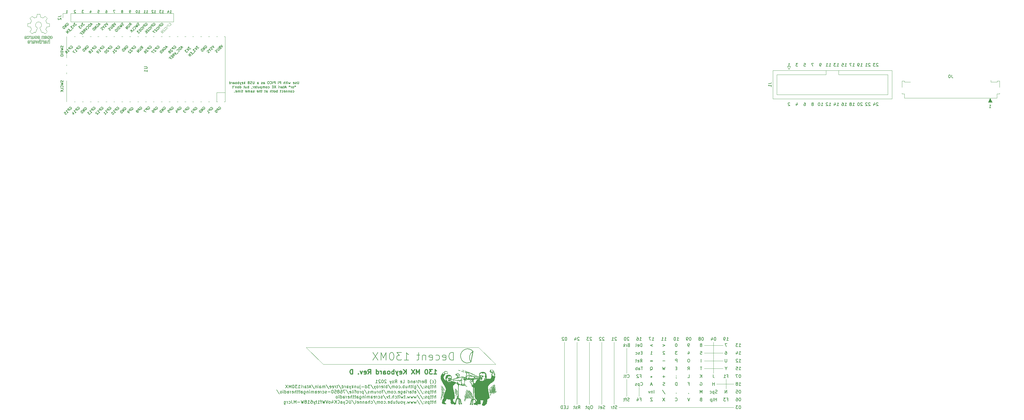
<source format=gbo>
G04 #@! TF.GenerationSoftware,KiCad,Pcbnew,(5.1.10)-1*
G04 #@! TF.CreationDate,2021-11-02T18:04:13-07:00*
G04 #@! TF.ProjectId,Atari130MX,41746172-6931-4333-904d-582e6b696361,D*
G04 #@! TF.SameCoordinates,Original*
G04 #@! TF.FileFunction,Legend,Bot*
G04 #@! TF.FilePolarity,Positive*
%FSLAX46Y46*%
G04 Gerber Fmt 4.6, Leading zero omitted, Abs format (unit mm)*
G04 Created by KiCad (PCBNEW (5.1.10)-1) date 2021-11-02 18:04:13*
%MOMM*%
%LPD*%
G01*
G04 APERTURE LIST*
%ADD10C,0.150000*%
%ADD11C,0.100000*%
%ADD12C,0.300000*%
%ADD13C,0.120000*%
%ADD14C,0.200000*%
%ADD15C,0.090000*%
%ADD16C,0.010000*%
%ADD17C,0.125000*%
%ADD18C,3.200000*%
%ADD19C,1.700000*%
%ADD20R,0.400000X1.000000*%
%ADD21R,2.000000X1.300000*%
%ADD22O,1.700000X1.700000*%
%ADD23R,1.700000X1.700000*%
%ADD24R,1.700000X3.500000*%
%ADD25R,3.500000X1.700000*%
%ADD26C,4.000000*%
%ADD27C,2.200000*%
%ADD28O,1.600000X1.600000*%
%ADD29C,1.600000*%
%ADD30C,1.800000*%
%ADD31R,1.800000X1.800000*%
G04 APERTURE END LIST*
D10*
X113082857Y-46061904D02*
X113082857Y-46709523D01*
X113044761Y-46785714D01*
X113006666Y-46823809D01*
X112930476Y-46861904D01*
X112778095Y-46861904D01*
X112701904Y-46823809D01*
X112663809Y-46785714D01*
X112625714Y-46709523D01*
X112625714Y-46061904D01*
X112282857Y-46823809D02*
X112206666Y-46861904D01*
X112054285Y-46861904D01*
X111978095Y-46823809D01*
X111940000Y-46747619D01*
X111940000Y-46709523D01*
X111978095Y-46633333D01*
X112054285Y-46595238D01*
X112168571Y-46595238D01*
X112244761Y-46557142D01*
X112282857Y-46480952D01*
X112282857Y-46442857D01*
X112244761Y-46366666D01*
X112168571Y-46328571D01*
X112054285Y-46328571D01*
X111978095Y-46366666D01*
X111292380Y-46823809D02*
X111368571Y-46861904D01*
X111520952Y-46861904D01*
X111597142Y-46823809D01*
X111635238Y-46747619D01*
X111635238Y-46442857D01*
X111597142Y-46366666D01*
X111520952Y-46328571D01*
X111368571Y-46328571D01*
X111292380Y-46366666D01*
X111254285Y-46442857D01*
X111254285Y-46519047D01*
X111635238Y-46595238D01*
X110378095Y-46328571D02*
X110225714Y-46861904D01*
X110073333Y-46480952D01*
X109920952Y-46861904D01*
X109768571Y-46328571D01*
X109463809Y-46861904D02*
X109463809Y-46328571D01*
X109463809Y-46061904D02*
X109501904Y-46100000D01*
X109463809Y-46138095D01*
X109425714Y-46100000D01*
X109463809Y-46061904D01*
X109463809Y-46138095D01*
X109197142Y-46328571D02*
X108892380Y-46328571D01*
X109082857Y-46061904D02*
X109082857Y-46747619D01*
X109044761Y-46823809D01*
X108968571Y-46861904D01*
X108892380Y-46861904D01*
X108625714Y-46861904D02*
X108625714Y-46061904D01*
X108282857Y-46861904D02*
X108282857Y-46442857D01*
X108320952Y-46366666D01*
X108397142Y-46328571D01*
X108511428Y-46328571D01*
X108587619Y-46366666D01*
X108625714Y-46404761D01*
X107292380Y-46861904D02*
X107292380Y-46061904D01*
X106987619Y-46061904D01*
X106911428Y-46100000D01*
X106873333Y-46138095D01*
X106835238Y-46214285D01*
X106835238Y-46328571D01*
X106873333Y-46404761D01*
X106911428Y-46442857D01*
X106987619Y-46480952D01*
X107292380Y-46480952D01*
X106492380Y-46861904D02*
X106492380Y-46328571D01*
X106492380Y-46061904D02*
X106530476Y-46100000D01*
X106492380Y-46138095D01*
X106454285Y-46100000D01*
X106492380Y-46061904D01*
X106492380Y-46138095D01*
X105501904Y-46861904D02*
X105501904Y-46061904D01*
X105197142Y-46061904D01*
X105120952Y-46100000D01*
X105082857Y-46138095D01*
X105044761Y-46214285D01*
X105044761Y-46328571D01*
X105082857Y-46404761D01*
X105120952Y-46442857D01*
X105197142Y-46480952D01*
X105501904Y-46480952D01*
X104701904Y-46861904D02*
X104701904Y-46061904D01*
X103863809Y-46785714D02*
X103901904Y-46823809D01*
X104016190Y-46861904D01*
X104092380Y-46861904D01*
X104206666Y-46823809D01*
X104282857Y-46747619D01*
X104320952Y-46671428D01*
X104359047Y-46519047D01*
X104359047Y-46404761D01*
X104320952Y-46252380D01*
X104282857Y-46176190D01*
X104206666Y-46100000D01*
X104092380Y-46061904D01*
X104016190Y-46061904D01*
X103901904Y-46100000D01*
X103863809Y-46138095D01*
X103368571Y-46061904D02*
X103216190Y-46061904D01*
X103140000Y-46100000D01*
X103063809Y-46176190D01*
X103025714Y-46328571D01*
X103025714Y-46595238D01*
X103063809Y-46747619D01*
X103140000Y-46823809D01*
X103216190Y-46861904D01*
X103368571Y-46861904D01*
X103444761Y-46823809D01*
X103520952Y-46747619D01*
X103559047Y-46595238D01*
X103559047Y-46328571D01*
X103520952Y-46176190D01*
X103444761Y-46100000D01*
X103368571Y-46061904D01*
X101730476Y-46861904D02*
X101730476Y-46442857D01*
X101768571Y-46366666D01*
X101844761Y-46328571D01*
X101997142Y-46328571D01*
X102073333Y-46366666D01*
X101730476Y-46823809D02*
X101806666Y-46861904D01*
X101997142Y-46861904D01*
X102073333Y-46823809D01*
X102111428Y-46747619D01*
X102111428Y-46671428D01*
X102073333Y-46595238D01*
X101997142Y-46557142D01*
X101806666Y-46557142D01*
X101730476Y-46519047D01*
X101387619Y-46823809D02*
X101311428Y-46861904D01*
X101159047Y-46861904D01*
X101082857Y-46823809D01*
X101044761Y-46747619D01*
X101044761Y-46709523D01*
X101082857Y-46633333D01*
X101159047Y-46595238D01*
X101273333Y-46595238D01*
X101349523Y-46557142D01*
X101387619Y-46480952D01*
X101387619Y-46442857D01*
X101349523Y-46366666D01*
X101273333Y-46328571D01*
X101159047Y-46328571D01*
X101082857Y-46366666D01*
X99749523Y-46861904D02*
X99749523Y-46442857D01*
X99787619Y-46366666D01*
X99863809Y-46328571D01*
X100016190Y-46328571D01*
X100092380Y-46366666D01*
X99749523Y-46823809D02*
X99825714Y-46861904D01*
X100016190Y-46861904D01*
X100092380Y-46823809D01*
X100130476Y-46747619D01*
X100130476Y-46671428D01*
X100092380Y-46595238D01*
X100016190Y-46557142D01*
X99825714Y-46557142D01*
X99749523Y-46519047D01*
X98759047Y-46061904D02*
X98759047Y-46709523D01*
X98720952Y-46785714D01*
X98682857Y-46823809D01*
X98606666Y-46861904D01*
X98454285Y-46861904D01*
X98378095Y-46823809D01*
X98339999Y-46785714D01*
X98301904Y-46709523D01*
X98301904Y-46061904D01*
X97959047Y-46823809D02*
X97844761Y-46861904D01*
X97654285Y-46861904D01*
X97578095Y-46823809D01*
X97539999Y-46785714D01*
X97501904Y-46709523D01*
X97501904Y-46633333D01*
X97539999Y-46557142D01*
X97578095Y-46519047D01*
X97654285Y-46480952D01*
X97806666Y-46442857D01*
X97882857Y-46404761D01*
X97920952Y-46366666D01*
X97959047Y-46290476D01*
X97959047Y-46214285D01*
X97920952Y-46138095D01*
X97882857Y-46100000D01*
X97806666Y-46061904D01*
X97616190Y-46061904D01*
X97501904Y-46100000D01*
X96892380Y-46442857D02*
X96778095Y-46480952D01*
X96739999Y-46519047D01*
X96701904Y-46595238D01*
X96701904Y-46709523D01*
X96739999Y-46785714D01*
X96778095Y-46823809D01*
X96854285Y-46861904D01*
X97159047Y-46861904D01*
X97159047Y-46061904D01*
X96892380Y-46061904D01*
X96816190Y-46100000D01*
X96778095Y-46138095D01*
X96739999Y-46214285D01*
X96739999Y-46290476D01*
X96778095Y-46366666D01*
X96816190Y-46404761D01*
X96892380Y-46442857D01*
X97159047Y-46442857D01*
X95749523Y-46861904D02*
X95749523Y-46061904D01*
X95673333Y-46557142D02*
X95444761Y-46861904D01*
X95444761Y-46328571D02*
X95749523Y-46633333D01*
X94797142Y-46823809D02*
X94873333Y-46861904D01*
X95025714Y-46861904D01*
X95101904Y-46823809D01*
X95139999Y-46747619D01*
X95139999Y-46442857D01*
X95101904Y-46366666D01*
X95025714Y-46328571D01*
X94873333Y-46328571D01*
X94797142Y-46366666D01*
X94759047Y-46442857D01*
X94759047Y-46519047D01*
X95139999Y-46595238D01*
X94492380Y-46328571D02*
X94301904Y-46861904D01*
X94111428Y-46328571D02*
X94301904Y-46861904D01*
X94378095Y-47052380D01*
X94416190Y-47090476D01*
X94492380Y-47128571D01*
X93806666Y-46861904D02*
X93806666Y-46061904D01*
X93806666Y-46366666D02*
X93730476Y-46328571D01*
X93578095Y-46328571D01*
X93501904Y-46366666D01*
X93463809Y-46404761D01*
X93425714Y-46480952D01*
X93425714Y-46709523D01*
X93463809Y-46785714D01*
X93501904Y-46823809D01*
X93578095Y-46861904D01*
X93730476Y-46861904D01*
X93806666Y-46823809D01*
X92968571Y-46861904D02*
X93044761Y-46823809D01*
X93082857Y-46785714D01*
X93120952Y-46709523D01*
X93120952Y-46480952D01*
X93082857Y-46404761D01*
X93044761Y-46366666D01*
X92968571Y-46328571D01*
X92854285Y-46328571D01*
X92778095Y-46366666D01*
X92739999Y-46404761D01*
X92701904Y-46480952D01*
X92701904Y-46709523D01*
X92739999Y-46785714D01*
X92778095Y-46823809D01*
X92854285Y-46861904D01*
X92968571Y-46861904D01*
X92016190Y-46861904D02*
X92016190Y-46442857D01*
X92054285Y-46366666D01*
X92130476Y-46328571D01*
X92282857Y-46328571D01*
X92359047Y-46366666D01*
X92016190Y-46823809D02*
X92092380Y-46861904D01*
X92282857Y-46861904D01*
X92359047Y-46823809D01*
X92397142Y-46747619D01*
X92397142Y-46671428D01*
X92359047Y-46595238D01*
X92282857Y-46557142D01*
X92092380Y-46557142D01*
X92016190Y-46519047D01*
X91635238Y-46861904D02*
X91635238Y-46328571D01*
X91635238Y-46480952D02*
X91597142Y-46404761D01*
X91559047Y-46366666D01*
X91482857Y-46328571D01*
X91406666Y-46328571D01*
X90797142Y-46861904D02*
X90797142Y-46061904D01*
X90797142Y-46823809D02*
X90873333Y-46861904D01*
X91025714Y-46861904D01*
X91101904Y-46823809D01*
X91139999Y-46785714D01*
X91178095Y-46709523D01*
X91178095Y-46480952D01*
X91139999Y-46404761D01*
X91101904Y-46366666D01*
X91025714Y-46328571D01*
X90873333Y-46328571D01*
X90797142Y-46366666D01*
X111920952Y-47411904D02*
X111920952Y-47602380D01*
X112111428Y-47526190D02*
X111920952Y-47602380D01*
X111730476Y-47526190D01*
X112035238Y-47754761D02*
X111920952Y-47602380D01*
X111806666Y-47754761D01*
X111311428Y-48211904D02*
X111387619Y-48173809D01*
X111425714Y-48135714D01*
X111463809Y-48059523D01*
X111463809Y-47830952D01*
X111425714Y-47754761D01*
X111387619Y-47716666D01*
X111311428Y-47678571D01*
X111197142Y-47678571D01*
X111120952Y-47716666D01*
X111082857Y-47754761D01*
X111044761Y-47830952D01*
X111044761Y-48059523D01*
X111082857Y-48135714D01*
X111120952Y-48173809D01*
X111197142Y-48211904D01*
X111311428Y-48211904D01*
X110701904Y-48211904D02*
X110701904Y-47678571D01*
X110701904Y-47830952D02*
X110663809Y-47754761D01*
X110625714Y-47716666D01*
X110549523Y-47678571D01*
X110473333Y-47678571D01*
X110092380Y-47411904D02*
X110092380Y-47602380D01*
X110282857Y-47526190D02*
X110092380Y-47602380D01*
X109901904Y-47526190D01*
X110206666Y-47754761D02*
X110092380Y-47602380D01*
X109978095Y-47754761D01*
X109025714Y-47983333D02*
X108644761Y-47983333D01*
X109101904Y-48211904D02*
X108835238Y-47411904D01*
X108568571Y-48211904D01*
X108416190Y-47678571D02*
X108111428Y-47678571D01*
X108301904Y-47411904D02*
X108301904Y-48097619D01*
X108263809Y-48173809D01*
X108187619Y-48211904D01*
X108111428Y-48211904D01*
X107501904Y-48211904D02*
X107501904Y-47792857D01*
X107540000Y-47716666D01*
X107616190Y-47678571D01*
X107768571Y-47678571D01*
X107844761Y-47716666D01*
X107501904Y-48173809D02*
X107578095Y-48211904D01*
X107768571Y-48211904D01*
X107844761Y-48173809D01*
X107882857Y-48097619D01*
X107882857Y-48021428D01*
X107844761Y-47945238D01*
X107768571Y-47907142D01*
X107578095Y-47907142D01*
X107501904Y-47869047D01*
X107120952Y-48211904D02*
X107120952Y-47678571D01*
X107120952Y-47830952D02*
X107082857Y-47754761D01*
X107044761Y-47716666D01*
X106968571Y-47678571D01*
X106892380Y-47678571D01*
X106625714Y-48211904D02*
X106625714Y-47678571D01*
X106625714Y-47411904D02*
X106663809Y-47450000D01*
X106625714Y-47488095D01*
X106587619Y-47450000D01*
X106625714Y-47411904D01*
X106625714Y-47488095D01*
X105711428Y-47411904D02*
X105178095Y-48211904D01*
X105178095Y-47411904D02*
X105711428Y-48211904D01*
X104873333Y-47792857D02*
X104606666Y-47792857D01*
X104492380Y-48211904D02*
X104873333Y-48211904D01*
X104873333Y-47411904D01*
X104492380Y-47411904D01*
X103197142Y-48173809D02*
X103273333Y-48211904D01*
X103425714Y-48211904D01*
X103501904Y-48173809D01*
X103540000Y-48135714D01*
X103578095Y-48059523D01*
X103578095Y-47830952D01*
X103540000Y-47754761D01*
X103501904Y-47716666D01*
X103425714Y-47678571D01*
X103273333Y-47678571D01*
X103197142Y-47716666D01*
X102740000Y-48211904D02*
X102816190Y-48173809D01*
X102854285Y-48135714D01*
X102892380Y-48059523D01*
X102892380Y-47830952D01*
X102854285Y-47754761D01*
X102816190Y-47716666D01*
X102740000Y-47678571D01*
X102625714Y-47678571D01*
X102549523Y-47716666D01*
X102511428Y-47754761D01*
X102473333Y-47830952D01*
X102473333Y-48059523D01*
X102511428Y-48135714D01*
X102549523Y-48173809D01*
X102625714Y-48211904D01*
X102740000Y-48211904D01*
X102130476Y-48211904D02*
X102130476Y-47678571D01*
X102130476Y-47754761D02*
X102092380Y-47716666D01*
X102016190Y-47678571D01*
X101901904Y-47678571D01*
X101825714Y-47716666D01*
X101787619Y-47792857D01*
X101787619Y-48211904D01*
X101787619Y-47792857D02*
X101749523Y-47716666D01*
X101673333Y-47678571D01*
X101559047Y-47678571D01*
X101482857Y-47716666D01*
X101444761Y-47792857D01*
X101444761Y-48211904D01*
X101063809Y-47678571D02*
X101063809Y-48478571D01*
X101063809Y-47716666D02*
X100987619Y-47678571D01*
X100835238Y-47678571D01*
X100759047Y-47716666D01*
X100720952Y-47754761D01*
X100682857Y-47830952D01*
X100682857Y-48059523D01*
X100720952Y-48135714D01*
X100759047Y-48173809D01*
X100835238Y-48211904D01*
X100987619Y-48211904D01*
X101063809Y-48173809D01*
X99997142Y-47678571D02*
X99997142Y-48211904D01*
X100340000Y-47678571D02*
X100340000Y-48097619D01*
X100301904Y-48173809D01*
X100225714Y-48211904D01*
X100111428Y-48211904D01*
X100035238Y-48173809D01*
X99997142Y-48135714D01*
X99730476Y-47678571D02*
X99425714Y-47678571D01*
X99616190Y-47411904D02*
X99616190Y-48097619D01*
X99578095Y-48173809D01*
X99501904Y-48211904D01*
X99425714Y-48211904D01*
X98854285Y-48173809D02*
X98930476Y-48211904D01*
X99082857Y-48211904D01*
X99159047Y-48173809D01*
X99197142Y-48097619D01*
X99197142Y-47792857D01*
X99159047Y-47716666D01*
X99082857Y-47678571D01*
X98930476Y-47678571D01*
X98854285Y-47716666D01*
X98816190Y-47792857D01*
X98816190Y-47869047D01*
X99197142Y-47945238D01*
X98473333Y-48211904D02*
X98473333Y-47678571D01*
X98473333Y-47830952D02*
X98435238Y-47754761D01*
X98397142Y-47716666D01*
X98320952Y-47678571D01*
X98244761Y-47678571D01*
X97940000Y-48173809D02*
X97940000Y-48211904D01*
X97978095Y-48288095D01*
X98016190Y-48326190D01*
X96987619Y-48211904D02*
X96987619Y-47411904D01*
X96987619Y-47716666D02*
X96911428Y-47678571D01*
X96759047Y-47678571D01*
X96682857Y-47716666D01*
X96644761Y-47754761D01*
X96606666Y-47830952D01*
X96606666Y-48059523D01*
X96644761Y-48135714D01*
X96682857Y-48173809D01*
X96759047Y-48211904D01*
X96911428Y-48211904D01*
X96987619Y-48173809D01*
X95920952Y-47678571D02*
X95920952Y-48211904D01*
X96263809Y-47678571D02*
X96263809Y-48097619D01*
X96225714Y-48173809D01*
X96149523Y-48211904D01*
X96035238Y-48211904D01*
X95959047Y-48173809D01*
X95920952Y-48135714D01*
X95654285Y-47678571D02*
X95349523Y-47678571D01*
X95540000Y-47411904D02*
X95540000Y-48097619D01*
X95501904Y-48173809D01*
X95425714Y-48211904D01*
X95349523Y-48211904D01*
X94130476Y-48211904D02*
X94130476Y-47411904D01*
X94130476Y-48173809D02*
X94206666Y-48211904D01*
X94359047Y-48211904D01*
X94435238Y-48173809D01*
X94473333Y-48135714D01*
X94511428Y-48059523D01*
X94511428Y-47830952D01*
X94473333Y-47754761D01*
X94435238Y-47716666D01*
X94359047Y-47678571D01*
X94206666Y-47678571D01*
X94130476Y-47716666D01*
X93635238Y-48211904D02*
X93711428Y-48173809D01*
X93749523Y-48135714D01*
X93787619Y-48059523D01*
X93787619Y-47830952D01*
X93749523Y-47754761D01*
X93711428Y-47716666D01*
X93635238Y-47678571D01*
X93520952Y-47678571D01*
X93444761Y-47716666D01*
X93406666Y-47754761D01*
X93368571Y-47830952D01*
X93368571Y-48059523D01*
X93406666Y-48135714D01*
X93444761Y-48173809D01*
X93520952Y-48211904D01*
X93635238Y-48211904D01*
X93025714Y-47678571D02*
X93025714Y-48211904D01*
X93025714Y-47754761D02*
X92987619Y-47716666D01*
X92911428Y-47678571D01*
X92797142Y-47678571D01*
X92720952Y-47716666D01*
X92682857Y-47792857D01*
X92682857Y-48211904D01*
X92263809Y-47411904D02*
X92340000Y-47564285D01*
X92035238Y-47678571D02*
X91730476Y-47678571D01*
X91920952Y-47411904D02*
X91920952Y-48097619D01*
X91882857Y-48173809D01*
X91806666Y-48211904D01*
X91730476Y-48211904D01*
X111159047Y-49523809D02*
X111235238Y-49561904D01*
X111387619Y-49561904D01*
X111463809Y-49523809D01*
X111501904Y-49485714D01*
X111540000Y-49409523D01*
X111540000Y-49180952D01*
X111501904Y-49104761D01*
X111463809Y-49066666D01*
X111387619Y-49028571D01*
X111235238Y-49028571D01*
X111159047Y-49066666D01*
X110701904Y-49561904D02*
X110778095Y-49523809D01*
X110816190Y-49485714D01*
X110854285Y-49409523D01*
X110854285Y-49180952D01*
X110816190Y-49104761D01*
X110778095Y-49066666D01*
X110701904Y-49028571D01*
X110587619Y-49028571D01*
X110511428Y-49066666D01*
X110473333Y-49104761D01*
X110435238Y-49180952D01*
X110435238Y-49409523D01*
X110473333Y-49485714D01*
X110511428Y-49523809D01*
X110587619Y-49561904D01*
X110701904Y-49561904D01*
X110092380Y-49028571D02*
X110092380Y-49561904D01*
X110092380Y-49104761D02*
X110054285Y-49066666D01*
X109978095Y-49028571D01*
X109863809Y-49028571D01*
X109787619Y-49066666D01*
X109749523Y-49142857D01*
X109749523Y-49561904D01*
X109368571Y-49028571D02*
X109368571Y-49561904D01*
X109368571Y-49104761D02*
X109330476Y-49066666D01*
X109254285Y-49028571D01*
X109140000Y-49028571D01*
X109063809Y-49066666D01*
X109025714Y-49142857D01*
X109025714Y-49561904D01*
X108340000Y-49523809D02*
X108416190Y-49561904D01*
X108568571Y-49561904D01*
X108644761Y-49523809D01*
X108682857Y-49447619D01*
X108682857Y-49142857D01*
X108644761Y-49066666D01*
X108568571Y-49028571D01*
X108416190Y-49028571D01*
X108340000Y-49066666D01*
X108301904Y-49142857D01*
X108301904Y-49219047D01*
X108682857Y-49295238D01*
X107616190Y-49523809D02*
X107692380Y-49561904D01*
X107844761Y-49561904D01*
X107920952Y-49523809D01*
X107959047Y-49485714D01*
X107997142Y-49409523D01*
X107997142Y-49180952D01*
X107959047Y-49104761D01*
X107920952Y-49066666D01*
X107844761Y-49028571D01*
X107692380Y-49028571D01*
X107616190Y-49066666D01*
X107387619Y-49028571D02*
X107082857Y-49028571D01*
X107273333Y-48761904D02*
X107273333Y-49447619D01*
X107235238Y-49523809D01*
X107159047Y-49561904D01*
X107082857Y-49561904D01*
X106206666Y-49561904D02*
X106206666Y-48761904D01*
X106206666Y-49066666D02*
X106130476Y-49028571D01*
X105978095Y-49028571D01*
X105901904Y-49066666D01*
X105863809Y-49104761D01*
X105825714Y-49180952D01*
X105825714Y-49409523D01*
X105863809Y-49485714D01*
X105901904Y-49523809D01*
X105978095Y-49561904D01*
X106130476Y-49561904D01*
X106206666Y-49523809D01*
X105368571Y-49561904D02*
X105444761Y-49523809D01*
X105482857Y-49485714D01*
X105520952Y-49409523D01*
X105520952Y-49180952D01*
X105482857Y-49104761D01*
X105444761Y-49066666D01*
X105368571Y-49028571D01*
X105254285Y-49028571D01*
X105178095Y-49066666D01*
X105140000Y-49104761D01*
X105101904Y-49180952D01*
X105101904Y-49409523D01*
X105140000Y-49485714D01*
X105178095Y-49523809D01*
X105254285Y-49561904D01*
X105368571Y-49561904D01*
X104873333Y-49028571D02*
X104568571Y-49028571D01*
X104759047Y-48761904D02*
X104759047Y-49447619D01*
X104720952Y-49523809D01*
X104644761Y-49561904D01*
X104568571Y-49561904D01*
X104301904Y-49561904D02*
X104301904Y-48761904D01*
X103959047Y-49561904D02*
X103959047Y-49142857D01*
X103997142Y-49066666D01*
X104073333Y-49028571D01*
X104187619Y-49028571D01*
X104263809Y-49066666D01*
X104301904Y-49104761D01*
X102625714Y-49561904D02*
X102625714Y-49142857D01*
X102663809Y-49066666D01*
X102740000Y-49028571D01*
X102892380Y-49028571D01*
X102968571Y-49066666D01*
X102625714Y-49523809D02*
X102701904Y-49561904D01*
X102892380Y-49561904D01*
X102968571Y-49523809D01*
X103006666Y-49447619D01*
X103006666Y-49371428D01*
X102968571Y-49295238D01*
X102892380Y-49257142D01*
X102701904Y-49257142D01*
X102625714Y-49219047D01*
X102359047Y-49028571D02*
X102054285Y-49028571D01*
X102244761Y-48761904D02*
X102244761Y-49447619D01*
X102206666Y-49523809D01*
X102130476Y-49561904D01*
X102054285Y-49561904D01*
X101292380Y-49028571D02*
X100987619Y-49028571D01*
X101178095Y-48761904D02*
X101178095Y-49447619D01*
X101140000Y-49523809D01*
X101063809Y-49561904D01*
X100987619Y-49561904D01*
X100720952Y-49561904D02*
X100720952Y-48761904D01*
X100378095Y-49561904D02*
X100378095Y-49142857D01*
X100416190Y-49066666D01*
X100492380Y-49028571D01*
X100606666Y-49028571D01*
X100682857Y-49066666D01*
X100720952Y-49104761D01*
X99692380Y-49523809D02*
X99768571Y-49561904D01*
X99920952Y-49561904D01*
X99997142Y-49523809D01*
X100035238Y-49447619D01*
X100035238Y-49142857D01*
X99997142Y-49066666D01*
X99920952Y-49028571D01*
X99768571Y-49028571D01*
X99692380Y-49066666D01*
X99654285Y-49142857D01*
X99654285Y-49219047D01*
X100035238Y-49295238D01*
X98740000Y-49523809D02*
X98663809Y-49561904D01*
X98511428Y-49561904D01*
X98435238Y-49523809D01*
X98397142Y-49447619D01*
X98397142Y-49409523D01*
X98435238Y-49333333D01*
X98511428Y-49295238D01*
X98625714Y-49295238D01*
X98701904Y-49257142D01*
X98740000Y-49180952D01*
X98740000Y-49142857D01*
X98701904Y-49066666D01*
X98625714Y-49028571D01*
X98511428Y-49028571D01*
X98435238Y-49066666D01*
X97711428Y-49561904D02*
X97711428Y-49142857D01*
X97749523Y-49066666D01*
X97825714Y-49028571D01*
X97978095Y-49028571D01*
X98054285Y-49066666D01*
X97711428Y-49523809D02*
X97787619Y-49561904D01*
X97978095Y-49561904D01*
X98054285Y-49523809D01*
X98092380Y-49447619D01*
X98092380Y-49371428D01*
X98054285Y-49295238D01*
X97978095Y-49257142D01*
X97787619Y-49257142D01*
X97711428Y-49219047D01*
X97330476Y-49561904D02*
X97330476Y-49028571D01*
X97330476Y-49104761D02*
X97292380Y-49066666D01*
X97216190Y-49028571D01*
X97101904Y-49028571D01*
X97025714Y-49066666D01*
X96987619Y-49142857D01*
X96987619Y-49561904D01*
X96987619Y-49142857D02*
X96949523Y-49066666D01*
X96873333Y-49028571D01*
X96759047Y-49028571D01*
X96682857Y-49066666D01*
X96644761Y-49142857D01*
X96644761Y-49561904D01*
X95959047Y-49523809D02*
X96035238Y-49561904D01*
X96187619Y-49561904D01*
X96263809Y-49523809D01*
X96301904Y-49447619D01*
X96301904Y-49142857D01*
X96263809Y-49066666D01*
X96187619Y-49028571D01*
X96035238Y-49028571D01*
X95959047Y-49066666D01*
X95920952Y-49142857D01*
X95920952Y-49219047D01*
X96301904Y-49295238D01*
X95082857Y-49028571D02*
X94778095Y-49028571D01*
X94968571Y-48761904D02*
X94968571Y-49447619D01*
X94930476Y-49523809D01*
X94854285Y-49561904D01*
X94778095Y-49561904D01*
X94511428Y-49561904D02*
X94511428Y-49028571D01*
X94511428Y-48761904D02*
X94549523Y-48800000D01*
X94511428Y-48838095D01*
X94473333Y-48800000D01*
X94511428Y-48761904D01*
X94511428Y-48838095D01*
X94130476Y-49561904D02*
X94130476Y-49028571D01*
X94130476Y-49104761D02*
X94092380Y-49066666D01*
X94016190Y-49028571D01*
X93901904Y-49028571D01*
X93825714Y-49066666D01*
X93787619Y-49142857D01*
X93787619Y-49561904D01*
X93787619Y-49142857D02*
X93749523Y-49066666D01*
X93673333Y-49028571D01*
X93559047Y-49028571D01*
X93482857Y-49066666D01*
X93444761Y-49142857D01*
X93444761Y-49561904D01*
X92759047Y-49523809D02*
X92835238Y-49561904D01*
X92987619Y-49561904D01*
X93063809Y-49523809D01*
X93101904Y-49447619D01*
X93101904Y-49142857D01*
X93063809Y-49066666D01*
X92987619Y-49028571D01*
X92835238Y-49028571D01*
X92759047Y-49066666D01*
X92720952Y-49142857D01*
X92720952Y-49219047D01*
X93101904Y-49295238D01*
X92378095Y-49485714D02*
X92340000Y-49523809D01*
X92378095Y-49561904D01*
X92416190Y-49523809D01*
X92378095Y-49485714D01*
X92378095Y-49561904D01*
X335384285Y-54527380D02*
X335955714Y-54527380D01*
X335670000Y-54527380D02*
X335670000Y-53527380D01*
X335765238Y-53670238D01*
X335860476Y-53765476D01*
X335955714Y-53813095D01*
D11*
G36*
X336305000Y-52805000D02*
G01*
X335035000Y-52805000D01*
X335670000Y-51535000D01*
X336305000Y-52805000D01*
G37*
X336305000Y-52805000D02*
X335035000Y-52805000D01*
X335670000Y-51535000D01*
X336305000Y-52805000D01*
D12*
X156590428Y-140351571D02*
X157447571Y-140351571D01*
X157019000Y-140351571D02*
X157019000Y-138851571D01*
X157161857Y-139065857D01*
X157304714Y-139208714D01*
X157447571Y-139280142D01*
X156090428Y-138851571D02*
X155161857Y-138851571D01*
X155661857Y-139423000D01*
X155447571Y-139423000D01*
X155304714Y-139494428D01*
X155233285Y-139565857D01*
X155161857Y-139708714D01*
X155161857Y-140065857D01*
X155233285Y-140208714D01*
X155304714Y-140280142D01*
X155447571Y-140351571D01*
X155876142Y-140351571D01*
X156019000Y-140280142D01*
X156090428Y-140208714D01*
X154233285Y-138851571D02*
X154090428Y-138851571D01*
X153947571Y-138923000D01*
X153876142Y-138994428D01*
X153804714Y-139137285D01*
X153733285Y-139423000D01*
X153733285Y-139780142D01*
X153804714Y-140065857D01*
X153876142Y-140208714D01*
X153947571Y-140280142D01*
X154090428Y-140351571D01*
X154233285Y-140351571D01*
X154376142Y-140280142D01*
X154447571Y-140208714D01*
X154519000Y-140065857D01*
X154590428Y-139780142D01*
X154590428Y-139423000D01*
X154519000Y-139137285D01*
X154447571Y-138994428D01*
X154376142Y-138923000D01*
X154233285Y-138851571D01*
X151947571Y-140351571D02*
X151947571Y-138851571D01*
X151447571Y-139923000D01*
X150947571Y-138851571D01*
X150947571Y-140351571D01*
X150376142Y-138851571D02*
X149376142Y-140351571D01*
X149376142Y-138851571D02*
X150376142Y-140351571D01*
X147661857Y-140351571D02*
X147661857Y-138851571D01*
X146804714Y-140351571D02*
X147447571Y-139494428D01*
X146804714Y-138851571D02*
X147661857Y-139708714D01*
X145590428Y-140280142D02*
X145733285Y-140351571D01*
X146019000Y-140351571D01*
X146161857Y-140280142D01*
X146233285Y-140137285D01*
X146233285Y-139565857D01*
X146161857Y-139423000D01*
X146019000Y-139351571D01*
X145733285Y-139351571D01*
X145590428Y-139423000D01*
X145519000Y-139565857D01*
X145519000Y-139708714D01*
X146233285Y-139851571D01*
X145019000Y-139351571D02*
X144661857Y-140351571D01*
X144304714Y-139351571D02*
X144661857Y-140351571D01*
X144804714Y-140708714D01*
X144876142Y-140780142D01*
X145019000Y-140851571D01*
X143733285Y-140351571D02*
X143733285Y-138851571D01*
X143733285Y-139423000D02*
X143590428Y-139351571D01*
X143304714Y-139351571D01*
X143161857Y-139423000D01*
X143090428Y-139494428D01*
X143019000Y-139637285D01*
X143019000Y-140065857D01*
X143090428Y-140208714D01*
X143161857Y-140280142D01*
X143304714Y-140351571D01*
X143590428Y-140351571D01*
X143733285Y-140280142D01*
X142161857Y-140351571D02*
X142304714Y-140280142D01*
X142376142Y-140208714D01*
X142447571Y-140065857D01*
X142447571Y-139637285D01*
X142376142Y-139494428D01*
X142304714Y-139423000D01*
X142161857Y-139351571D01*
X141947571Y-139351571D01*
X141804714Y-139423000D01*
X141733285Y-139494428D01*
X141661857Y-139637285D01*
X141661857Y-140065857D01*
X141733285Y-140208714D01*
X141804714Y-140280142D01*
X141947571Y-140351571D01*
X142161857Y-140351571D01*
X140376142Y-140351571D02*
X140376142Y-139565857D01*
X140447571Y-139423000D01*
X140590428Y-139351571D01*
X140876142Y-139351571D01*
X141019000Y-139423000D01*
X140376142Y-140280142D02*
X140519000Y-140351571D01*
X140876142Y-140351571D01*
X141019000Y-140280142D01*
X141090428Y-140137285D01*
X141090428Y-139994428D01*
X141019000Y-139851571D01*
X140876142Y-139780142D01*
X140519000Y-139780142D01*
X140376142Y-139708714D01*
X139661857Y-140351571D02*
X139661857Y-139351571D01*
X139661857Y-139637285D02*
X139590428Y-139494428D01*
X139519000Y-139423000D01*
X139376142Y-139351571D01*
X139233285Y-139351571D01*
X138090428Y-140351571D02*
X138090428Y-138851571D01*
X138090428Y-140280142D02*
X138233285Y-140351571D01*
X138519000Y-140351571D01*
X138661857Y-140280142D01*
X138733285Y-140208714D01*
X138804714Y-140065857D01*
X138804714Y-139637285D01*
X138733285Y-139494428D01*
X138661857Y-139423000D01*
X138519000Y-139351571D01*
X138233285Y-139351571D01*
X138090428Y-139423000D01*
X135376142Y-140351571D02*
X135876142Y-139637285D01*
X136233285Y-140351571D02*
X136233285Y-138851571D01*
X135661857Y-138851571D01*
X135519000Y-138923000D01*
X135447571Y-138994428D01*
X135376142Y-139137285D01*
X135376142Y-139351571D01*
X135447571Y-139494428D01*
X135519000Y-139565857D01*
X135661857Y-139637285D01*
X136233285Y-139637285D01*
X134161857Y-140280142D02*
X134304714Y-140351571D01*
X134590428Y-140351571D01*
X134733285Y-140280142D01*
X134804714Y-140137285D01*
X134804714Y-139565857D01*
X134733285Y-139423000D01*
X134590428Y-139351571D01*
X134304714Y-139351571D01*
X134161857Y-139423000D01*
X134090428Y-139565857D01*
X134090428Y-139708714D01*
X134804714Y-139851571D01*
X133590428Y-139351571D02*
X133233285Y-140351571D01*
X132876142Y-139351571D01*
X132304714Y-140208714D02*
X132233285Y-140280142D01*
X132304714Y-140351571D01*
X132376142Y-140280142D01*
X132304714Y-140208714D01*
X132304714Y-140351571D01*
X130447571Y-140351571D02*
X130447571Y-138851571D01*
X130090428Y-138851571D01*
X129876142Y-138923000D01*
X129733285Y-139065857D01*
X129661857Y-139208714D01*
X129590428Y-139494428D01*
X129590428Y-139708714D01*
X129661857Y-139994428D01*
X129733285Y-140137285D01*
X129876142Y-140280142D01*
X130090428Y-140351571D01*
X130447571Y-140351571D01*
D10*
X156867690Y-143556333D02*
X156915309Y-143508714D01*
X157010547Y-143365857D01*
X157058166Y-143270619D01*
X157105785Y-143127761D01*
X157153404Y-142889666D01*
X157153404Y-142699190D01*
X157105785Y-142461095D01*
X157058166Y-142318238D01*
X157010547Y-142223000D01*
X156915309Y-142080142D01*
X156867690Y-142032523D01*
X156058166Y-143127761D02*
X156153404Y-143175380D01*
X156343880Y-143175380D01*
X156439119Y-143127761D01*
X156486738Y-143080142D01*
X156534357Y-142984904D01*
X156534357Y-142699190D01*
X156486738Y-142603952D01*
X156439119Y-142556333D01*
X156343880Y-142508714D01*
X156153404Y-142508714D01*
X156058166Y-142556333D01*
X155724833Y-143556333D02*
X155677214Y-143508714D01*
X155581976Y-143365857D01*
X155534357Y-143270619D01*
X155486738Y-143127761D01*
X155439119Y-142889666D01*
X155439119Y-142699190D01*
X155486738Y-142461095D01*
X155534357Y-142318238D01*
X155581976Y-142223000D01*
X155677214Y-142080142D01*
X155724833Y-142032523D01*
X153867690Y-142651571D02*
X153724833Y-142699190D01*
X153677214Y-142746809D01*
X153629595Y-142842047D01*
X153629595Y-142984904D01*
X153677214Y-143080142D01*
X153724833Y-143127761D01*
X153820071Y-143175380D01*
X154201023Y-143175380D01*
X154201023Y-142175380D01*
X153867690Y-142175380D01*
X153772452Y-142223000D01*
X153724833Y-142270619D01*
X153677214Y-142365857D01*
X153677214Y-142461095D01*
X153724833Y-142556333D01*
X153772452Y-142603952D01*
X153867690Y-142651571D01*
X154201023Y-142651571D01*
X152820071Y-143127761D02*
X152915309Y-143175380D01*
X153105785Y-143175380D01*
X153201023Y-143127761D01*
X153248642Y-143032523D01*
X153248642Y-142651571D01*
X153201023Y-142556333D01*
X153105785Y-142508714D01*
X152915309Y-142508714D01*
X152820071Y-142556333D01*
X152772452Y-142651571D01*
X152772452Y-142746809D01*
X153248642Y-142842047D01*
X152343880Y-143175380D02*
X152343880Y-142508714D01*
X152343880Y-142699190D02*
X152296261Y-142603952D01*
X152248642Y-142556333D01*
X152153404Y-142508714D01*
X152058166Y-142508714D01*
X151867690Y-142508714D02*
X151486738Y-142508714D01*
X151724833Y-142175380D02*
X151724833Y-143032523D01*
X151677214Y-143127761D01*
X151581976Y-143175380D01*
X151486738Y-143175380D01*
X151153404Y-143175380D02*
X151153404Y-142508714D01*
X151153404Y-142699190D02*
X151105785Y-142603952D01*
X151058166Y-142556333D01*
X150962928Y-142508714D01*
X150867690Y-142508714D01*
X150105785Y-143175380D02*
X150105785Y-142651571D01*
X150153404Y-142556333D01*
X150248642Y-142508714D01*
X150439119Y-142508714D01*
X150534357Y-142556333D01*
X150105785Y-143127761D02*
X150201023Y-143175380D01*
X150439119Y-143175380D01*
X150534357Y-143127761D01*
X150581976Y-143032523D01*
X150581976Y-142937285D01*
X150534357Y-142842047D01*
X150439119Y-142794428D01*
X150201023Y-142794428D01*
X150105785Y-142746809D01*
X149629595Y-142508714D02*
X149629595Y-143175380D01*
X149629595Y-142603952D02*
X149581976Y-142556333D01*
X149486738Y-142508714D01*
X149343880Y-142508714D01*
X149248642Y-142556333D01*
X149201023Y-142651571D01*
X149201023Y-143175380D01*
X148296261Y-143175380D02*
X148296261Y-142175380D01*
X148296261Y-143127761D02*
X148391500Y-143175380D01*
X148581976Y-143175380D01*
X148677214Y-143127761D01*
X148724833Y-143080142D01*
X148772452Y-142984904D01*
X148772452Y-142699190D01*
X148724833Y-142603952D01*
X148677214Y-142556333D01*
X148581976Y-142508714D01*
X148391500Y-142508714D01*
X148296261Y-142556333D01*
X146581976Y-143175380D02*
X147058166Y-143175380D01*
X147058166Y-142175380D01*
X145867690Y-143127761D02*
X145962928Y-143175380D01*
X146153404Y-143175380D01*
X146248642Y-143127761D01*
X146296261Y-143032523D01*
X146296261Y-142651571D01*
X146248642Y-142556333D01*
X146153404Y-142508714D01*
X145962928Y-142508714D01*
X145867690Y-142556333D01*
X145820071Y-142651571D01*
X145820071Y-142746809D01*
X146296261Y-142842047D01*
X144058166Y-143175380D02*
X144391500Y-142699190D01*
X144629595Y-143175380D02*
X144629595Y-142175380D01*
X144248642Y-142175380D01*
X144153404Y-142223000D01*
X144105785Y-142270619D01*
X144058166Y-142365857D01*
X144058166Y-142508714D01*
X144105785Y-142603952D01*
X144153404Y-142651571D01*
X144248642Y-142699190D01*
X144629595Y-142699190D01*
X143486738Y-143175380D02*
X143581976Y-143127761D01*
X143629595Y-143080142D01*
X143677214Y-142984904D01*
X143677214Y-142699190D01*
X143629595Y-142603952D01*
X143581976Y-142556333D01*
X143486738Y-142508714D01*
X143343880Y-142508714D01*
X143248642Y-142556333D01*
X143201023Y-142603952D01*
X143153404Y-142699190D01*
X143153404Y-142984904D01*
X143201023Y-143080142D01*
X143248642Y-143127761D01*
X143343880Y-143175380D01*
X143486738Y-143175380D01*
X142820071Y-142508714D02*
X142581976Y-143175380D01*
X142343880Y-142508714D02*
X142581976Y-143175380D01*
X142677214Y-143413476D01*
X142724833Y-143461095D01*
X142820071Y-143508714D01*
X141248642Y-142270619D02*
X141201023Y-142223000D01*
X141105785Y-142175380D01*
X140867690Y-142175380D01*
X140772452Y-142223000D01*
X140724833Y-142270619D01*
X140677214Y-142365857D01*
X140677214Y-142461095D01*
X140724833Y-142603952D01*
X141296261Y-143175380D01*
X140677214Y-143175380D01*
X140058166Y-142175380D02*
X139962928Y-142175380D01*
X139867690Y-142223000D01*
X139820071Y-142270619D01*
X139772452Y-142365857D01*
X139724833Y-142556333D01*
X139724833Y-142794428D01*
X139772452Y-142984904D01*
X139820071Y-143080142D01*
X139867690Y-143127761D01*
X139962928Y-143175380D01*
X140058166Y-143175380D01*
X140153404Y-143127761D01*
X140201023Y-143080142D01*
X140248642Y-142984904D01*
X140296261Y-142794428D01*
X140296261Y-142556333D01*
X140248642Y-142365857D01*
X140201023Y-142270619D01*
X140153404Y-142223000D01*
X140058166Y-142175380D01*
X139343880Y-142270619D02*
X139296261Y-142223000D01*
X139201023Y-142175380D01*
X138962928Y-142175380D01*
X138867690Y-142223000D01*
X138820071Y-142270619D01*
X138772452Y-142365857D01*
X138772452Y-142461095D01*
X138820071Y-142603952D01*
X139391500Y-143175380D01*
X138772452Y-143175380D01*
X137820071Y-143175380D02*
X138391500Y-143175380D01*
X138105785Y-143175380D02*
X138105785Y-142175380D01*
X138201023Y-142318238D01*
X138296261Y-142413476D01*
X138391500Y-142461095D01*
X157153404Y-144825380D02*
X157153404Y-143825380D01*
X156724833Y-144825380D02*
X156724833Y-144301571D01*
X156772452Y-144206333D01*
X156867690Y-144158714D01*
X157010547Y-144158714D01*
X157105785Y-144206333D01*
X157153404Y-144253952D01*
X156391500Y-144158714D02*
X156010547Y-144158714D01*
X156248642Y-143825380D02*
X156248642Y-144682523D01*
X156201023Y-144777761D01*
X156105785Y-144825380D01*
X156010547Y-144825380D01*
X155820071Y-144158714D02*
X155439119Y-144158714D01*
X155677214Y-143825380D02*
X155677214Y-144682523D01*
X155629595Y-144777761D01*
X155534357Y-144825380D01*
X155439119Y-144825380D01*
X155105785Y-144158714D02*
X155105785Y-145158714D01*
X155105785Y-144206333D02*
X155010547Y-144158714D01*
X154820071Y-144158714D01*
X154724833Y-144206333D01*
X154677214Y-144253952D01*
X154629595Y-144349190D01*
X154629595Y-144634904D01*
X154677214Y-144730142D01*
X154724833Y-144777761D01*
X154820071Y-144825380D01*
X155010547Y-144825380D01*
X155105785Y-144777761D01*
X154248642Y-144777761D02*
X154153404Y-144825380D01*
X153962928Y-144825380D01*
X153867690Y-144777761D01*
X153820071Y-144682523D01*
X153820071Y-144634904D01*
X153867690Y-144539666D01*
X153962928Y-144492047D01*
X154105785Y-144492047D01*
X154201023Y-144444428D01*
X154248642Y-144349190D01*
X154248642Y-144301571D01*
X154201023Y-144206333D01*
X154105785Y-144158714D01*
X153962928Y-144158714D01*
X153867690Y-144206333D01*
X153391500Y-144730142D02*
X153343880Y-144777761D01*
X153391500Y-144825380D01*
X153439119Y-144777761D01*
X153391500Y-144730142D01*
X153391500Y-144825380D01*
X153391500Y-144206333D02*
X153343880Y-144253952D01*
X153391500Y-144301571D01*
X153439119Y-144253952D01*
X153391500Y-144206333D01*
X153391500Y-144301571D01*
X152201023Y-143777761D02*
X153058166Y-145063476D01*
X151153404Y-143777761D02*
X152010547Y-145063476D01*
X150391500Y-144158714D02*
X150391500Y-144968238D01*
X150439119Y-145063476D01*
X150486738Y-145111095D01*
X150581976Y-145158714D01*
X150724833Y-145158714D01*
X150820071Y-145111095D01*
X150391500Y-144777761D02*
X150486738Y-144825380D01*
X150677214Y-144825380D01*
X150772452Y-144777761D01*
X150820071Y-144730142D01*
X150867690Y-144634904D01*
X150867690Y-144349190D01*
X150820071Y-144253952D01*
X150772452Y-144206333D01*
X150677214Y-144158714D01*
X150486738Y-144158714D01*
X150391500Y-144206333D01*
X149915309Y-144825380D02*
X149915309Y-144158714D01*
X149915309Y-143825380D02*
X149962928Y-143873000D01*
X149915309Y-143920619D01*
X149867690Y-143873000D01*
X149915309Y-143825380D01*
X149915309Y-143920619D01*
X149581976Y-144158714D02*
X149201023Y-144158714D01*
X149439119Y-143825380D02*
X149439119Y-144682523D01*
X149391500Y-144777761D01*
X149296261Y-144825380D01*
X149201023Y-144825380D01*
X148867690Y-144825380D02*
X148867690Y-143825380D01*
X148439119Y-144825380D02*
X148439119Y-144301571D01*
X148486738Y-144206333D01*
X148581976Y-144158714D01*
X148724833Y-144158714D01*
X148820071Y-144206333D01*
X148867690Y-144253952D01*
X147534357Y-144158714D02*
X147534357Y-144825380D01*
X147962928Y-144158714D02*
X147962928Y-144682523D01*
X147915309Y-144777761D01*
X147820071Y-144825380D01*
X147677214Y-144825380D01*
X147581976Y-144777761D01*
X147534357Y-144730142D01*
X147058166Y-144825380D02*
X147058166Y-143825380D01*
X147058166Y-144206333D02*
X146962928Y-144158714D01*
X146772452Y-144158714D01*
X146677214Y-144206333D01*
X146629595Y-144253952D01*
X146581976Y-144349190D01*
X146581976Y-144634904D01*
X146629595Y-144730142D01*
X146677214Y-144777761D01*
X146772452Y-144825380D01*
X146962928Y-144825380D01*
X147058166Y-144777761D01*
X146153404Y-144730142D02*
X146105785Y-144777761D01*
X146153404Y-144825380D01*
X146201023Y-144777761D01*
X146153404Y-144730142D01*
X146153404Y-144825380D01*
X145248642Y-144777761D02*
X145343880Y-144825380D01*
X145534357Y-144825380D01*
X145629595Y-144777761D01*
X145677214Y-144730142D01*
X145724833Y-144634904D01*
X145724833Y-144349190D01*
X145677214Y-144253952D01*
X145629595Y-144206333D01*
X145534357Y-144158714D01*
X145343880Y-144158714D01*
X145248642Y-144206333D01*
X144677214Y-144825380D02*
X144772452Y-144777761D01*
X144820071Y-144730142D01*
X144867690Y-144634904D01*
X144867690Y-144349190D01*
X144820071Y-144253952D01*
X144772452Y-144206333D01*
X144677214Y-144158714D01*
X144534357Y-144158714D01*
X144439119Y-144206333D01*
X144391500Y-144253952D01*
X144343880Y-144349190D01*
X144343880Y-144634904D01*
X144391500Y-144730142D01*
X144439119Y-144777761D01*
X144534357Y-144825380D01*
X144677214Y-144825380D01*
X143915309Y-144825380D02*
X143915309Y-144158714D01*
X143915309Y-144253952D02*
X143867690Y-144206333D01*
X143772452Y-144158714D01*
X143629595Y-144158714D01*
X143534357Y-144206333D01*
X143486738Y-144301571D01*
X143486738Y-144825380D01*
X143486738Y-144301571D02*
X143439119Y-144206333D01*
X143343880Y-144158714D01*
X143201023Y-144158714D01*
X143105785Y-144206333D01*
X143058166Y-144301571D01*
X143058166Y-144825380D01*
X141867690Y-143777761D02*
X142724833Y-145063476D01*
X141534357Y-144825380D02*
X141534357Y-143825380D01*
X141534357Y-144206333D02*
X141439119Y-144158714D01*
X141248642Y-144158714D01*
X141153404Y-144206333D01*
X141105785Y-144253952D01*
X141058166Y-144349190D01*
X141058166Y-144634904D01*
X141105785Y-144730142D01*
X141153404Y-144777761D01*
X141248642Y-144825380D01*
X141439119Y-144825380D01*
X141534357Y-144777761D01*
X140486738Y-144825380D02*
X140581976Y-144777761D01*
X140629595Y-144682523D01*
X140629595Y-143825380D01*
X139724833Y-144777761D02*
X139820071Y-144825380D01*
X140010547Y-144825380D01*
X140105785Y-144777761D01*
X140153404Y-144682523D01*
X140153404Y-144301571D01*
X140105785Y-144206333D01*
X140010547Y-144158714D01*
X139820071Y-144158714D01*
X139724833Y-144206333D01*
X139677214Y-144301571D01*
X139677214Y-144396809D01*
X140153404Y-144492047D01*
X139248642Y-144825380D02*
X139248642Y-144158714D01*
X139248642Y-144349190D02*
X139201023Y-144253952D01*
X139153404Y-144206333D01*
X139058166Y-144158714D01*
X138962928Y-144158714D01*
X138486738Y-144825380D02*
X138581976Y-144777761D01*
X138629595Y-144730142D01*
X138677214Y-144634904D01*
X138677214Y-144349190D01*
X138629595Y-144253952D01*
X138581976Y-144206333D01*
X138486738Y-144158714D01*
X138343880Y-144158714D01*
X138248642Y-144206333D01*
X138201023Y-144253952D01*
X138153404Y-144349190D01*
X138153404Y-144634904D01*
X138201023Y-144730142D01*
X138248642Y-144777761D01*
X138343880Y-144825380D01*
X138486738Y-144825380D01*
X137820071Y-144158714D02*
X137581976Y-144825380D01*
X137343880Y-144158714D02*
X137581976Y-144825380D01*
X137677214Y-145063476D01*
X137724833Y-145111095D01*
X137820071Y-145158714D01*
X136248642Y-143777761D02*
X137105785Y-145063476D01*
X136010547Y-143825380D02*
X135391500Y-143825380D01*
X135724833Y-144206333D01*
X135581976Y-144206333D01*
X135486738Y-144253952D01*
X135439119Y-144301571D01*
X135391500Y-144396809D01*
X135391500Y-144634904D01*
X135439119Y-144730142D01*
X135486738Y-144777761D01*
X135581976Y-144825380D01*
X135867690Y-144825380D01*
X135962928Y-144777761D01*
X136010547Y-144730142D01*
X134534357Y-144825380D02*
X134534357Y-143825380D01*
X134534357Y-144777761D02*
X134629595Y-144825380D01*
X134820071Y-144825380D01*
X134915309Y-144777761D01*
X134962928Y-144730142D01*
X135010547Y-144634904D01*
X135010547Y-144349190D01*
X134962928Y-144253952D01*
X134915309Y-144206333D01*
X134820071Y-144158714D01*
X134629595Y-144158714D01*
X134534357Y-144206333D01*
X134058166Y-144444428D02*
X133296261Y-144444428D01*
X132820071Y-144158714D02*
X132820071Y-145015857D01*
X132867690Y-145111095D01*
X132962928Y-145158714D01*
X133010547Y-145158714D01*
X132820071Y-143825380D02*
X132867690Y-143873000D01*
X132820071Y-143920619D01*
X132772452Y-143873000D01*
X132820071Y-143825380D01*
X132820071Y-143920619D01*
X131915309Y-144158714D02*
X131915309Y-144825380D01*
X132343880Y-144158714D02*
X132343880Y-144682523D01*
X132296261Y-144777761D01*
X132201023Y-144825380D01*
X132058166Y-144825380D01*
X131962928Y-144777761D01*
X131915309Y-144730142D01*
X131439119Y-144158714D02*
X131439119Y-144825380D01*
X131439119Y-144253952D02*
X131391500Y-144206333D01*
X131296261Y-144158714D01*
X131153404Y-144158714D01*
X131058166Y-144206333D01*
X131010547Y-144301571D01*
X131010547Y-144825380D01*
X130534357Y-144825380D02*
X130534357Y-143825380D01*
X130439119Y-144444428D02*
X130153404Y-144825380D01*
X130153404Y-144158714D02*
X130534357Y-144539666D01*
X129820071Y-144158714D02*
X129581976Y-144825380D01*
X129343880Y-144158714D02*
X129581976Y-144825380D01*
X129677214Y-145063476D01*
X129724833Y-145111095D01*
X129820071Y-145158714D01*
X128534357Y-144825380D02*
X128534357Y-144301571D01*
X128581976Y-144206333D01*
X128677214Y-144158714D01*
X128867690Y-144158714D01*
X128962928Y-144206333D01*
X128534357Y-144777761D02*
X128629595Y-144825380D01*
X128867690Y-144825380D01*
X128962928Y-144777761D01*
X129010547Y-144682523D01*
X129010547Y-144587285D01*
X128962928Y-144492047D01*
X128867690Y-144444428D01*
X128629595Y-144444428D01*
X128534357Y-144396809D01*
X128058166Y-144825380D02*
X128058166Y-144158714D01*
X128058166Y-144349190D02*
X128010547Y-144253952D01*
X127962928Y-144206333D01*
X127867690Y-144158714D01*
X127772452Y-144158714D01*
X127010547Y-144825380D02*
X127010547Y-143825380D01*
X127010547Y-144777761D02*
X127105785Y-144825380D01*
X127296261Y-144825380D01*
X127391500Y-144777761D01*
X127439119Y-144730142D01*
X127486738Y-144634904D01*
X127486738Y-144349190D01*
X127439119Y-144253952D01*
X127391500Y-144206333D01*
X127296261Y-144158714D01*
X127105785Y-144158714D01*
X127010547Y-144206333D01*
X125820071Y-143777761D02*
X126677214Y-145063476D01*
X125629595Y-144158714D02*
X125248642Y-144158714D01*
X125486738Y-143825380D02*
X125486738Y-144682523D01*
X125439119Y-144777761D01*
X125343880Y-144825380D01*
X125248642Y-144825380D01*
X124915309Y-144825380D02*
X124915309Y-144158714D01*
X124915309Y-144349190D02*
X124867690Y-144253952D01*
X124820071Y-144206333D01*
X124724833Y-144158714D01*
X124629595Y-144158714D01*
X123915309Y-144777761D02*
X124010547Y-144825380D01*
X124201023Y-144825380D01*
X124296261Y-144777761D01*
X124343880Y-144682523D01*
X124343880Y-144301571D01*
X124296261Y-144206333D01*
X124201023Y-144158714D01*
X124010547Y-144158714D01*
X123915309Y-144206333D01*
X123867690Y-144301571D01*
X123867690Y-144396809D01*
X124343880Y-144492047D01*
X123058166Y-144777761D02*
X123153404Y-144825380D01*
X123343880Y-144825380D01*
X123439119Y-144777761D01*
X123486738Y-144682523D01*
X123486738Y-144301571D01*
X123439119Y-144206333D01*
X123343880Y-144158714D01*
X123153404Y-144158714D01*
X123058166Y-144206333D01*
X123010547Y-144301571D01*
X123010547Y-144396809D01*
X123486738Y-144492047D01*
X121867690Y-143777761D02*
X122724833Y-145063476D01*
X121534357Y-144825380D02*
X121534357Y-144158714D01*
X121534357Y-144253952D02*
X121486738Y-144206333D01*
X121391500Y-144158714D01*
X121248642Y-144158714D01*
X121153404Y-144206333D01*
X121105785Y-144301571D01*
X121105785Y-144825380D01*
X121105785Y-144301571D02*
X121058166Y-144206333D01*
X120962928Y-144158714D01*
X120820071Y-144158714D01*
X120724833Y-144206333D01*
X120677214Y-144301571D01*
X120677214Y-144825380D01*
X119772452Y-144825380D02*
X119772452Y-144301571D01*
X119820071Y-144206333D01*
X119915309Y-144158714D01*
X120105785Y-144158714D01*
X120201023Y-144206333D01*
X119772452Y-144777761D02*
X119867690Y-144825380D01*
X120105785Y-144825380D01*
X120201023Y-144777761D01*
X120248642Y-144682523D01*
X120248642Y-144587285D01*
X120201023Y-144492047D01*
X120105785Y-144444428D01*
X119867690Y-144444428D01*
X119772452Y-144396809D01*
X119296261Y-144825380D02*
X119296261Y-144158714D01*
X119296261Y-143825380D02*
X119343880Y-143873000D01*
X119296261Y-143920619D01*
X119248642Y-143873000D01*
X119296261Y-143825380D01*
X119296261Y-143920619D01*
X118820071Y-144158714D02*
X118820071Y-144825380D01*
X118820071Y-144253952D02*
X118772452Y-144206333D01*
X118677214Y-144158714D01*
X118534357Y-144158714D01*
X118439119Y-144206333D01*
X118391500Y-144301571D01*
X118391500Y-144825380D01*
X117201023Y-143777761D02*
X118058166Y-145063476D01*
X116915309Y-144539666D02*
X116439119Y-144539666D01*
X117010547Y-144825380D02*
X116677214Y-143825380D01*
X116343880Y-144825380D01*
X116153404Y-144158714D02*
X115772452Y-144158714D01*
X116010547Y-143825380D02*
X116010547Y-144682523D01*
X115962928Y-144777761D01*
X115867690Y-144825380D01*
X115772452Y-144825380D01*
X115010547Y-144825380D02*
X115010547Y-144301571D01*
X115058166Y-144206333D01*
X115153404Y-144158714D01*
X115343880Y-144158714D01*
X115439119Y-144206333D01*
X115010547Y-144777761D02*
X115105785Y-144825380D01*
X115343880Y-144825380D01*
X115439119Y-144777761D01*
X115486738Y-144682523D01*
X115486738Y-144587285D01*
X115439119Y-144492047D01*
X115343880Y-144444428D01*
X115105785Y-144444428D01*
X115010547Y-144396809D01*
X114534357Y-144825380D02*
X114534357Y-144158714D01*
X114534357Y-144349190D02*
X114486738Y-144253952D01*
X114439119Y-144206333D01*
X114343880Y-144158714D01*
X114248642Y-144158714D01*
X113915309Y-144825380D02*
X113915309Y-144158714D01*
X113915309Y-143825380D02*
X113962928Y-143873000D01*
X113915309Y-143920619D01*
X113867690Y-143873000D01*
X113915309Y-143825380D01*
X113915309Y-143920619D01*
X112915309Y-144825380D02*
X113486738Y-144825380D01*
X113201023Y-144825380D02*
X113201023Y-143825380D01*
X113296261Y-143968238D01*
X113391500Y-144063476D01*
X113486738Y-144111095D01*
X112581976Y-143825380D02*
X111962928Y-143825380D01*
X112296261Y-144206333D01*
X112153404Y-144206333D01*
X112058166Y-144253952D01*
X112010547Y-144301571D01*
X111962928Y-144396809D01*
X111962928Y-144634904D01*
X112010547Y-144730142D01*
X112058166Y-144777761D01*
X112153404Y-144825380D01*
X112439119Y-144825380D01*
X112534357Y-144777761D01*
X112581976Y-144730142D01*
X111343880Y-143825380D02*
X111248642Y-143825380D01*
X111153404Y-143873000D01*
X111105785Y-143920619D01*
X111058166Y-144015857D01*
X111010547Y-144206333D01*
X111010547Y-144444428D01*
X111058166Y-144634904D01*
X111105785Y-144730142D01*
X111153404Y-144777761D01*
X111248642Y-144825380D01*
X111343880Y-144825380D01*
X111439119Y-144777761D01*
X111486738Y-144730142D01*
X111534357Y-144634904D01*
X111581976Y-144444428D01*
X111581976Y-144206333D01*
X111534357Y-144015857D01*
X111486738Y-143920619D01*
X111439119Y-143873000D01*
X111343880Y-143825380D01*
X110581976Y-144825380D02*
X110581976Y-143825380D01*
X110248642Y-144539666D01*
X109915309Y-143825380D01*
X109915309Y-144825380D01*
X109534357Y-143825380D02*
X108867690Y-144825380D01*
X108867690Y-143825380D02*
X109534357Y-144825380D01*
X157153404Y-146475380D02*
X157153404Y-145475380D01*
X156724833Y-146475380D02*
X156724833Y-145951571D01*
X156772452Y-145856333D01*
X156867690Y-145808714D01*
X157010547Y-145808714D01*
X157105785Y-145856333D01*
X157153404Y-145903952D01*
X156391500Y-145808714D02*
X156010547Y-145808714D01*
X156248642Y-145475380D02*
X156248642Y-146332523D01*
X156201023Y-146427761D01*
X156105785Y-146475380D01*
X156010547Y-146475380D01*
X155820071Y-145808714D02*
X155439119Y-145808714D01*
X155677214Y-145475380D02*
X155677214Y-146332523D01*
X155629595Y-146427761D01*
X155534357Y-146475380D01*
X155439119Y-146475380D01*
X155105785Y-145808714D02*
X155105785Y-146808714D01*
X155105785Y-145856333D02*
X155010547Y-145808714D01*
X154820071Y-145808714D01*
X154724833Y-145856333D01*
X154677214Y-145903952D01*
X154629595Y-145999190D01*
X154629595Y-146284904D01*
X154677214Y-146380142D01*
X154724833Y-146427761D01*
X154820071Y-146475380D01*
X155010547Y-146475380D01*
X155105785Y-146427761D01*
X154248642Y-146427761D02*
X154153404Y-146475380D01*
X153962928Y-146475380D01*
X153867690Y-146427761D01*
X153820071Y-146332523D01*
X153820071Y-146284904D01*
X153867690Y-146189666D01*
X153962928Y-146142047D01*
X154105785Y-146142047D01*
X154201023Y-146094428D01*
X154248642Y-145999190D01*
X154248642Y-145951571D01*
X154201023Y-145856333D01*
X154105785Y-145808714D01*
X153962928Y-145808714D01*
X153867690Y-145856333D01*
X153391500Y-146380142D02*
X153343880Y-146427761D01*
X153391500Y-146475380D01*
X153439119Y-146427761D01*
X153391500Y-146380142D01*
X153391500Y-146475380D01*
X153391500Y-145856333D02*
X153343880Y-145903952D01*
X153391500Y-145951571D01*
X153439119Y-145903952D01*
X153391500Y-145856333D01*
X153391500Y-145951571D01*
X152201023Y-145427761D02*
X153058166Y-146713476D01*
X151153404Y-145427761D02*
X152010547Y-146713476D01*
X150391500Y-146475380D02*
X150391500Y-145951571D01*
X150439119Y-145856333D01*
X150534357Y-145808714D01*
X150724833Y-145808714D01*
X150820071Y-145856333D01*
X150391500Y-146427761D02*
X150486738Y-146475380D01*
X150724833Y-146475380D01*
X150820071Y-146427761D01*
X150867690Y-146332523D01*
X150867690Y-146237285D01*
X150820071Y-146142047D01*
X150724833Y-146094428D01*
X150486738Y-146094428D01*
X150391500Y-146046809D01*
X150058166Y-145808714D02*
X149677214Y-145808714D01*
X149915309Y-145475380D02*
X149915309Y-146332523D01*
X149867690Y-146427761D01*
X149772452Y-146475380D01*
X149677214Y-146475380D01*
X148915309Y-146475380D02*
X148915309Y-145951571D01*
X148962928Y-145856333D01*
X149058166Y-145808714D01*
X149248642Y-145808714D01*
X149343880Y-145856333D01*
X148915309Y-146427761D02*
X149010547Y-146475380D01*
X149248642Y-146475380D01*
X149343880Y-146427761D01*
X149391500Y-146332523D01*
X149391500Y-146237285D01*
X149343880Y-146142047D01*
X149248642Y-146094428D01*
X149010547Y-146094428D01*
X148915309Y-146046809D01*
X148439119Y-146475380D02*
X148439119Y-145808714D01*
X148439119Y-145999190D02*
X148391500Y-145903952D01*
X148343880Y-145856333D01*
X148248642Y-145808714D01*
X148153404Y-145808714D01*
X147820071Y-146475380D02*
X147820071Y-145808714D01*
X147820071Y-145475380D02*
X147867690Y-145523000D01*
X147820071Y-145570619D01*
X147772452Y-145523000D01*
X147820071Y-145475380D01*
X147820071Y-145570619D01*
X146915309Y-146475380D02*
X146915309Y-145951571D01*
X146962928Y-145856333D01*
X147058166Y-145808714D01*
X147248642Y-145808714D01*
X147343880Y-145856333D01*
X146915309Y-146427761D02*
X147010547Y-146475380D01*
X147248642Y-146475380D01*
X147343880Y-146427761D01*
X147391500Y-146332523D01*
X147391500Y-146237285D01*
X147343880Y-146142047D01*
X147248642Y-146094428D01*
X147010547Y-146094428D01*
X146915309Y-146046809D01*
X146010547Y-145808714D02*
X146010547Y-146618238D01*
X146058166Y-146713476D01*
X146105785Y-146761095D01*
X146201023Y-146808714D01*
X146343880Y-146808714D01*
X146439119Y-146761095D01*
X146010547Y-146427761D02*
X146105785Y-146475380D01*
X146296261Y-146475380D01*
X146391500Y-146427761D01*
X146439119Y-146380142D01*
X146486738Y-146284904D01*
X146486738Y-145999190D01*
X146439119Y-145903952D01*
X146391500Y-145856333D01*
X146296261Y-145808714D01*
X146105785Y-145808714D01*
X146010547Y-145856333D01*
X145153404Y-146427761D02*
X145248642Y-146475380D01*
X145439119Y-146475380D01*
X145534357Y-146427761D01*
X145581976Y-146332523D01*
X145581976Y-145951571D01*
X145534357Y-145856333D01*
X145439119Y-145808714D01*
X145248642Y-145808714D01*
X145153404Y-145856333D01*
X145105785Y-145951571D01*
X145105785Y-146046809D01*
X145581976Y-146142047D01*
X144677214Y-146380142D02*
X144629595Y-146427761D01*
X144677214Y-146475380D01*
X144724833Y-146427761D01*
X144677214Y-146380142D01*
X144677214Y-146475380D01*
X143772452Y-146427761D02*
X143867690Y-146475380D01*
X144058166Y-146475380D01*
X144153404Y-146427761D01*
X144201023Y-146380142D01*
X144248642Y-146284904D01*
X144248642Y-145999190D01*
X144201023Y-145903952D01*
X144153404Y-145856333D01*
X144058166Y-145808714D01*
X143867690Y-145808714D01*
X143772452Y-145856333D01*
X143201023Y-146475380D02*
X143296261Y-146427761D01*
X143343880Y-146380142D01*
X143391500Y-146284904D01*
X143391500Y-145999190D01*
X143343880Y-145903952D01*
X143296261Y-145856333D01*
X143201023Y-145808714D01*
X143058166Y-145808714D01*
X142962928Y-145856333D01*
X142915309Y-145903952D01*
X142867690Y-145999190D01*
X142867690Y-146284904D01*
X142915309Y-146380142D01*
X142962928Y-146427761D01*
X143058166Y-146475380D01*
X143201023Y-146475380D01*
X142439119Y-146475380D02*
X142439119Y-145808714D01*
X142439119Y-145903952D02*
X142391500Y-145856333D01*
X142296261Y-145808714D01*
X142153404Y-145808714D01*
X142058166Y-145856333D01*
X142010547Y-145951571D01*
X142010547Y-146475380D01*
X142010547Y-145951571D02*
X141962928Y-145856333D01*
X141867690Y-145808714D01*
X141724833Y-145808714D01*
X141629595Y-145856333D01*
X141581976Y-145951571D01*
X141581976Y-146475380D01*
X140391500Y-145427761D02*
X141248642Y-146713476D01*
X140201023Y-145808714D02*
X139820071Y-145808714D01*
X140058166Y-146475380D02*
X140058166Y-145618238D01*
X140010547Y-145523000D01*
X139915309Y-145475380D01*
X139820071Y-145475380D01*
X139343880Y-146475380D02*
X139439119Y-146427761D01*
X139486738Y-146380142D01*
X139534357Y-146284904D01*
X139534357Y-145999190D01*
X139486738Y-145903952D01*
X139439119Y-145856333D01*
X139343880Y-145808714D01*
X139201023Y-145808714D01*
X139105785Y-145856333D01*
X139058166Y-145903952D01*
X139010547Y-145999190D01*
X139010547Y-146284904D01*
X139058166Y-146380142D01*
X139105785Y-146427761D01*
X139201023Y-146475380D01*
X139343880Y-146475380D01*
X138581976Y-146475380D02*
X138581976Y-145808714D01*
X138581976Y-145999190D02*
X138534357Y-145903952D01*
X138486738Y-145856333D01*
X138391500Y-145808714D01*
X138296261Y-145808714D01*
X137534357Y-145808714D02*
X137534357Y-146475380D01*
X137962928Y-145808714D02*
X137962928Y-146332523D01*
X137915309Y-146427761D01*
X137820071Y-146475380D01*
X137677214Y-146475380D01*
X137581976Y-146427761D01*
X137534357Y-146380142D01*
X137058166Y-146475380D02*
X137058166Y-145808714D01*
X137058166Y-145903952D02*
X137010547Y-145856333D01*
X136915309Y-145808714D01*
X136772452Y-145808714D01*
X136677214Y-145856333D01*
X136629595Y-145951571D01*
X136629595Y-146475380D01*
X136629595Y-145951571D02*
X136581976Y-145856333D01*
X136486738Y-145808714D01*
X136343880Y-145808714D01*
X136248642Y-145856333D01*
X136201023Y-145951571D01*
X136201023Y-146475380D01*
X135772452Y-146427761D02*
X135677214Y-146475380D01*
X135486738Y-146475380D01*
X135391500Y-146427761D01*
X135343880Y-146332523D01*
X135343880Y-146284904D01*
X135391500Y-146189666D01*
X135486738Y-146142047D01*
X135629595Y-146142047D01*
X135724833Y-146094428D01*
X135772452Y-145999190D01*
X135772452Y-145951571D01*
X135724833Y-145856333D01*
X135629595Y-145808714D01*
X135486738Y-145808714D01*
X135391500Y-145856333D01*
X134201023Y-145427761D02*
X135058166Y-146713476D01*
X133867690Y-145808714D02*
X133867690Y-146808714D01*
X133867690Y-145856333D02*
X133772452Y-145808714D01*
X133581976Y-145808714D01*
X133486738Y-145856333D01*
X133439119Y-145903952D01*
X133391500Y-145999190D01*
X133391500Y-146284904D01*
X133439119Y-146380142D01*
X133486738Y-146427761D01*
X133581976Y-146475380D01*
X133772452Y-146475380D01*
X133867690Y-146427761D01*
X132962928Y-146475380D02*
X132962928Y-145808714D01*
X132962928Y-145999190D02*
X132915309Y-145903952D01*
X132867690Y-145856333D01*
X132772452Y-145808714D01*
X132677214Y-145808714D01*
X132201023Y-146475380D02*
X132296261Y-146427761D01*
X132343880Y-146380142D01*
X132391500Y-146284904D01*
X132391500Y-145999190D01*
X132343880Y-145903952D01*
X132296261Y-145856333D01*
X132201023Y-145808714D01*
X132058166Y-145808714D01*
X131962928Y-145856333D01*
X131915309Y-145903952D01*
X131867690Y-145999190D01*
X131867690Y-146284904D01*
X131915309Y-146380142D01*
X131962928Y-146427761D01*
X132058166Y-146475380D01*
X132201023Y-146475380D01*
X131581976Y-145808714D02*
X131201023Y-145808714D01*
X131439119Y-146475380D02*
X131439119Y-145618238D01*
X131391500Y-145523000D01*
X131296261Y-145475380D01*
X131201023Y-145475380D01*
X130867690Y-146475380D02*
X130867690Y-145808714D01*
X130867690Y-145475380D02*
X130915309Y-145523000D01*
X130867690Y-145570619D01*
X130820071Y-145523000D01*
X130867690Y-145475380D01*
X130867690Y-145570619D01*
X130248642Y-146475380D02*
X130343880Y-146427761D01*
X130391500Y-146332523D01*
X130391500Y-145475380D01*
X129486738Y-146427761D02*
X129581976Y-146475380D01*
X129772452Y-146475380D01*
X129867690Y-146427761D01*
X129915309Y-146332523D01*
X129915309Y-145951571D01*
X129867690Y-145856333D01*
X129772452Y-145808714D01*
X129581976Y-145808714D01*
X129486738Y-145856333D01*
X129439119Y-145951571D01*
X129439119Y-146046809D01*
X129915309Y-146142047D01*
X128296261Y-145427761D02*
X129153404Y-146713476D01*
X128058166Y-145475380D02*
X127391500Y-145475380D01*
X127820071Y-146475380D01*
X126581976Y-145475380D02*
X126772452Y-145475380D01*
X126867690Y-145523000D01*
X126915309Y-145570619D01*
X127010547Y-145713476D01*
X127058166Y-145903952D01*
X127058166Y-146284904D01*
X127010547Y-146380142D01*
X126962928Y-146427761D01*
X126867690Y-146475380D01*
X126677214Y-146475380D01*
X126581976Y-146427761D01*
X126534357Y-146380142D01*
X126486738Y-146284904D01*
X126486738Y-146046809D01*
X126534357Y-145951571D01*
X126581976Y-145903952D01*
X126677214Y-145856333D01*
X126867690Y-145856333D01*
X126962928Y-145903952D01*
X127010547Y-145951571D01*
X127058166Y-146046809D01*
X125915309Y-145903952D02*
X126010547Y-145856333D01*
X126058166Y-145808714D01*
X126105785Y-145713476D01*
X126105785Y-145665857D01*
X126058166Y-145570619D01*
X126010547Y-145523000D01*
X125915309Y-145475380D01*
X125724833Y-145475380D01*
X125629595Y-145523000D01*
X125581976Y-145570619D01*
X125534357Y-145665857D01*
X125534357Y-145713476D01*
X125581976Y-145808714D01*
X125629595Y-145856333D01*
X125724833Y-145903952D01*
X125915309Y-145903952D01*
X126010547Y-145951571D01*
X126058166Y-145999190D01*
X126105785Y-146094428D01*
X126105785Y-146284904D01*
X126058166Y-146380142D01*
X126010547Y-146427761D01*
X125915309Y-146475380D01*
X125724833Y-146475380D01*
X125629595Y-146427761D01*
X125581976Y-146380142D01*
X125534357Y-146284904D01*
X125534357Y-146094428D01*
X125581976Y-145999190D01*
X125629595Y-145951571D01*
X125724833Y-145903952D01*
X124629595Y-145475380D02*
X125105785Y-145475380D01*
X125153404Y-145951571D01*
X125105785Y-145903952D01*
X125010547Y-145856333D01*
X124772452Y-145856333D01*
X124677214Y-145903952D01*
X124629595Y-145951571D01*
X124581976Y-146046809D01*
X124581976Y-146284904D01*
X124629595Y-146380142D01*
X124677214Y-146427761D01*
X124772452Y-146475380D01*
X125010547Y-146475380D01*
X125105785Y-146427761D01*
X125153404Y-146380142D01*
X123962928Y-145475380D02*
X123867690Y-145475380D01*
X123772452Y-145523000D01*
X123724833Y-145570619D01*
X123677214Y-145665857D01*
X123629595Y-145856333D01*
X123629595Y-146094428D01*
X123677214Y-146284904D01*
X123724833Y-146380142D01*
X123772452Y-146427761D01*
X123867690Y-146475380D01*
X123962928Y-146475380D01*
X124058166Y-146427761D01*
X124105785Y-146380142D01*
X124153404Y-146284904D01*
X124201023Y-146094428D01*
X124201023Y-145856333D01*
X124153404Y-145665857D01*
X124105785Y-145570619D01*
X124058166Y-145523000D01*
X123962928Y-145475380D01*
X123201023Y-146094428D02*
X122439119Y-146094428D01*
X122010547Y-146427761D02*
X121915309Y-146475380D01*
X121724833Y-146475380D01*
X121629595Y-146427761D01*
X121581976Y-146332523D01*
X121581976Y-146284904D01*
X121629595Y-146189666D01*
X121724833Y-146142047D01*
X121867690Y-146142047D01*
X121962928Y-146094428D01*
X122010547Y-145999190D01*
X122010547Y-145951571D01*
X121962928Y-145856333D01*
X121867690Y-145808714D01*
X121724833Y-145808714D01*
X121629595Y-145856333D01*
X120724833Y-146427761D02*
X120820071Y-146475380D01*
X121010547Y-146475380D01*
X121105785Y-146427761D01*
X121153404Y-146380142D01*
X121201023Y-146284904D01*
X121201023Y-145999190D01*
X121153404Y-145903952D01*
X121105785Y-145856333D01*
X121010547Y-145808714D01*
X120820071Y-145808714D01*
X120724833Y-145856333D01*
X120296261Y-146475380D02*
X120296261Y-145808714D01*
X120296261Y-145999190D02*
X120248642Y-145903952D01*
X120201023Y-145856333D01*
X120105785Y-145808714D01*
X120010547Y-145808714D01*
X119296261Y-146427761D02*
X119391500Y-146475380D01*
X119581976Y-146475380D01*
X119677214Y-146427761D01*
X119724833Y-146332523D01*
X119724833Y-145951571D01*
X119677214Y-145856333D01*
X119581976Y-145808714D01*
X119391500Y-145808714D01*
X119296261Y-145856333D01*
X119248642Y-145951571D01*
X119248642Y-146046809D01*
X119724833Y-146142047D01*
X118391500Y-146475380D02*
X118391500Y-145951571D01*
X118439119Y-145856333D01*
X118534357Y-145808714D01*
X118724833Y-145808714D01*
X118820071Y-145856333D01*
X118391500Y-146427761D02*
X118486738Y-146475380D01*
X118724833Y-146475380D01*
X118820071Y-146427761D01*
X118867690Y-146332523D01*
X118867690Y-146237285D01*
X118820071Y-146142047D01*
X118724833Y-146094428D01*
X118486738Y-146094428D01*
X118391500Y-146046809D01*
X117915309Y-146475380D02*
X117915309Y-145808714D01*
X117915309Y-145903952D02*
X117867690Y-145856333D01*
X117772452Y-145808714D01*
X117629595Y-145808714D01*
X117534357Y-145856333D01*
X117486738Y-145951571D01*
X117486738Y-146475380D01*
X117486738Y-145951571D02*
X117439119Y-145856333D01*
X117343880Y-145808714D01*
X117201023Y-145808714D01*
X117105785Y-145856333D01*
X117058166Y-145951571D01*
X117058166Y-146475380D01*
X116581976Y-146475380D02*
X116581976Y-145808714D01*
X116581976Y-145475380D02*
X116629595Y-145523000D01*
X116581976Y-145570619D01*
X116534357Y-145523000D01*
X116581976Y-145475380D01*
X116581976Y-145570619D01*
X116105785Y-145808714D02*
X116105785Y-146475380D01*
X116105785Y-145903952D02*
X116058166Y-145856333D01*
X115962928Y-145808714D01*
X115820071Y-145808714D01*
X115724833Y-145856333D01*
X115677214Y-145951571D01*
X115677214Y-146475380D01*
X114772452Y-145808714D02*
X114772452Y-146618238D01*
X114820071Y-146713476D01*
X114867690Y-146761095D01*
X114962928Y-146808714D01*
X115105785Y-146808714D01*
X115201023Y-146761095D01*
X114772452Y-146427761D02*
X114867690Y-146475380D01*
X115058166Y-146475380D01*
X115153404Y-146427761D01*
X115201023Y-146380142D01*
X115248642Y-146284904D01*
X115248642Y-145999190D01*
X115201023Y-145903952D01*
X115153404Y-145856333D01*
X115058166Y-145808714D01*
X114867690Y-145808714D01*
X114772452Y-145856333D01*
X113867690Y-146475380D02*
X113867690Y-145951571D01*
X113915309Y-145856333D01*
X114010547Y-145808714D01*
X114201023Y-145808714D01*
X114296261Y-145856333D01*
X113867690Y-146427761D02*
X113962928Y-146475380D01*
X114201023Y-146475380D01*
X114296261Y-146427761D01*
X114343880Y-146332523D01*
X114343880Y-146237285D01*
X114296261Y-146142047D01*
X114201023Y-146094428D01*
X113962928Y-146094428D01*
X113867690Y-146046809D01*
X113534357Y-145808714D02*
X113153404Y-145808714D01*
X113391500Y-145475380D02*
X113391500Y-146332523D01*
X113343880Y-146427761D01*
X113248642Y-146475380D01*
X113153404Y-146475380D01*
X112962928Y-145808714D02*
X112581976Y-145808714D01*
X112820071Y-145475380D02*
X112820071Y-146332523D01*
X112772452Y-146427761D01*
X112677214Y-146475380D01*
X112581976Y-146475380D01*
X112248642Y-146475380D02*
X112248642Y-145475380D01*
X111820071Y-146475380D02*
X111820071Y-145951571D01*
X111867690Y-145856333D01*
X111962928Y-145808714D01*
X112105785Y-145808714D01*
X112201023Y-145856333D01*
X112248642Y-145903952D01*
X110962928Y-146427761D02*
X111058166Y-146475380D01*
X111248642Y-146475380D01*
X111343880Y-146427761D01*
X111391500Y-146332523D01*
X111391500Y-145951571D01*
X111343880Y-145856333D01*
X111248642Y-145808714D01*
X111058166Y-145808714D01*
X110962928Y-145856333D01*
X110915309Y-145951571D01*
X110915309Y-146046809D01*
X111391500Y-146142047D01*
X110486738Y-146475380D02*
X110486738Y-145808714D01*
X110486738Y-145999190D02*
X110439119Y-145903952D01*
X110391500Y-145856333D01*
X110296261Y-145808714D01*
X110201023Y-145808714D01*
X109439119Y-146475380D02*
X109439119Y-145951571D01*
X109486738Y-145856333D01*
X109581976Y-145808714D01*
X109772452Y-145808714D01*
X109867690Y-145856333D01*
X109439119Y-146427761D02*
X109534357Y-146475380D01*
X109772452Y-146475380D01*
X109867690Y-146427761D01*
X109915309Y-146332523D01*
X109915309Y-146237285D01*
X109867690Y-146142047D01*
X109772452Y-146094428D01*
X109534357Y-146094428D01*
X109439119Y-146046809D01*
X108534357Y-146475380D02*
X108534357Y-145475380D01*
X108534357Y-146427761D02*
X108629595Y-146475380D01*
X108820071Y-146475380D01*
X108915309Y-146427761D01*
X108962928Y-146380142D01*
X109010547Y-146284904D01*
X109010547Y-145999190D01*
X108962928Y-145903952D01*
X108915309Y-145856333D01*
X108820071Y-145808714D01*
X108629595Y-145808714D01*
X108534357Y-145856333D01*
X108058166Y-146475380D02*
X108058166Y-145808714D01*
X108058166Y-145475380D02*
X108105785Y-145523000D01*
X108058166Y-145570619D01*
X108010547Y-145523000D01*
X108058166Y-145475380D01*
X108058166Y-145570619D01*
X107439119Y-146475380D02*
X107534357Y-146427761D01*
X107581976Y-146380142D01*
X107629595Y-146284904D01*
X107629595Y-145999190D01*
X107581976Y-145903952D01*
X107534357Y-145856333D01*
X107439119Y-145808714D01*
X107296261Y-145808714D01*
X107201023Y-145856333D01*
X107153404Y-145903952D01*
X107105785Y-145999190D01*
X107105785Y-146284904D01*
X107153404Y-146380142D01*
X107201023Y-146427761D01*
X107296261Y-146475380D01*
X107439119Y-146475380D01*
X105962928Y-145427761D02*
X106820071Y-146713476D01*
X157153404Y-148125380D02*
X157153404Y-147125380D01*
X156724833Y-148125380D02*
X156724833Y-147601571D01*
X156772452Y-147506333D01*
X156867690Y-147458714D01*
X157010547Y-147458714D01*
X157105785Y-147506333D01*
X157153404Y-147553952D01*
X156391500Y-147458714D02*
X156010547Y-147458714D01*
X156248642Y-147125380D02*
X156248642Y-147982523D01*
X156201023Y-148077761D01*
X156105785Y-148125380D01*
X156010547Y-148125380D01*
X155820071Y-147458714D02*
X155439119Y-147458714D01*
X155677214Y-147125380D02*
X155677214Y-147982523D01*
X155629595Y-148077761D01*
X155534357Y-148125380D01*
X155439119Y-148125380D01*
X155105785Y-147458714D02*
X155105785Y-148458714D01*
X155105785Y-147506333D02*
X155010547Y-147458714D01*
X154820071Y-147458714D01*
X154724833Y-147506333D01*
X154677214Y-147553952D01*
X154629595Y-147649190D01*
X154629595Y-147934904D01*
X154677214Y-148030142D01*
X154724833Y-148077761D01*
X154820071Y-148125380D01*
X155010547Y-148125380D01*
X155105785Y-148077761D01*
X154248642Y-148077761D02*
X154153404Y-148125380D01*
X153962928Y-148125380D01*
X153867690Y-148077761D01*
X153820071Y-147982523D01*
X153820071Y-147934904D01*
X153867690Y-147839666D01*
X153962928Y-147792047D01*
X154105785Y-147792047D01*
X154201023Y-147744428D01*
X154248642Y-147649190D01*
X154248642Y-147601571D01*
X154201023Y-147506333D01*
X154105785Y-147458714D01*
X153962928Y-147458714D01*
X153867690Y-147506333D01*
X153391500Y-148030142D02*
X153343880Y-148077761D01*
X153391500Y-148125380D01*
X153439119Y-148077761D01*
X153391500Y-148030142D01*
X153391500Y-148125380D01*
X153391500Y-147506333D02*
X153343880Y-147553952D01*
X153391500Y-147601571D01*
X153439119Y-147553952D01*
X153391500Y-147506333D01*
X153391500Y-147601571D01*
X152201023Y-147077761D02*
X153058166Y-148363476D01*
X151153404Y-147077761D02*
X152010547Y-148363476D01*
X150915309Y-147458714D02*
X150724833Y-148125380D01*
X150534357Y-147649190D01*
X150343880Y-148125380D01*
X150153404Y-147458714D01*
X149867690Y-147458714D02*
X149677214Y-148125380D01*
X149486738Y-147649190D01*
X149296261Y-148125380D01*
X149105785Y-147458714D01*
X148820071Y-147458714D02*
X148629595Y-148125380D01*
X148439119Y-147649190D01*
X148248642Y-148125380D01*
X148058166Y-147458714D01*
X147677214Y-148030142D02*
X147629595Y-148077761D01*
X147677214Y-148125380D01*
X147724833Y-148077761D01*
X147677214Y-148030142D01*
X147677214Y-148125380D01*
X147343880Y-147458714D02*
X146962928Y-147458714D01*
X147201023Y-147125380D02*
X147201023Y-147982523D01*
X147153404Y-148077761D01*
X147058166Y-148125380D01*
X146962928Y-148125380D01*
X146724833Y-147458714D02*
X146534357Y-148125380D01*
X146343880Y-147649190D01*
X146153404Y-148125380D01*
X145962928Y-147458714D01*
X145581976Y-148125380D02*
X145581976Y-147458714D01*
X145581976Y-147125380D02*
X145629595Y-147173000D01*
X145581976Y-147220619D01*
X145534357Y-147173000D01*
X145581976Y-147125380D01*
X145581976Y-147220619D01*
X145248642Y-147458714D02*
X144867690Y-147458714D01*
X145105785Y-147125380D02*
X145105785Y-147982523D01*
X145058166Y-148077761D01*
X144962928Y-148125380D01*
X144867690Y-148125380D01*
X144105785Y-148077761D02*
X144201023Y-148125380D01*
X144391500Y-148125380D01*
X144486738Y-148077761D01*
X144534357Y-148030142D01*
X144581976Y-147934904D01*
X144581976Y-147649190D01*
X144534357Y-147553952D01*
X144486738Y-147506333D01*
X144391500Y-147458714D01*
X144201023Y-147458714D01*
X144105785Y-147506333D01*
X143677214Y-148125380D02*
X143677214Y-147125380D01*
X143248642Y-148125380D02*
X143248642Y-147601571D01*
X143296261Y-147506333D01*
X143391500Y-147458714D01*
X143534357Y-147458714D01*
X143629595Y-147506333D01*
X143677214Y-147553952D01*
X142772452Y-148030142D02*
X142724833Y-148077761D01*
X142772452Y-148125380D01*
X142820071Y-148077761D01*
X142772452Y-148030142D01*
X142772452Y-148125380D01*
X142439119Y-147458714D02*
X142058166Y-147458714D01*
X142296261Y-147125380D02*
X142296261Y-147982523D01*
X142248642Y-148077761D01*
X142153404Y-148125380D01*
X142058166Y-148125380D01*
X141820071Y-147458714D02*
X141581976Y-148125380D01*
X141343880Y-147458714D01*
X140248642Y-147077761D02*
X141105785Y-148363476D01*
X139962928Y-148077761D02*
X139867690Y-148125380D01*
X139677214Y-148125380D01*
X139581976Y-148077761D01*
X139534357Y-147982523D01*
X139534357Y-147934904D01*
X139581976Y-147839666D01*
X139677214Y-147792047D01*
X139820071Y-147792047D01*
X139915309Y-147744428D01*
X139962928Y-147649190D01*
X139962928Y-147601571D01*
X139915309Y-147506333D01*
X139820071Y-147458714D01*
X139677214Y-147458714D01*
X139581976Y-147506333D01*
X138677214Y-148077761D02*
X138772452Y-148125380D01*
X138962928Y-148125380D01*
X139058166Y-148077761D01*
X139105785Y-148030142D01*
X139153404Y-147934904D01*
X139153404Y-147649190D01*
X139105785Y-147553952D01*
X139058166Y-147506333D01*
X138962928Y-147458714D01*
X138772452Y-147458714D01*
X138677214Y-147506333D01*
X138248642Y-148125380D02*
X138248642Y-147458714D01*
X138248642Y-147649190D02*
X138201023Y-147553952D01*
X138153404Y-147506333D01*
X138058166Y-147458714D01*
X137962928Y-147458714D01*
X137248642Y-148077761D02*
X137343880Y-148125380D01*
X137534357Y-148125380D01*
X137629595Y-148077761D01*
X137677214Y-147982523D01*
X137677214Y-147601571D01*
X137629595Y-147506333D01*
X137534357Y-147458714D01*
X137343880Y-147458714D01*
X137248642Y-147506333D01*
X137201023Y-147601571D01*
X137201023Y-147696809D01*
X137677214Y-147792047D01*
X136343880Y-148125380D02*
X136343880Y-147601571D01*
X136391500Y-147506333D01*
X136486738Y-147458714D01*
X136677214Y-147458714D01*
X136772452Y-147506333D01*
X136343880Y-148077761D02*
X136439119Y-148125380D01*
X136677214Y-148125380D01*
X136772452Y-148077761D01*
X136820071Y-147982523D01*
X136820071Y-147887285D01*
X136772452Y-147792047D01*
X136677214Y-147744428D01*
X136439119Y-147744428D01*
X136343880Y-147696809D01*
X135867690Y-148125380D02*
X135867690Y-147458714D01*
X135867690Y-147553952D02*
X135820071Y-147506333D01*
X135724833Y-147458714D01*
X135581976Y-147458714D01*
X135486738Y-147506333D01*
X135439119Y-147601571D01*
X135439119Y-148125380D01*
X135439119Y-147601571D02*
X135391500Y-147506333D01*
X135296261Y-147458714D01*
X135153404Y-147458714D01*
X135058166Y-147506333D01*
X135010547Y-147601571D01*
X135010547Y-148125380D01*
X134534357Y-148125380D02*
X134534357Y-147458714D01*
X134534357Y-147125380D02*
X134581976Y-147173000D01*
X134534357Y-147220619D01*
X134486738Y-147173000D01*
X134534357Y-147125380D01*
X134534357Y-147220619D01*
X134058166Y-147458714D02*
X134058166Y-148125380D01*
X134058166Y-147553952D02*
X134010547Y-147506333D01*
X133915309Y-147458714D01*
X133772452Y-147458714D01*
X133677214Y-147506333D01*
X133629595Y-147601571D01*
X133629595Y-148125380D01*
X132724833Y-147458714D02*
X132724833Y-148268238D01*
X132772452Y-148363476D01*
X132820071Y-148411095D01*
X132915309Y-148458714D01*
X133058166Y-148458714D01*
X133153404Y-148411095D01*
X132724833Y-148077761D02*
X132820071Y-148125380D01*
X133010547Y-148125380D01*
X133105785Y-148077761D01*
X133153404Y-148030142D01*
X133201023Y-147934904D01*
X133201023Y-147649190D01*
X133153404Y-147553952D01*
X133105785Y-147506333D01*
X133010547Y-147458714D01*
X132820071Y-147458714D01*
X132724833Y-147506333D01*
X131820071Y-148125380D02*
X131820071Y-147601571D01*
X131867690Y-147506333D01*
X131962928Y-147458714D01*
X132153404Y-147458714D01*
X132248642Y-147506333D01*
X131820071Y-148077761D02*
X131915309Y-148125380D01*
X132153404Y-148125380D01*
X132248642Y-148077761D01*
X132296261Y-147982523D01*
X132296261Y-147887285D01*
X132248642Y-147792047D01*
X132153404Y-147744428D01*
X131915309Y-147744428D01*
X131820071Y-147696809D01*
X131486738Y-147458714D02*
X131105785Y-147458714D01*
X131343880Y-147125380D02*
X131343880Y-147982523D01*
X131296261Y-148077761D01*
X131201023Y-148125380D01*
X131105785Y-148125380D01*
X130915309Y-147458714D02*
X130534357Y-147458714D01*
X130772452Y-147125380D02*
X130772452Y-147982523D01*
X130724833Y-148077761D01*
X130629595Y-148125380D01*
X130534357Y-148125380D01*
X130201023Y-148125380D02*
X130201023Y-147125380D01*
X129772452Y-148125380D02*
X129772452Y-147601571D01*
X129820071Y-147506333D01*
X129915309Y-147458714D01*
X130058166Y-147458714D01*
X130153404Y-147506333D01*
X130201023Y-147553952D01*
X128915309Y-148077761D02*
X129010547Y-148125380D01*
X129201023Y-148125380D01*
X129296261Y-148077761D01*
X129343880Y-147982523D01*
X129343880Y-147601571D01*
X129296261Y-147506333D01*
X129201023Y-147458714D01*
X129010547Y-147458714D01*
X128915309Y-147506333D01*
X128867690Y-147601571D01*
X128867690Y-147696809D01*
X129343880Y-147792047D01*
X128439119Y-148125380D02*
X128439119Y-147458714D01*
X128439119Y-147649190D02*
X128391500Y-147553952D01*
X128343880Y-147506333D01*
X128248642Y-147458714D01*
X128153404Y-147458714D01*
X127391500Y-148125380D02*
X127391500Y-147601571D01*
X127439119Y-147506333D01*
X127534357Y-147458714D01*
X127724833Y-147458714D01*
X127820071Y-147506333D01*
X127391500Y-148077761D02*
X127486738Y-148125380D01*
X127724833Y-148125380D01*
X127820071Y-148077761D01*
X127867690Y-147982523D01*
X127867690Y-147887285D01*
X127820071Y-147792047D01*
X127724833Y-147744428D01*
X127486738Y-147744428D01*
X127391500Y-147696809D01*
X126486738Y-148125380D02*
X126486738Y-147125380D01*
X126486738Y-148077761D02*
X126581976Y-148125380D01*
X126772452Y-148125380D01*
X126867690Y-148077761D01*
X126915309Y-148030142D01*
X126962928Y-147934904D01*
X126962928Y-147649190D01*
X126915309Y-147553952D01*
X126867690Y-147506333D01*
X126772452Y-147458714D01*
X126581976Y-147458714D01*
X126486738Y-147506333D01*
X126010547Y-148125380D02*
X126010547Y-147458714D01*
X126010547Y-147125380D02*
X126058166Y-147173000D01*
X126010547Y-147220619D01*
X125962928Y-147173000D01*
X126010547Y-147125380D01*
X126010547Y-147220619D01*
X125391500Y-148125380D02*
X125486738Y-148077761D01*
X125534357Y-148030142D01*
X125581976Y-147934904D01*
X125581976Y-147649190D01*
X125534357Y-147553952D01*
X125486738Y-147506333D01*
X125391500Y-147458714D01*
X125248642Y-147458714D01*
X125153404Y-147506333D01*
X125105785Y-147553952D01*
X125058166Y-147649190D01*
X125058166Y-147934904D01*
X125105785Y-148030142D01*
X125153404Y-148077761D01*
X125248642Y-148125380D01*
X125391500Y-148125380D01*
X157153404Y-149775380D02*
X157153404Y-148775380D01*
X156724833Y-149775380D02*
X156724833Y-149251571D01*
X156772452Y-149156333D01*
X156867690Y-149108714D01*
X157010547Y-149108714D01*
X157105785Y-149156333D01*
X157153404Y-149203952D01*
X156391500Y-149108714D02*
X156010547Y-149108714D01*
X156248642Y-148775380D02*
X156248642Y-149632523D01*
X156201023Y-149727761D01*
X156105785Y-149775380D01*
X156010547Y-149775380D01*
X155820071Y-149108714D02*
X155439119Y-149108714D01*
X155677214Y-148775380D02*
X155677214Y-149632523D01*
X155629595Y-149727761D01*
X155534357Y-149775380D01*
X155439119Y-149775380D01*
X155105785Y-149108714D02*
X155105785Y-150108714D01*
X155105785Y-149156333D02*
X155010547Y-149108714D01*
X154820071Y-149108714D01*
X154724833Y-149156333D01*
X154677214Y-149203952D01*
X154629595Y-149299190D01*
X154629595Y-149584904D01*
X154677214Y-149680142D01*
X154724833Y-149727761D01*
X154820071Y-149775380D01*
X155010547Y-149775380D01*
X155105785Y-149727761D01*
X154248642Y-149727761D02*
X154153404Y-149775380D01*
X153962928Y-149775380D01*
X153867690Y-149727761D01*
X153820071Y-149632523D01*
X153820071Y-149584904D01*
X153867690Y-149489666D01*
X153962928Y-149442047D01*
X154105785Y-149442047D01*
X154201023Y-149394428D01*
X154248642Y-149299190D01*
X154248642Y-149251571D01*
X154201023Y-149156333D01*
X154105785Y-149108714D01*
X153962928Y-149108714D01*
X153867690Y-149156333D01*
X153391500Y-149680142D02*
X153343880Y-149727761D01*
X153391500Y-149775380D01*
X153439119Y-149727761D01*
X153391500Y-149680142D01*
X153391500Y-149775380D01*
X153391500Y-149156333D02*
X153343880Y-149203952D01*
X153391500Y-149251571D01*
X153439119Y-149203952D01*
X153391500Y-149156333D01*
X153391500Y-149251571D01*
X152201023Y-148727761D02*
X153058166Y-150013476D01*
X151153404Y-148727761D02*
X152010547Y-150013476D01*
X150915309Y-149108714D02*
X150724833Y-149775380D01*
X150534357Y-149299190D01*
X150343880Y-149775380D01*
X150153404Y-149108714D01*
X149867690Y-149108714D02*
X149677214Y-149775380D01*
X149486738Y-149299190D01*
X149296261Y-149775380D01*
X149105785Y-149108714D01*
X148820071Y-149108714D02*
X148629595Y-149775380D01*
X148439119Y-149299190D01*
X148248642Y-149775380D01*
X148058166Y-149108714D01*
X147677214Y-149680142D02*
X147629595Y-149727761D01*
X147677214Y-149775380D01*
X147724833Y-149727761D01*
X147677214Y-149680142D01*
X147677214Y-149775380D01*
X147296261Y-149108714D02*
X147058166Y-149775380D01*
X146820071Y-149108714D02*
X147058166Y-149775380D01*
X147153404Y-150013476D01*
X147201023Y-150061095D01*
X147296261Y-150108714D01*
X146296261Y-149775380D02*
X146391500Y-149727761D01*
X146439119Y-149680142D01*
X146486738Y-149584904D01*
X146486738Y-149299190D01*
X146439119Y-149203952D01*
X146391500Y-149156333D01*
X146296261Y-149108714D01*
X146153404Y-149108714D01*
X146058166Y-149156333D01*
X146010547Y-149203952D01*
X145962928Y-149299190D01*
X145962928Y-149584904D01*
X146010547Y-149680142D01*
X146058166Y-149727761D01*
X146153404Y-149775380D01*
X146296261Y-149775380D01*
X145105785Y-149108714D02*
X145105785Y-149775380D01*
X145534357Y-149108714D02*
X145534357Y-149632523D01*
X145486738Y-149727761D01*
X145391500Y-149775380D01*
X145248642Y-149775380D01*
X145153404Y-149727761D01*
X145105785Y-149680142D01*
X144772452Y-149108714D02*
X144391500Y-149108714D01*
X144629595Y-148775380D02*
X144629595Y-149632523D01*
X144581976Y-149727761D01*
X144486738Y-149775380D01*
X144391500Y-149775380D01*
X143629595Y-149108714D02*
X143629595Y-149775380D01*
X144058166Y-149108714D02*
X144058166Y-149632523D01*
X144010547Y-149727761D01*
X143915309Y-149775380D01*
X143772452Y-149775380D01*
X143677214Y-149727761D01*
X143629595Y-149680142D01*
X143153404Y-149775380D02*
X143153404Y-148775380D01*
X143153404Y-149156333D02*
X143058166Y-149108714D01*
X142867690Y-149108714D01*
X142772452Y-149156333D01*
X142724833Y-149203952D01*
X142677214Y-149299190D01*
X142677214Y-149584904D01*
X142724833Y-149680142D01*
X142772452Y-149727761D01*
X142867690Y-149775380D01*
X143058166Y-149775380D01*
X143153404Y-149727761D01*
X141867690Y-149727761D02*
X141962928Y-149775380D01*
X142153404Y-149775380D01*
X142248642Y-149727761D01*
X142296261Y-149632523D01*
X142296261Y-149251571D01*
X142248642Y-149156333D01*
X142153404Y-149108714D01*
X141962928Y-149108714D01*
X141867690Y-149156333D01*
X141820071Y-149251571D01*
X141820071Y-149346809D01*
X142296261Y-149442047D01*
X141391500Y-149680142D02*
X141343880Y-149727761D01*
X141391500Y-149775380D01*
X141439119Y-149727761D01*
X141391500Y-149680142D01*
X141391500Y-149775380D01*
X140486738Y-149727761D02*
X140581976Y-149775380D01*
X140772452Y-149775380D01*
X140867690Y-149727761D01*
X140915309Y-149680142D01*
X140962928Y-149584904D01*
X140962928Y-149299190D01*
X140915309Y-149203952D01*
X140867690Y-149156333D01*
X140772452Y-149108714D01*
X140581976Y-149108714D01*
X140486738Y-149156333D01*
X139915309Y-149775380D02*
X140010547Y-149727761D01*
X140058166Y-149680142D01*
X140105785Y-149584904D01*
X140105785Y-149299190D01*
X140058166Y-149203952D01*
X140010547Y-149156333D01*
X139915309Y-149108714D01*
X139772452Y-149108714D01*
X139677214Y-149156333D01*
X139629595Y-149203952D01*
X139581976Y-149299190D01*
X139581976Y-149584904D01*
X139629595Y-149680142D01*
X139677214Y-149727761D01*
X139772452Y-149775380D01*
X139915309Y-149775380D01*
X139153404Y-149775380D02*
X139153404Y-149108714D01*
X139153404Y-149203952D02*
X139105785Y-149156333D01*
X139010547Y-149108714D01*
X138867690Y-149108714D01*
X138772452Y-149156333D01*
X138724833Y-149251571D01*
X138724833Y-149775380D01*
X138724833Y-149251571D02*
X138677214Y-149156333D01*
X138581976Y-149108714D01*
X138439119Y-149108714D01*
X138343880Y-149156333D01*
X138296261Y-149251571D01*
X138296261Y-149775380D01*
X137105785Y-148727761D02*
X137962928Y-150013476D01*
X136343880Y-149727761D02*
X136439119Y-149775380D01*
X136629595Y-149775380D01*
X136724833Y-149727761D01*
X136772452Y-149680142D01*
X136820071Y-149584904D01*
X136820071Y-149299190D01*
X136772452Y-149203952D01*
X136724833Y-149156333D01*
X136629595Y-149108714D01*
X136439119Y-149108714D01*
X136343880Y-149156333D01*
X135915309Y-149775380D02*
X135915309Y-148775380D01*
X135486738Y-149775380D02*
X135486738Y-149251571D01*
X135534357Y-149156333D01*
X135629595Y-149108714D01*
X135772452Y-149108714D01*
X135867690Y-149156333D01*
X135915309Y-149203952D01*
X134581976Y-149775380D02*
X134581976Y-149251571D01*
X134629595Y-149156333D01*
X134724833Y-149108714D01*
X134915309Y-149108714D01*
X135010547Y-149156333D01*
X134581976Y-149727761D02*
X134677214Y-149775380D01*
X134915309Y-149775380D01*
X135010547Y-149727761D01*
X135058166Y-149632523D01*
X135058166Y-149537285D01*
X135010547Y-149442047D01*
X134915309Y-149394428D01*
X134677214Y-149394428D01*
X134581976Y-149346809D01*
X134105785Y-149108714D02*
X134105785Y-149775380D01*
X134105785Y-149203952D02*
X134058166Y-149156333D01*
X133962928Y-149108714D01*
X133820071Y-149108714D01*
X133724833Y-149156333D01*
X133677214Y-149251571D01*
X133677214Y-149775380D01*
X133201023Y-149108714D02*
X133201023Y-149775380D01*
X133201023Y-149203952D02*
X133153404Y-149156333D01*
X133058166Y-149108714D01*
X132915309Y-149108714D01*
X132820071Y-149156333D01*
X132772452Y-149251571D01*
X132772452Y-149775380D01*
X131915309Y-149727761D02*
X132010547Y-149775380D01*
X132201023Y-149775380D01*
X132296261Y-149727761D01*
X132343880Y-149632523D01*
X132343880Y-149251571D01*
X132296261Y-149156333D01*
X132201023Y-149108714D01*
X132010547Y-149108714D01*
X131915309Y-149156333D01*
X131867690Y-149251571D01*
X131867690Y-149346809D01*
X132343880Y-149442047D01*
X131296261Y-149775380D02*
X131391500Y-149727761D01*
X131439119Y-149632523D01*
X131439119Y-148775380D01*
X130201023Y-148727761D02*
X131058166Y-150013476D01*
X129867690Y-148775380D02*
X129867690Y-149584904D01*
X129820071Y-149680142D01*
X129772452Y-149727761D01*
X129677214Y-149775380D01*
X129486738Y-149775380D01*
X129391500Y-149727761D01*
X129343880Y-149680142D01*
X129296261Y-149584904D01*
X129296261Y-148775380D01*
X128248642Y-149680142D02*
X128296261Y-149727761D01*
X128439119Y-149775380D01*
X128534357Y-149775380D01*
X128677214Y-149727761D01*
X128772452Y-149632523D01*
X128820071Y-149537285D01*
X128867690Y-149346809D01*
X128867690Y-149203952D01*
X128820071Y-149013476D01*
X128772452Y-148918238D01*
X128677214Y-148823000D01*
X128534357Y-148775380D01*
X128439119Y-148775380D01*
X128296261Y-148823000D01*
X128248642Y-148870619D01*
X127915309Y-149108714D02*
X127677214Y-149775380D01*
X127439119Y-149108714D02*
X127677214Y-149775380D01*
X127772452Y-150013476D01*
X127820071Y-150061095D01*
X127915309Y-150108714D01*
X126629595Y-149775380D02*
X126629595Y-149251571D01*
X126677214Y-149156333D01*
X126772452Y-149108714D01*
X126962928Y-149108714D01*
X127058166Y-149156333D01*
X126629595Y-149727761D02*
X126724833Y-149775380D01*
X126962928Y-149775380D01*
X127058166Y-149727761D01*
X127105785Y-149632523D01*
X127105785Y-149537285D01*
X127058166Y-149442047D01*
X126962928Y-149394428D01*
X126724833Y-149394428D01*
X126629595Y-149346809D01*
X125581976Y-149680142D02*
X125629595Y-149727761D01*
X125772452Y-149775380D01*
X125867690Y-149775380D01*
X126010547Y-149727761D01*
X126105785Y-149632523D01*
X126153404Y-149537285D01*
X126201023Y-149346809D01*
X126201023Y-149203952D01*
X126153404Y-149013476D01*
X126105785Y-148918238D01*
X126010547Y-148823000D01*
X125867690Y-148775380D01*
X125772452Y-148775380D01*
X125629595Y-148823000D01*
X125581976Y-148870619D01*
X125153404Y-149775380D02*
X125153404Y-148775380D01*
X124581976Y-149775380D02*
X125010547Y-149203952D01*
X124581976Y-148775380D02*
X125153404Y-149346809D01*
X123724833Y-149108714D02*
X123724833Y-149775380D01*
X123962928Y-148727761D02*
X124201023Y-149442047D01*
X123581976Y-149442047D01*
X123058166Y-149775380D02*
X123153404Y-149727761D01*
X123201023Y-149680142D01*
X123248642Y-149584904D01*
X123248642Y-149299190D01*
X123201023Y-149203952D01*
X123153404Y-149156333D01*
X123058166Y-149108714D01*
X122915309Y-149108714D01*
X122820071Y-149156333D01*
X122772452Y-149203952D01*
X122724833Y-149299190D01*
X122724833Y-149584904D01*
X122772452Y-149680142D01*
X122820071Y-149727761D01*
X122915309Y-149775380D01*
X123058166Y-149775380D01*
X122439119Y-148775380D02*
X122105785Y-149775380D01*
X121772452Y-148775380D01*
X121534357Y-148775380D02*
X121296261Y-149775380D01*
X121105785Y-149061095D01*
X120915309Y-149775380D01*
X120677214Y-148775380D01*
X120439119Y-149108714D02*
X120058166Y-149108714D01*
X120296261Y-149775380D02*
X120296261Y-148918238D01*
X120248642Y-148823000D01*
X120153404Y-148775380D01*
X120058166Y-148775380D01*
X119201023Y-149775380D02*
X119772452Y-149775380D01*
X119486738Y-149775380D02*
X119486738Y-148775380D01*
X119581976Y-148918238D01*
X119677214Y-149013476D01*
X119772452Y-149061095D01*
X118915309Y-149108714D02*
X118534357Y-149108714D01*
X118772452Y-148775380D02*
X118772452Y-149632523D01*
X118724833Y-149727761D01*
X118629595Y-149775380D01*
X118534357Y-149775380D01*
X118296261Y-149108714D02*
X118058166Y-149775380D01*
X117820071Y-149108714D02*
X118058166Y-149775380D01*
X118153404Y-150013476D01*
X118201023Y-150061095D01*
X118296261Y-150108714D01*
X117010547Y-148775380D02*
X117201023Y-148775380D01*
X117296261Y-148823000D01*
X117343880Y-148870619D01*
X117439119Y-149013476D01*
X117486738Y-149203952D01*
X117486738Y-149584904D01*
X117439119Y-149680142D01*
X117391500Y-149727761D01*
X117296261Y-149775380D01*
X117105785Y-149775380D01*
X117010547Y-149727761D01*
X116962928Y-149680142D01*
X116915309Y-149584904D01*
X116915309Y-149346809D01*
X116962928Y-149251571D01*
X117010547Y-149203952D01*
X117105785Y-149156333D01*
X117296261Y-149156333D01*
X117391500Y-149203952D01*
X117439119Y-149251571D01*
X117486738Y-149346809D01*
X115962928Y-149775380D02*
X116534357Y-149775380D01*
X116248642Y-149775380D02*
X116248642Y-148775380D01*
X116343880Y-148918238D01*
X116439119Y-149013476D01*
X116534357Y-149061095D01*
X115391500Y-149203952D02*
X115486738Y-149156333D01*
X115534357Y-149108714D01*
X115581976Y-149013476D01*
X115581976Y-148965857D01*
X115534357Y-148870619D01*
X115486738Y-148823000D01*
X115391500Y-148775380D01*
X115201023Y-148775380D01*
X115105785Y-148823000D01*
X115058166Y-148870619D01*
X115010547Y-148965857D01*
X115010547Y-149013476D01*
X115058166Y-149108714D01*
X115105785Y-149156333D01*
X115201023Y-149203952D01*
X115391500Y-149203952D01*
X115486738Y-149251571D01*
X115534357Y-149299190D01*
X115581976Y-149394428D01*
X115581976Y-149584904D01*
X115534357Y-149680142D01*
X115486738Y-149727761D01*
X115391500Y-149775380D01*
X115201023Y-149775380D01*
X115105785Y-149727761D01*
X115058166Y-149680142D01*
X115010547Y-149584904D01*
X115010547Y-149394428D01*
X115058166Y-149299190D01*
X115105785Y-149251571D01*
X115201023Y-149203952D01*
X114677214Y-148775380D02*
X114439119Y-149775380D01*
X114248642Y-149061095D01*
X114058166Y-149775380D01*
X113820071Y-148775380D01*
X113439119Y-149394428D02*
X112677214Y-149394428D01*
X112201023Y-149775380D02*
X112201023Y-148775380D01*
X111867690Y-149489666D01*
X111534357Y-148775380D01*
X111534357Y-149775380D01*
X110772452Y-148775380D02*
X110772452Y-149489666D01*
X110820071Y-149632523D01*
X110915309Y-149727761D01*
X111058166Y-149775380D01*
X111153404Y-149775380D01*
X109867690Y-149727761D02*
X109962928Y-149775380D01*
X110153404Y-149775380D01*
X110248642Y-149727761D01*
X110296261Y-149680142D01*
X110343880Y-149584904D01*
X110343880Y-149299190D01*
X110296261Y-149203952D01*
X110248642Y-149156333D01*
X110153404Y-149108714D01*
X109962928Y-149108714D01*
X109867690Y-149156333D01*
X109439119Y-149775380D02*
X109439119Y-149108714D01*
X109439119Y-149299190D02*
X109391500Y-149203952D01*
X109343880Y-149156333D01*
X109248642Y-149108714D01*
X109153404Y-149108714D01*
X108391500Y-149108714D02*
X108391500Y-149918238D01*
X108439119Y-150013476D01*
X108486738Y-150061095D01*
X108581976Y-150108714D01*
X108724833Y-150108714D01*
X108820071Y-150061095D01*
X108391500Y-149727761D02*
X108486738Y-149775380D01*
X108677214Y-149775380D01*
X108772452Y-149727761D01*
X108820071Y-149680142D01*
X108867690Y-149584904D01*
X108867690Y-149299190D01*
X108820071Y-149203952D01*
X108772452Y-149156333D01*
X108677214Y-149108714D01*
X108486738Y-149108714D01*
X108391500Y-149156333D01*
D13*
X222622000Y-144544000D02*
X222622000Y-147544000D01*
X249622000Y-138544000D02*
X243622000Y-138544000D01*
X249622000Y-136044000D02*
X243622000Y-136044000D01*
X249622000Y-133544000D02*
X243622000Y-133544000D01*
X249622000Y-131044000D02*
X243622000Y-131044000D01*
X253122000Y-143544000D02*
X247622000Y-143544000D01*
X250622000Y-142044000D02*
X250622000Y-145044000D01*
X246622000Y-130044000D02*
X246622000Y-140044000D01*
X218622000Y-142044000D02*
X218622000Y-147544000D01*
X218622000Y-132044000D02*
X218622000Y-140044000D01*
X206622000Y-130044000D02*
X206622000Y-150044000D01*
X253122000Y-151044000D02*
X216122000Y-151044000D01*
X198622000Y-130044000D02*
X198622000Y-150044000D01*
X202622000Y-130044000D02*
X202622000Y-150044000D01*
X214622000Y-130044000D02*
X214622000Y-150044000D01*
X210622000Y-130044000D02*
X210622000Y-150044000D01*
X265690000Y-42530000D02*
X265690000Y-51650000D01*
X265690000Y-51650000D02*
X304050000Y-51650000D01*
X304050000Y-51650000D02*
X304050000Y-42530000D01*
X304050000Y-42530000D02*
X265690000Y-42530000D01*
X282820000Y-42530000D02*
X282820000Y-43840000D01*
X282820000Y-43840000D02*
X266990000Y-43840000D01*
X266990000Y-43840000D02*
X266990000Y-50340000D01*
X266990000Y-50340000D02*
X302750000Y-50340000D01*
X302750000Y-50340000D02*
X302750000Y-43840000D01*
X302750000Y-43840000D02*
X286920000Y-43840000D01*
X286920000Y-43840000D02*
X286920000Y-43840000D01*
X286920000Y-43840000D02*
X286920000Y-42530000D01*
X270900000Y-42140000D02*
X270400000Y-41140000D01*
X270400000Y-41140000D02*
X271400000Y-41140000D01*
X271400000Y-41140000D02*
X270900000Y-42140000D01*
X335930000Y-45680000D02*
X335930000Y-46270000D01*
X335930000Y-46270000D02*
X337910000Y-46270000D01*
X337910000Y-46270000D02*
X337910000Y-45920000D01*
X337910000Y-45920000D02*
X338680000Y-45920000D01*
X338680000Y-45920000D02*
X338680000Y-47970000D01*
X338680000Y-49790000D02*
X338680000Y-50090000D01*
X338680000Y-50090000D02*
X337880000Y-50090000D01*
X337880000Y-50090000D02*
X337880000Y-51390000D01*
X337880000Y-51390000D02*
X308060000Y-51390000D01*
X308060000Y-51390000D02*
X308060000Y-50090000D01*
X308060000Y-50090000D02*
X307260000Y-50090000D01*
X307260000Y-50090000D02*
X307260000Y-49790000D01*
X307260000Y-47970000D02*
X307260000Y-45920000D01*
X307260000Y-45920000D02*
X308030000Y-45920000D01*
X308030000Y-45920000D02*
X308030000Y-46270000D01*
X308030000Y-46270000D02*
X310010000Y-46270000D01*
X89340000Y-52635000D02*
X89340000Y-31635000D01*
X38340000Y-45835000D02*
X38340000Y-52635000D01*
X86673000Y-52635000D02*
X86673000Y-49628000D01*
X86673000Y-49628000D02*
X89340000Y-49628000D01*
X89340000Y-52635000D02*
X89040000Y-52635000D01*
X86940000Y-52635000D02*
X86540000Y-52635000D01*
X84340000Y-52635000D02*
X83940000Y-52635000D01*
X81840000Y-52635000D02*
X81440000Y-52635000D01*
X79240000Y-52635000D02*
X78840000Y-52635000D01*
X76740000Y-52635000D02*
X76340000Y-52635000D01*
X74240000Y-52635000D02*
X73840000Y-52635000D01*
X71640000Y-52635000D02*
X71240000Y-52635000D01*
X69140000Y-52635000D02*
X68740000Y-52635000D01*
X66540000Y-52635000D02*
X66140000Y-52635000D01*
X64040000Y-52635000D02*
X63640000Y-52635000D01*
X61540000Y-52635000D02*
X61140000Y-52635000D01*
X58940000Y-52635000D02*
X58540000Y-52635000D01*
X56440000Y-52635000D02*
X56040000Y-52635000D01*
X53840000Y-52635000D02*
X53440000Y-52635000D01*
X51340000Y-52635000D02*
X50940000Y-52635000D01*
X48740000Y-52635000D02*
X48340000Y-52635000D01*
X46240000Y-52635000D02*
X45840000Y-52635000D01*
X43740000Y-52635000D02*
X43340000Y-52635000D01*
X41140000Y-52635000D02*
X40740000Y-52635000D01*
X74240000Y-31635000D02*
X73840000Y-31635000D01*
X69140000Y-31635000D02*
X68740000Y-31635000D01*
X61540000Y-31635000D02*
X61140000Y-31635000D01*
X53840000Y-31635000D02*
X53440000Y-31635000D01*
X84340000Y-31635000D02*
X83940000Y-31635000D01*
X86940000Y-31635000D02*
X86540000Y-31635000D01*
X79240000Y-31635000D02*
X78840000Y-31635000D01*
X46240000Y-31635000D02*
X45840000Y-31635000D01*
X41140000Y-31635000D02*
X40740000Y-31635000D01*
X43740000Y-31635000D02*
X43340000Y-31635000D01*
X58940000Y-31635000D02*
X58540000Y-31635000D01*
X64040000Y-31635000D02*
X63640000Y-31635000D01*
X76740000Y-31635000D02*
X76340000Y-31635000D01*
X71640000Y-31635000D02*
X71240000Y-31635000D01*
X51340000Y-31635000D02*
X50940000Y-31635000D01*
X66540000Y-31635000D02*
X66140000Y-31635000D01*
X89340000Y-31635000D02*
X89040000Y-31635000D01*
X81840000Y-31635000D02*
X81440000Y-31635000D01*
X56440000Y-31635000D02*
X56040000Y-31635000D01*
X48740000Y-31635000D02*
X48340000Y-31635000D01*
X38340000Y-31635000D02*
X38340000Y-38435000D01*
X38340000Y-43635000D02*
X38340000Y-43235000D01*
X38340000Y-41035000D02*
X38340000Y-40635000D01*
X115464000Y-131718000D02*
X170964000Y-131718000D01*
X120964000Y-137218000D02*
X115464000Y-131718000D01*
X176464000Y-137218000D02*
X120964000Y-137218000D01*
X170964000Y-131718000D02*
X176464000Y-137218000D01*
D14*
X168464000Y-133718000D02*
X168238306Y-134129780D01*
X168123832Y-134476460D02*
X168102672Y-134595280D01*
X168102672Y-134595280D02*
X168082052Y-134713560D01*
X169034204Y-133150520D02*
X168766192Y-133368620D01*
X168082052Y-134713560D02*
X168071202Y-135078680D01*
X168071202Y-135078680D02*
X168142272Y-135542550D01*
X168142272Y-135542550D02*
X168306664Y-135974406D01*
X168306664Y-135974406D02*
X168483531Y-136271717D01*
X168238306Y-134129780D02*
X168123832Y-134476460D01*
X168483531Y-136271717D02*
X168554603Y-136361234D01*
X168554603Y-136361234D02*
X169131318Y-133091380D01*
X169131318Y-133091380D02*
X169034204Y-133150520D01*
X168766192Y-133368620D02*
X168464000Y-133718000D01*
X169131318Y-133091380D02*
X169131318Y-133091380D01*
X167520532Y-132215730D02*
X167786913Y-132244480D01*
X167786913Y-132244480D02*
X167820552Y-132250450D01*
X168576304Y-132529310D02*
X169084661Y-132935130D01*
X169084661Y-132935130D02*
X169167125Y-133034950D01*
X169167125Y-133034950D02*
X168568709Y-136437188D01*
X168568709Y-136437188D02*
X168457489Y-136502292D01*
X168457489Y-136502292D02*
X167840632Y-136708999D01*
X167840632Y-136708999D02*
X167172772Y-136736126D01*
X167172772Y-136736126D02*
X167035512Y-136712254D01*
X167420162Y-132215730D02*
X167520532Y-132215730D01*
X167035512Y-136712254D02*
X166819032Y-136673734D01*
X167820552Y-132250450D02*
X167957812Y-132274320D01*
X167957812Y-132274320D02*
X168576304Y-132529310D01*
X166819032Y-136673734D02*
X166200012Y-136383478D01*
X168144992Y-135544720D02*
X168308292Y-135974949D01*
X166297122Y-132519550D02*
X166647592Y-132354620D01*
X167024662Y-132251530D02*
X167321422Y-132215730D01*
X165163762Y-134305030D02*
X165201742Y-134088020D01*
X168126542Y-134482980D02*
X168105922Y-134601250D01*
X165705762Y-133013800D02*
X165980812Y-132741440D01*
X169128063Y-133102770D02*
X169128063Y-133102770D01*
X166200012Y-136383478D02*
X165576632Y-135780721D01*
X165576632Y-135780721D02*
X165224522Y-134986990D01*
X168464542Y-133727770D02*
X168240475Y-134137920D01*
X166647592Y-132354620D02*
X167024662Y-132251530D01*
X168085312Y-134718980D02*
X168074462Y-135082480D01*
X165219652Y-133987640D02*
X165308622Y-133692500D01*
X165478972Y-133332810D02*
X165705762Y-133013800D01*
X167420162Y-132215730D02*
X167420162Y-132215730D01*
X168240475Y-134137920D02*
X168126542Y-134482980D01*
X169128063Y-133102770D02*
X169031491Y-133161370D01*
X167321422Y-132215730D02*
X167420162Y-132215730D01*
X168765107Y-133379460D02*
X168464542Y-133727770D01*
X168105922Y-134601250D02*
X168085312Y-134718980D01*
X168555146Y-136360149D02*
X169128063Y-133102770D01*
X168074462Y-135082480D02*
X168144992Y-135544720D01*
X165224522Y-134986990D02*
X165163762Y-134305030D01*
X169031491Y-133161370D02*
X168765107Y-133379460D01*
X165980812Y-132741440D02*
X166297122Y-132519550D01*
X165308622Y-133692500D02*
X165478972Y-133332810D01*
X168308292Y-135974949D02*
X168484616Y-136271173D01*
X168484616Y-136271173D02*
X168555146Y-136360149D01*
X165201742Y-134088020D02*
X165219652Y-133987640D01*
D15*
X31205997Y-31955424D02*
X31785692Y-31955424D01*
X28787393Y-32900702D02*
X28576938Y-33552693D01*
X28573054Y-33552693D02*
X28394906Y-32900702D01*
X28494309Y-33831567D02*
X28659126Y-33831567D01*
X28659126Y-33831567D02*
X28659126Y-33831567D01*
X28196514Y-32900702D02*
X28494309Y-33831567D01*
X31359638Y-32095290D02*
X31224074Y-32211058D01*
X28394906Y-32900702D02*
X28196514Y-32900702D01*
X28576938Y-33552693D02*
X28573054Y-33552693D01*
X27026316Y-33000115D02*
X27022874Y-33000115D01*
X27213526Y-33831567D02*
X27213526Y-33831567D01*
X27026316Y-33272102D02*
X27026316Y-33831567D01*
X27026316Y-33831567D02*
X27213526Y-33831567D01*
X28854075Y-33180433D02*
X28857545Y-33180433D01*
X29052054Y-33831567D02*
X29217312Y-33831567D01*
X26586070Y-32961811D02*
X26721195Y-33123196D01*
X28659126Y-33831567D02*
X28854075Y-33180433D01*
X29217312Y-33831567D02*
X29514693Y-32900702D01*
X27026316Y-32900702D02*
X27026316Y-33000115D01*
X29514693Y-32900702D02*
X29316714Y-32900702D01*
X29316714Y-32900702D02*
X29138126Y-33552693D01*
X29997962Y-33077147D02*
X29997962Y-33077147D01*
X29138126Y-33552693D02*
X29134683Y-33552693D01*
X28857545Y-33180433D02*
X29052054Y-33831567D01*
X28923814Y-32900702D02*
X28787393Y-32900702D01*
X27213526Y-33831567D02*
X27213526Y-32900702D01*
X29134683Y-33552693D02*
X28923814Y-32900702D01*
X27213526Y-32900702D02*
X27026316Y-32900702D01*
X27192615Y-30644053D02*
X27897844Y-30166930D01*
X27940281Y-30162627D02*
X28260950Y-30295452D01*
X25813364Y-27446493D02*
X25813364Y-28298618D01*
X26685889Y-27241012D02*
X25849840Y-27402308D01*
X28319831Y-30270888D02*
X28910199Y-28824986D01*
X26718939Y-28531064D02*
X27009010Y-29231356D01*
X26527584Y-25766089D02*
X27004707Y-26471319D01*
X26533035Y-30036058D02*
X27135579Y-30638601D01*
X25849840Y-28342803D02*
X26685889Y-28504099D01*
X27009010Y-26513755D02*
X26718939Y-27214047D01*
X27004707Y-29273792D02*
X26527584Y-29979022D01*
X27135579Y-25106510D02*
X26533035Y-25709053D01*
X27897844Y-25578181D02*
X27192615Y-25101058D01*
X31205997Y-31801357D02*
X31205997Y-31955424D01*
X31205997Y-31955424D02*
X31205997Y-31955424D01*
X33795438Y-31883556D02*
X33795438Y-31883556D01*
X28869474Y-31883556D02*
X28869474Y-31883556D01*
X31227394Y-33835010D02*
X31408572Y-33835010D01*
X31785692Y-31801357D02*
X31392775Y-31801357D01*
X31408572Y-33752812D02*
X31412455Y-33752812D01*
X31408572Y-33507936D02*
X31408572Y-33439511D01*
X31765777Y-33139119D02*
X31909083Y-33026366D01*
X31227394Y-33197648D02*
X31227394Y-33835010D01*
X31408572Y-33835010D02*
X31408572Y-33835010D01*
X31785692Y-31801357D02*
X31785692Y-31801357D01*
X31408572Y-33439511D02*
X31626767Y-33439511D01*
X31660755Y-33285441D02*
X31408572Y-33285441D01*
X31408572Y-33285441D02*
X31408572Y-33186890D01*
X31408572Y-33835010D02*
X31408572Y-33752812D01*
X31408572Y-33507936D02*
X31408572Y-33507936D01*
X25748300Y-32076357D02*
X25610144Y-32200299D01*
X25610144Y-31569823D02*
X25748300Y-31692907D01*
X33605436Y-31798666D02*
X33607802Y-31883556D01*
X33217469Y-31971887D02*
X33214885Y-31885707D01*
X28288924Y-31885707D02*
X28291513Y-31799203D01*
X25748300Y-32076357D02*
X25748300Y-32076357D01*
X28679483Y-31798666D02*
X28681852Y-31883556D01*
X33214885Y-31885707D02*
X33214885Y-31885707D01*
X33607802Y-31883556D02*
X33605436Y-31970810D01*
X33214885Y-31885707D02*
X33217469Y-31799203D01*
X28681852Y-31883556D02*
X28679483Y-31970810D01*
X30855089Y-31795760D02*
X30855089Y-32350064D01*
X30855089Y-31419198D02*
X30855089Y-31518612D01*
X27614896Y-33285441D02*
X27614896Y-33186890D01*
X27614896Y-33835010D02*
X27614896Y-33752812D01*
X31042299Y-31419198D02*
X30855089Y-31419198D01*
X28288924Y-31885707D02*
X28288924Y-31885707D01*
X27867079Y-33285441D02*
X27614896Y-33285441D01*
X27433718Y-33197648D02*
X27433718Y-33835010D01*
X30855089Y-32350064D02*
X31042299Y-32350064D01*
X31042299Y-32350064D02*
X31042299Y-32350064D01*
X31042299Y-32350064D02*
X31042299Y-31419198D01*
X30855089Y-31518612D02*
X30851647Y-31518612D01*
X27614896Y-33752812D02*
X27618780Y-33752812D01*
X30486289Y-32350064D02*
X30486289Y-31795760D01*
X30299080Y-31731208D02*
X30299080Y-32350064D01*
X28291513Y-31971887D02*
X28288924Y-31885707D01*
X27972101Y-33139119D02*
X28115407Y-33026366D01*
X30299080Y-32350064D02*
X30486289Y-32350064D01*
X26386906Y-33282860D02*
X25994006Y-33282860D01*
X25807237Y-33436927D02*
X25807237Y-33436927D01*
X26386906Y-33282860D02*
X26386906Y-33282860D01*
X27614896Y-33507936D02*
X27614896Y-33439511D01*
X27614896Y-33439511D02*
X27833091Y-33439511D01*
X25960872Y-33576793D02*
X25825305Y-33692561D01*
X25807237Y-33436927D02*
X26386906Y-33436927D01*
X31010101Y-32900702D02*
X30822892Y-32900702D01*
X30822892Y-33831567D02*
X31010101Y-33831567D01*
X25807237Y-33282860D02*
X25807237Y-33436927D01*
X27433718Y-33835010D02*
X27614896Y-33835010D01*
X31010101Y-33831567D02*
X31010101Y-32900702D01*
X30822892Y-32900702D02*
X30822892Y-33000115D01*
X27614896Y-33835010D02*
X27614896Y-33835010D01*
X30382645Y-32961811D02*
X30517771Y-33123196D01*
X30822892Y-33000115D02*
X30819449Y-33000115D01*
X30822892Y-33272102D02*
X30822892Y-33831567D01*
X31010101Y-33831567D02*
X31010101Y-33831567D01*
X27376091Y-31974360D02*
X27376091Y-31419198D01*
X27188881Y-31419198D02*
X27188881Y-32350064D01*
X26976336Y-31419198D02*
X26789126Y-31419198D01*
X26976336Y-32350064D02*
X26976336Y-31419198D01*
X29814636Y-33831567D02*
X29814636Y-33734736D01*
X30370646Y-33365060D02*
X30367313Y-33220566D01*
X27744891Y-31419198D02*
X27744891Y-31974360D01*
X27932101Y-31419198D02*
X27744891Y-31419198D01*
X26789126Y-31790599D02*
X26789126Y-32350064D01*
X27932101Y-32038053D02*
X27932101Y-31419198D01*
X27376091Y-31419198D02*
X27188881Y-31419198D01*
X27376091Y-32251512D02*
X27379947Y-32251512D01*
X27614896Y-33507936D02*
X27614896Y-33507936D01*
X27188881Y-32350064D02*
X27376091Y-32350064D01*
X26976336Y-32350064D02*
X26976336Y-32350064D01*
X27932101Y-32038053D02*
X27932101Y-32038053D01*
X26789126Y-32350064D02*
X26976336Y-32350064D01*
X26789126Y-31419198D02*
X26789126Y-31518612D01*
X27376091Y-32350064D02*
X27376091Y-32251512D01*
X26789126Y-31518612D02*
X26785683Y-31518612D01*
X26348879Y-31480308D02*
X26484005Y-31641693D01*
X30367313Y-33511379D02*
X30370646Y-33365060D01*
X29627426Y-32524999D02*
X29627426Y-33831567D01*
X29814636Y-32524999D02*
X29627426Y-32524999D01*
X24788287Y-31955424D02*
X24788287Y-31955424D01*
X29814636Y-33831567D02*
X29814636Y-33831567D01*
X29814636Y-33000115D02*
X29814636Y-32524999D01*
X29627426Y-33831567D02*
X29814636Y-33831567D01*
X32485644Y-32174478D02*
X32485644Y-32174478D01*
X24788287Y-31955424D02*
X25367957Y-31955424D01*
X24941922Y-32095290D02*
X24806355Y-32211058D01*
X24788287Y-31801357D02*
X24788287Y-31955424D01*
X29780737Y-32195135D02*
X29649907Y-32065596D01*
X25367957Y-31801357D02*
X25367957Y-31801357D01*
X25367957Y-31801357D02*
X24975056Y-31801357D01*
X29007826Y-31534964D02*
X29123589Y-31671387D01*
X32856612Y-31419198D02*
X32669408Y-31419198D01*
X29409347Y-31785002D02*
X29255272Y-31795760D01*
X32669408Y-31419198D02*
X32669408Y-31516888D01*
X29780737Y-32195135D02*
X29780737Y-32195135D01*
X32856612Y-33831567D02*
X32856612Y-31419198D01*
X29286698Y-31974360D02*
X29451515Y-31958867D01*
X32116827Y-31739600D02*
X32113384Y-31885707D01*
X32113384Y-31885707D02*
X32116827Y-32030953D01*
X32669408Y-32251512D02*
X32669402Y-33000115D01*
X30700318Y-30166930D02*
X31405547Y-30644053D01*
X30337212Y-30295452D02*
X30657881Y-30162627D01*
X31593455Y-26471319D02*
X32070578Y-25766089D01*
X32669402Y-33277264D02*
X32669402Y-33831567D01*
X31589152Y-29231356D02*
X31879222Y-28531064D01*
X32113393Y-33212711D02*
X32113393Y-33831567D01*
X31879222Y-27214047D02*
X31589152Y-26513755D01*
X29930624Y-25259364D02*
X29769329Y-24423314D01*
X32065126Y-25709053D02*
X31462583Y-25106510D01*
X30657881Y-25582485D02*
X29957589Y-25292414D01*
X32300602Y-33831567D02*
X32300602Y-33277264D01*
X29725143Y-24386839D02*
X28873018Y-24386839D01*
X28828833Y-24423314D02*
X28667537Y-25259364D01*
X28640573Y-25292414D02*
X27940281Y-25582485D01*
X32669402Y-33000115D02*
X32665960Y-33000115D01*
X31462583Y-30638601D02*
X32065126Y-30036058D01*
X32070578Y-29979022D02*
X31593455Y-29273792D01*
X31912272Y-28504099D02*
X32748322Y-28342803D01*
X32113393Y-33831567D02*
X32300602Y-33831567D01*
X32669402Y-33831567D02*
X32856612Y-33831567D01*
X32784797Y-28298618D02*
X32784797Y-27446493D01*
X32856612Y-33831567D02*
X32856612Y-33831567D01*
X29687962Y-28824986D02*
X30278330Y-30270888D01*
X32748322Y-27402308D02*
X31912272Y-27241012D01*
X31405547Y-25101058D02*
X30700318Y-25578181D01*
X31652281Y-32170873D02*
G75*
G03*
X31723290Y-32127784I-70281J195873D01*
G01*
X31455068Y-32162751D02*
G75*
G03*
X31564056Y-32185237I107386J245116D01*
G01*
X31359638Y-32095290D02*
G75*
G03*
X31455069Y-32162750I222900J214091D01*
G01*
X31379862Y-32326394D02*
G75*
G03*
X31560613Y-32360823I179355J449928D01*
G01*
X31941858Y-31658315D02*
G75*
G03*
X31903058Y-31574841I-352850J-113254D01*
G01*
X31564057Y-32185237D02*
G75*
G03*
X31652282Y-32170873I3217J258372D01*
G01*
X31965138Y-31762799D02*
G75*
G03*
X31941858Y-31658315I-576788J-73675D01*
G01*
X31701719Y-32337638D02*
G75*
G03*
X31838412Y-32268081I-176447J515846D01*
G01*
X31972899Y-31888289D02*
G75*
G03*
X31965137Y-31762800I-941232J4769D01*
G01*
X31964492Y-32019668D02*
G75*
G03*
X31972898Y-31888288I-936557J125883D01*
G01*
X31723290Y-32127784D02*
G75*
G03*
X31770091Y-32055967I-121538J130361D01*
G01*
X31903058Y-31574841D02*
G75*
G03*
X31848740Y-31512371I-228735J-144034D01*
G01*
X31770091Y-32055967D02*
G75*
G03*
X31785692Y-31955424I-279364J94828D01*
G01*
X31897249Y-32209566D02*
G75*
G03*
X31939277Y-32126762I-273038J190651D01*
G01*
X31560614Y-32360824D02*
G75*
G03*
X31701719Y-32337638I-317J442893D01*
G01*
X31838412Y-32268081D02*
G75*
G03*
X31897249Y-32209565I-136260J195847D01*
G01*
X31848741Y-31512370D02*
G75*
G03*
X31721729Y-31434421I-307343J-358337D01*
G01*
X31224074Y-32211058D02*
G75*
G03*
X31297666Y-32280346I342536J290090D01*
G01*
X31939277Y-32126761D02*
G75*
G03*
X31964492Y-32019668I-522245J179479D01*
G01*
X31297666Y-32280345D02*
G75*
G03*
X31379862Y-32326394I217553J291945D01*
G01*
X26680763Y-32907909D02*
G75*
G03*
X26586070Y-32961811I125272J-330203D01*
G01*
X26782754Y-33088660D02*
G75*
G03*
X26721195Y-33123196I87318J-227769D01*
G01*
X30156967Y-33167739D02*
G75*
G03*
X30104002Y-33099796I-107054J-28838D01*
G01*
X30183436Y-33365059D02*
G75*
G03*
X30156967Y-33167739I-701202J6375D01*
G01*
X29893546Y-33632419D02*
G75*
G03*
X29939268Y-33650090I77677J132990D01*
G01*
X29939268Y-33083039D02*
G75*
G03*
X29893546Y-33100710I31955J-150661D01*
G01*
X26918623Y-32917486D02*
G75*
G03*
X26780578Y-32889943I-132122J-302485D01*
G01*
X30057620Y-33650319D02*
G75*
G03*
X30104002Y-33633333I-31604J158120D01*
G01*
X29939268Y-33650091D02*
G75*
G03*
X29997962Y-33655981I55893J261565D01*
G01*
X30104001Y-33633333D02*
G75*
G03*
X30156967Y-33565391I-54088J96781D01*
G01*
X29841104Y-33561733D02*
G75*
G03*
X29893546Y-33632419I111804J28151D01*
G01*
X29997962Y-33077148D02*
G75*
G03*
X29939268Y-33083039I-2797J-267455D01*
G01*
X30057620Y-33082809D02*
G75*
G03*
X29997962Y-33077147I-56771J-281004D01*
G01*
X27026317Y-33272102D02*
G75*
G03*
X27012297Y-33183717I-250098J5635D01*
G01*
X26970157Y-33123411D02*
G75*
G03*
X26845139Y-33077147I-124939J-145569D01*
G01*
X27012297Y-33183716D02*
G75*
G03*
X26970156Y-33123411I-132452J-47680D01*
G01*
X29997962Y-33655981D02*
G75*
G03*
X30057620Y-33650319I2891J286665D01*
G01*
X29893546Y-33100711D02*
G75*
G03*
X29841105Y-33171397I59363J-98836D01*
G01*
X29814636Y-33365060D02*
G75*
G03*
X29841105Y-33561733I724022J-2677D01*
G01*
X30156967Y-33565391D02*
G75*
G03*
X30183436Y-33365060I-686253J192586D01*
G01*
X29841105Y-33171397D02*
G75*
G03*
X29814636Y-33365060I686429J-192457D01*
G01*
X30104002Y-33099796D02*
G75*
G03*
X30057620Y-33082810I-77986J-141134D01*
G01*
X26845139Y-33077147D02*
G75*
G03*
X26782754Y-33088660I588J-177963D01*
G01*
X27022873Y-33000115D02*
G75*
G03*
X26918623Y-32917486I-220933J-171665D01*
G01*
X26780578Y-32889943D02*
G75*
G03*
X26680762Y-32907910I-74J-285845D01*
G01*
X27009010Y-26513756D02*
G75*
G03*
X27004707Y-26471319I-41575J17221D01*
G01*
X27004706Y-29273793D02*
G75*
G03*
X27009010Y-29231356I-37271J25217D01*
G01*
X28260949Y-30295451D02*
G75*
G03*
X28319831Y-30270888I17221J41574D01*
G01*
X27135578Y-30638601D02*
G75*
G03*
X27192615Y-30644053I31821J31820D01*
G01*
X28910199Y-28824987D02*
G75*
G03*
X28887353Y-28767098I-41661J17011D01*
G01*
X27940281Y-30162626D02*
G75*
G03*
X27897844Y-30166930I-17221J-41575D01*
G01*
X26718939Y-28531063D02*
G75*
G03*
X26685889Y-28504099I-41574J-17221D01*
G01*
X26685890Y-27241011D02*
G75*
G03*
X26718939Y-27214047I-8525J44184D01*
G01*
X25849840Y-27402308D02*
G75*
G03*
X25813364Y-27446493I8524J-44185D01*
G01*
X25813364Y-28298618D02*
G75*
G03*
X25849840Y-28342803I45000J0D01*
G01*
X26527584Y-29979022D02*
G75*
G03*
X26533035Y-30036058I37271J-25216D01*
G01*
X26533035Y-25709053D02*
G75*
G03*
X26527584Y-25766089I31820J-31820D01*
G01*
X27192615Y-25101059D02*
G75*
G03*
X27135579Y-25106510I-25216J-37271D01*
G01*
X33235757Y-32323167D02*
G75*
G03*
X33313814Y-32351409I134447J249599D01*
G01*
X28768777Y-31527649D02*
G75*
G03*
X28723111Y-31486387I-247995J-228564D01*
G01*
X31445384Y-31435014D02*
G75*
G03*
X31320904Y-31514737I149745J-370856D01*
G01*
X33051778Y-32109708D02*
G75*
G03*
X33128813Y-32242474I339502J108257D01*
G01*
X28723111Y-31486387D02*
G75*
G03*
X28662682Y-31446956I-326104J-433750D01*
G01*
X28485608Y-31408440D02*
G75*
G03*
X28387858Y-31418069I-4265J-457679D01*
G01*
X33128814Y-31527648D02*
G75*
G03*
X33051779Y-31660414I262466J-241024D01*
G01*
X33034350Y-31752887D02*
G75*
G03*
X33028541Y-31883556I1274201J-122108D01*
G01*
X33789576Y-31752887D02*
G75*
G03*
X33771985Y-31660414I-470071J-41511D01*
G01*
X33510488Y-31418069D02*
G75*
G03*
X33411559Y-31408440I-94425J-457104D01*
G01*
X33789574Y-32016481D02*
G75*
G03*
X33795438Y-31883556I-1302596J124052D01*
G01*
X33771984Y-32109709D02*
G75*
G03*
X33789575Y-32016482I-453969J133932D01*
G01*
X33411558Y-32360823D02*
G75*
G03*
X33510487Y-32351409I4518J477036D01*
G01*
X33028540Y-31883557D02*
G75*
G03*
X33034349Y-32016482I1320486J-8884D01*
G01*
X28869474Y-31883556D02*
G75*
G03*
X28863608Y-31752887I-1268359J8521D01*
G01*
X28387858Y-31418069D02*
G75*
G03*
X28309801Y-31446956I56887J-273621D01*
G01*
X28309801Y-31446956D02*
G75*
G03*
X28248959Y-31486387I268103J-480347D01*
G01*
X28248959Y-31486387D02*
G75*
G03*
X28202852Y-31527649I204206J-274575D01*
G01*
X28102568Y-31883557D02*
G75*
G03*
X28108379Y-32016482I1320488J-8856D01*
G01*
X28108380Y-32016482D02*
G75*
G03*
X28125814Y-32109709I475478J40677D01*
G01*
X28125814Y-32109709D02*
G75*
G03*
X28202852Y-32242474I339503J108264D01*
G01*
X28309801Y-32323167D02*
G75*
G03*
X28387858Y-32351409I134447J249599D01*
G01*
X28387858Y-32351409D02*
G75*
G03*
X28485608Y-32360823I93472J458361D01*
G01*
X28485608Y-32360824D02*
G75*
G03*
X28584515Y-32351409I4506J476932D01*
G01*
X28584515Y-32351409D02*
G75*
G03*
X28662682Y-32323167I-55026J274590D01*
G01*
X28662682Y-32323167D02*
G75*
G03*
X28723111Y-32284165I-242536J442104D01*
G01*
X28723111Y-32284165D02*
G75*
G03*
X28768777Y-32242474I-192588J256807D01*
G01*
X28768777Y-32242474D02*
G75*
G03*
X28846035Y-32109709I-264334J242681D01*
G01*
X33313814Y-31418068D02*
G75*
G03*
X33235757Y-31446956I56888J-273622D01*
G01*
X33649064Y-31486387D02*
G75*
G03*
X33588652Y-31446956I-326096J-433620D01*
G01*
X33771985Y-31660414D02*
G75*
G03*
X33694736Y-31527649I-341588J-109896D01*
G01*
X33694736Y-32242474D02*
G75*
G03*
X33771985Y-32109709I-264339J242661D01*
G01*
X28202852Y-31527648D02*
G75*
G03*
X28125814Y-31660414I262465J-241031D01*
G01*
X28108380Y-31752887D02*
G75*
G03*
X28102568Y-31883556I1274201J-122135D01*
G01*
X28202852Y-32242474D02*
G75*
G03*
X28248959Y-32284165I240367J219486D01*
G01*
X28846036Y-32109710D02*
G75*
G03*
X28863608Y-32016482I-453980J133841D01*
G01*
X28863607Y-32016481D02*
G75*
G03*
X28869474Y-31883556I-1302595J124082D01*
G01*
X33235757Y-31446957D02*
G75*
G03*
X33174915Y-31486387I268104J-480346D01*
G01*
X28248959Y-32284166D02*
G75*
G03*
X28309801Y-32323167I305500J409624D01*
G01*
X33694736Y-31527649D02*
G75*
G03*
X33649064Y-31486387I-247999J-228596D01*
G01*
X33588652Y-32323166D02*
G75*
G03*
X33649064Y-32284165I-242545J441982D01*
G01*
X28125814Y-31660414D02*
G75*
G03*
X28108379Y-31752887I456537J-133955D01*
G01*
X31234724Y-31639542D02*
G75*
G03*
X31205997Y-31801357I402944J-154993D01*
G01*
X33174914Y-31486387D02*
G75*
G03*
X33128813Y-31527649I204210J-274544D01*
G01*
X33034350Y-32016482D02*
G75*
G03*
X33051779Y-32109709I475476J40649D01*
G01*
X33313815Y-32351409D02*
G75*
G03*
X33411559Y-32360823I93469J458334D01*
G01*
X33510488Y-32351409D02*
G75*
G03*
X33588652Y-32323167I-55028J274580D01*
G01*
X28863608Y-31752887D02*
G75*
G03*
X28846035Y-31660414I-470061J-41419D01*
G01*
X28584515Y-31418069D02*
G75*
G03*
X28485608Y-31408440I-94414J-457002D01*
G01*
X33128813Y-32242474D02*
G75*
G03*
X33174915Y-32284165I240365J219457D01*
G01*
X33649064Y-32284165D02*
G75*
G03*
X33694736Y-32242474I-192586J256837D01*
G01*
X31320904Y-31514737D02*
G75*
G03*
X31234725Y-31639542I230509J-251324D01*
G01*
X33051778Y-31660414D02*
G75*
G03*
X33034349Y-31752887I456540J-133927D01*
G01*
X28846035Y-31660414D02*
G75*
G03*
X28768777Y-31527649I-341592J-109916D01*
G01*
X33411559Y-31408440D02*
G75*
G03*
X33313814Y-31418069I-4262J-457654D01*
G01*
X33174915Y-32284166D02*
G75*
G03*
X33235757Y-32323167I305500J409624D01*
G01*
X28662682Y-31446956D02*
G75*
G03*
X28584515Y-31418069I-133682J-241536D01*
G01*
X31589018Y-31408440D02*
G75*
G03*
X31445384Y-31435014I-2838J-386126D01*
G01*
X33588651Y-31446956D02*
G75*
G03*
X33510487Y-31418069I-133680J-241527D01*
G01*
X33795438Y-31883556D02*
G75*
G03*
X33789575Y-31752887I-1268356J8550D01*
G01*
X31409719Y-31708667D02*
G75*
G03*
X31392775Y-31801357I286969J-100354D01*
G01*
X31450520Y-32906511D02*
G75*
G03*
X31330680Y-32957077I85011J-368762D01*
G01*
X31513650Y-31598820D02*
G75*
G03*
X31451948Y-31640616I69404J-168899D01*
G01*
X31745973Y-33470175D02*
G75*
G03*
X31696479Y-33448361I-82949J-121148D01*
G01*
X31775251Y-33504953D02*
G75*
G03*
X31745973Y-33470175I-79832J-37494D01*
G01*
X31785692Y-31801357D02*
G75*
G03*
X31769662Y-31708667I-297408J-3703D01*
G01*
X31936075Y-33454464D02*
G75*
G03*
X31880245Y-33365919I-249196J-95250D01*
G01*
X31702070Y-33081020D02*
G75*
G03*
X31653649Y-33070047I-81225J-246098D01*
G01*
X31774068Y-33596162D02*
G75*
G03*
X31784286Y-33552693I-84809J42872D01*
G01*
X31698158Y-32897984D02*
G75*
G03*
X31603521Y-32890803I-83688J-475757D01*
G01*
X31743384Y-33633603D02*
G75*
G03*
X31774067Y-33596162I-75831J93438D01*
G01*
X31554467Y-33839958D02*
G75*
G03*
X31635801Y-33845768I77482J512481D01*
G01*
X31612996Y-33670182D02*
G75*
G03*
X31690998Y-33661037I5378J291345D01*
G01*
X31412456Y-33752812D02*
G75*
G03*
X31490347Y-33822530I133284J70540D01*
G01*
X31515411Y-33664050D02*
G75*
G03*
X31612996Y-33670183I82181J528225D01*
G01*
X31690997Y-33661037D02*
G75*
G03*
X31743384Y-33633602I-30567J122101D01*
G01*
X31490347Y-33822530D02*
G75*
G03*
X31554467Y-33839959I105250J260534D01*
G01*
X31771037Y-33823499D02*
G75*
G03*
X31868622Y-33763571I-81914J242805D01*
G01*
X31665406Y-31598820D02*
G75*
G03*
X31589018Y-31584886I-73939J-188992D01*
G01*
X31769662Y-31708666D02*
G75*
G03*
X31727592Y-31640616I-174188J-60655D01*
G01*
X31880245Y-33365920D02*
G75*
G03*
X31788362Y-33306421I-169993J-161822D01*
G01*
X31419865Y-33132881D02*
G75*
G03*
X31408572Y-33186890I106147J-50379D01*
G01*
X31954694Y-33561733D02*
G75*
G03*
X31936075Y-33454464I-299476J3269D01*
G01*
X31653649Y-33070047D02*
G75*
G03*
X31594487Y-33066389I-56722J-437164D01*
G01*
X31765777Y-33139119D02*
G75*
G03*
X31702070Y-33081020I-116176J-63412D01*
G01*
X31603521Y-32890803D02*
G75*
G03*
X31450520Y-32906510I-13417J-622317D01*
G01*
X31451948Y-31640617D02*
G75*
G03*
X31409719Y-31708667I135055J-130936D01*
G01*
X31727593Y-31640616D02*
G75*
G03*
X31665406Y-31598820I-130859J-127537D01*
G01*
X31784286Y-33552693D02*
G75*
G03*
X31775251Y-33504953I-107020J4473D01*
G01*
X31454624Y-33094792D02*
G75*
G03*
X31419865Y-33132881I51287J-81708D01*
G01*
X31234666Y-33119027D02*
G75*
G03*
X31227394Y-33197648I456368J-81854D01*
G01*
X31451622Y-33642209D02*
G75*
G03*
X31515411Y-33664050I87886J152611D01*
G01*
X31780623Y-32922973D02*
G75*
G03*
X31698159Y-32897983I-145525J-331661D01*
G01*
X31432783Y-33622843D02*
G75*
G03*
X31451622Y-33642209I58934J38484D01*
G01*
X31419341Y-33594008D02*
G75*
G03*
X31432782Y-33622843I109309J33402D01*
G01*
X31408571Y-33507936D02*
G75*
G03*
X31419341Y-33594008I287481J-7740D01*
G01*
X31696478Y-33448361D02*
G75*
G03*
X31626767Y-33439511I-74923J-311206D01*
G01*
X31933183Y-33673518D02*
G75*
G03*
X31954694Y-33561733I-260610J108112D01*
G01*
X31589018Y-31584886D02*
G75*
G03*
X31513650Y-31598820I-2315J-198275D01*
G01*
X25610144Y-32200299D02*
G75*
G03*
X25755185Y-32315635I386662J337381D01*
G01*
X31635801Y-33845769D02*
G75*
G03*
X31771037Y-33823498I-2254J435420D01*
G01*
X31868623Y-33763571D02*
G75*
G03*
X31933183Y-33673518I-174687J193406D01*
G01*
X25755185Y-32315636D02*
G75*
G03*
X25844590Y-32349526I173676J323289D01*
G01*
X25844589Y-32349525D02*
G75*
G03*
X25944956Y-32360823I98190J420854D01*
G01*
X31594487Y-33066389D02*
G75*
G03*
X31512822Y-33072630I-12112J-378921D01*
G01*
X31788362Y-33306420D02*
G75*
G03*
X31660755Y-33285441I-125101J-362353D01*
G01*
X31909083Y-33026366D02*
G75*
G03*
X31780622Y-32922973I-259148J-190478D01*
G01*
X31330681Y-32957077D02*
G75*
G03*
X31254276Y-33052725I127016J-179801D01*
G01*
X31254277Y-33052725D02*
G75*
G03*
X31234666Y-33119026I287453J-121074D01*
G01*
X31512822Y-33072630D02*
G75*
G03*
X31454624Y-33094791I29555J-165116D01*
G01*
X26119386Y-32102285D02*
G75*
G03*
X26164804Y-32012044I-185069J149694D01*
G01*
X25937657Y-32174478D02*
G75*
G03*
X26043670Y-32156430I5859J285966D01*
G01*
X26367163Y-31885707D02*
G75*
G03*
X26359010Y-31766942I-809831J4071D01*
G01*
X26043670Y-31613773D02*
G75*
G03*
X25937657Y-31595644I-100163J-266697D01*
G01*
X26164804Y-31758806D02*
G75*
G03*
X26119386Y-31668159I-231982J-59532D01*
G01*
X26179952Y-31885707D02*
G75*
G03*
X26164804Y-31758806I-475427J7601D01*
G01*
X33500644Y-31612752D02*
G75*
G03*
X33411559Y-31595644I-83958J-196702D01*
G01*
X33411559Y-31595644D02*
G75*
G03*
X33323121Y-31612751I-4846J-212102D01*
G01*
X26119386Y-31668159D02*
G75*
G03*
X26043670Y-31613773I-143738J-120212D01*
G01*
X33605437Y-31798666D02*
G75*
G03*
X33598336Y-31742828I-373056J-19069D01*
G01*
X26334552Y-31666278D02*
G75*
G03*
X26293816Y-31583715I-354833J-123742D01*
G01*
X26236747Y-31519257D02*
G75*
G03*
X26098619Y-31436143I-308727J-356741D01*
G01*
X33562186Y-32106052D02*
G75*
G03*
X33598336Y-32027725I-169728J125841D01*
G01*
X28485608Y-31595644D02*
G75*
G03*
X28397167Y-31612751I-4847J-212109D01*
G01*
X33225214Y-32028157D02*
G75*
G03*
X33260934Y-32106051I229111J57928D01*
G01*
X28299253Y-31742828D02*
G75*
G03*
X28291513Y-31799203I337918J-75111D01*
G01*
X28636213Y-31664072D02*
G75*
G03*
X28574682Y-31612751I-122651J-84505D01*
G01*
X25844589Y-31419843D02*
G75*
G03*
X25755185Y-31454057I84576J-354922D01*
G01*
X33260935Y-31664072D02*
G75*
G03*
X33225214Y-31742828I202659J-139396D01*
G01*
X28574682Y-31612751D02*
G75*
G03*
X28485608Y-31595644I-83952J-196677D01*
G01*
X28672377Y-31742828D02*
G75*
G03*
X28636213Y-31664072I-213728J-50460D01*
G01*
X26236747Y-32251082D02*
G75*
G03*
X26293816Y-32187093I-196041J232284D01*
G01*
X28679483Y-31798666D02*
G75*
G03*
X28672377Y-31742828I-373058J-19106D01*
G01*
X25944957Y-32360823D02*
G75*
G03*
X26098619Y-32333388I1996J432855D01*
G01*
X33411559Y-32174478D02*
G75*
G03*
X33500644Y-32157371I5128J213810D01*
G01*
X28672377Y-32027725D02*
G75*
G03*
X28679483Y-31970810I-375679J75807D01*
G01*
X33217468Y-31971887D02*
G75*
G03*
X33225214Y-32028157I345260J18854D01*
G01*
X25755185Y-31454057D02*
G75*
G03*
X25610144Y-31569823I246445J-457510D01*
G01*
X26359010Y-32004403D02*
G75*
G03*
X26367163Y-31885707I-800284J114595D01*
G01*
X26334552Y-32104867D02*
G75*
G03*
X26359010Y-32004404I-501468J175293D01*
G01*
X25944956Y-31408441D02*
G75*
G03*
X25844590Y-31419843I-2176J-428256D01*
G01*
X25937658Y-31595644D02*
G75*
G03*
X25835225Y-31619959I-1661J-220922D01*
G01*
X26043671Y-32156430D02*
G75*
G03*
X26119386Y-32102286I-67705J174693D01*
G01*
X28636213Y-32106052D02*
G75*
G03*
X28672377Y-32027725I-169721J125874D01*
G01*
X26164805Y-32012044D02*
G75*
G03*
X26179953Y-31885707I-456169J118774D01*
G01*
X33562186Y-31664072D02*
G75*
G03*
X33500644Y-31612751I-122656J-84525D01*
G01*
X26359011Y-31766942D02*
G75*
G03*
X26334552Y-31666278I-528931J-75210D01*
G01*
X25835226Y-31619960D02*
G75*
G03*
X25748300Y-31692907I129664J-242775D01*
G01*
X25834784Y-32149947D02*
G75*
G03*
X25937657Y-32174478I101035J195731D01*
G01*
X33500644Y-32157371D02*
G75*
G03*
X33562186Y-32106051I-61112J135845D01*
G01*
X33323121Y-32157371D02*
G75*
G03*
X33411559Y-32174478I83592J194996D01*
G01*
X26293816Y-32187093D02*
G75*
G03*
X26334552Y-32104867I-310532J205047D01*
G01*
X26098618Y-31436142D02*
G75*
G03*
X25944956Y-31408440I-151695J-401409D01*
G01*
X33225214Y-31742828D02*
G75*
G03*
X33217469Y-31799203I337915J-75144D01*
G01*
X33598336Y-31742829D02*
G75*
G03*
X33562186Y-31664072I-213722J-50425D01*
G01*
X28334975Y-31664072D02*
G75*
G03*
X28299252Y-31742828I202658J-139404D01*
G01*
X33323121Y-31612751D02*
G75*
G03*
X33260934Y-31664072I63203J-139922D01*
G01*
X28397167Y-31612751D02*
G75*
G03*
X28334975Y-31664072I63201J-139932D01*
G01*
X25748299Y-32076357D02*
G75*
G03*
X25834784Y-32149947I215232J165331D01*
G01*
X26293816Y-31583716D02*
G75*
G03*
X26236747Y-31519257I-256639J-169723D01*
G01*
X26098619Y-32333388D02*
G75*
G03*
X26236747Y-32251082I-169391J441333D01*
G01*
X33598335Y-32027725D02*
G75*
G03*
X33605436Y-31970810I-375680J75770D01*
G01*
X33260934Y-32106052D02*
G75*
G03*
X33323121Y-32157371I125388J88602D01*
G01*
X28574682Y-32157371D02*
G75*
G03*
X28636213Y-32106051I-61118J135825D01*
G01*
X30609351Y-31408440D02*
G75*
G03*
X30502787Y-31429042I537J-288678D01*
G01*
X27800811Y-33066389D02*
G75*
G03*
X27719146Y-33072630I-12112J-378921D01*
G01*
X28485608Y-32174478D02*
G75*
G03*
X28574682Y-32157371I5122J213784D01*
G01*
X28334975Y-32106051D02*
G75*
G03*
X28397167Y-32157371I125391J88611D01*
G01*
X30597756Y-31608879D02*
G75*
G03*
X30538786Y-31648579I66233J-162026D01*
G01*
X30855089Y-31795760D02*
G75*
G03*
X30841979Y-31711842I-248897J4098D01*
G01*
X28397167Y-32157371D02*
G75*
G03*
X28485608Y-32174478I83594J195002D01*
G01*
X30851646Y-31518612D02*
G75*
G03*
X30747396Y-31435983I-220933J-171665D01*
G01*
X30747396Y-31435983D02*
G75*
G03*
X30609351Y-31408440I-132122J-302485D01*
G01*
X30669615Y-31595645D02*
G75*
G03*
X30597755Y-31608879I-2182J-189857D01*
G01*
X27977361Y-33823499D02*
G75*
G03*
X28074946Y-33763571I-81914J242805D01*
G01*
X28115407Y-33026366D02*
G75*
G03*
X27986946Y-32922973I-259148J-190478D01*
G01*
X27904482Y-32897984D02*
G75*
G03*
X27809845Y-32890803I-83688J-475757D01*
G01*
X27660948Y-33094792D02*
G75*
G03*
X27626189Y-33132881I51287J-81708D01*
G01*
X28299252Y-32028156D02*
G75*
G03*
X28334975Y-32106051I229113J57934D01*
G01*
X27618780Y-33752812D02*
G75*
G03*
X27696671Y-33822530I133284J70540D01*
G01*
X27809845Y-32890803D02*
G75*
G03*
X27656844Y-32906510I-13417J-622317D01*
G01*
X28139507Y-33673518D02*
G75*
G03*
X28161018Y-33561733I-260610J108112D01*
G01*
X27656844Y-32906511D02*
G75*
G03*
X27537004Y-32957077I85011J-368762D01*
G01*
X27537005Y-32957077D02*
G75*
G03*
X27460600Y-33052725I127016J-179801D01*
G01*
X27460601Y-33052724D02*
G75*
G03*
X27440990Y-33119026I287454J-121075D01*
G01*
X27440990Y-33119027D02*
G75*
G03*
X27433718Y-33197648I456368J-81854D01*
G01*
X30324309Y-31592149D02*
G75*
G03*
X30305387Y-31656958I286071J-118690D01*
G01*
X30399997Y-31490852D02*
G75*
G03*
X30324309Y-31592149I162235J-200145D01*
G01*
X27696671Y-33822530D02*
G75*
G03*
X27760791Y-33839959I105250J260534D01*
G01*
X28142399Y-33454464D02*
G75*
G03*
X28086569Y-33365919I-249196J-95250D01*
G01*
X30502787Y-31429042D02*
G75*
G03*
X30399997Y-31490851I146135J-359403D01*
G01*
X30802593Y-31648580D02*
G75*
G03*
X30743100Y-31608879I-124060J-121481D01*
G01*
X28161018Y-33561733D02*
G75*
G03*
X28142399Y-33454464I-299476J3269D01*
G01*
X30305387Y-31656958D02*
G75*
G03*
X30299080Y-31731208I409563J-72184D01*
G01*
X28074947Y-33763571D02*
G75*
G03*
X28139507Y-33673518I-174687J193406D01*
G01*
X27626189Y-33132881D02*
G75*
G03*
X27614896Y-33186890I106147J-50379D01*
G01*
X27994686Y-33306420D02*
G75*
G03*
X27867079Y-33285441I-125101J-362353D01*
G01*
X30841979Y-31711843D02*
G75*
G03*
X30802593Y-31648579I-159890J-55652D01*
G01*
X27760792Y-33839958D02*
G75*
G03*
X27842126Y-33845768I77481J512481D01*
G01*
X27842125Y-33845769D02*
G75*
G03*
X27977361Y-33823498I-2254J435420D01*
G01*
X27719146Y-33072630D02*
G75*
G03*
X27660948Y-33094791I29555J-165116D01*
G01*
X28291513Y-31971887D02*
G75*
G03*
X28299252Y-32028157I345256J18820D01*
G01*
X27859973Y-33070047D02*
G75*
G03*
X27800811Y-33066389I-56722J-437164D01*
G01*
X27908394Y-33081020D02*
G75*
G03*
X27859973Y-33070047I-81225J-246098D01*
G01*
X30743100Y-31608879D02*
G75*
G03*
X30669615Y-31595644I-71034J-183787D01*
G01*
X27972101Y-33139119D02*
G75*
G03*
X27908394Y-33081020I-116176J-63412D01*
G01*
X30499399Y-31711842D02*
G75*
G03*
X30486289Y-31795760I235787J-79820D01*
G01*
X27986947Y-32922973D02*
G75*
G03*
X27904483Y-32897983I-145525J-331661D01*
G01*
X30538787Y-31648579D02*
G75*
G03*
X30499400Y-31711842I120503J-118916D01*
G01*
X28086569Y-33365919D02*
G75*
G03*
X27994686Y-33306421I-169992J-161823D01*
G01*
X25922146Y-32996239D02*
G75*
G03*
X25835964Y-33121045I230508J-251332D01*
G01*
X26190250Y-33066388D02*
G75*
G03*
X26114892Y-33080323I-2310J-198249D01*
G01*
X26328818Y-33122119D02*
G75*
G03*
X26266626Y-33080323I-130861J-127550D01*
G01*
X26370876Y-33190170D02*
G75*
G03*
X26328818Y-33122120I-174181J-60630D01*
G01*
X26266627Y-33080323D02*
G75*
G03*
X26190250Y-33066389I-73934J-188964D01*
G01*
X26540514Y-33608264D02*
G75*
G03*
X26565715Y-33501171I-522252J179410D01*
G01*
X26165296Y-33666741D02*
G75*
G03*
X26253516Y-33652377I3215J258357D01*
G01*
X26046613Y-32916517D02*
G75*
G03*
X25922146Y-32996240I149751J-370820D01*
G01*
X30715198Y-32917486D02*
G75*
G03*
X30577153Y-32889943I-132122J-302485D01*
G01*
X27952297Y-33470175D02*
G75*
G03*
X27902803Y-33448361I-82949J-121148D01*
G01*
X27981575Y-33504953D02*
G75*
G03*
X27952297Y-33470175I-79832J-37494D01*
G01*
X26302955Y-33819141D02*
G75*
G03*
X26439651Y-33749584I-176445J515856D01*
G01*
X25960871Y-33576794D02*
G75*
G03*
X26056308Y-33644254I222904J214106D01*
G01*
X26161852Y-33842327D02*
G75*
G03*
X26302955Y-33819141I-317J442885D01*
G01*
X25825305Y-33692561D02*
G75*
G03*
X25898900Y-33761849I342538J290102D01*
G01*
X30477338Y-32907909D02*
G75*
G03*
X30382645Y-32961811I125272J-330203D01*
G01*
X26324522Y-33609286D02*
G75*
G03*
X26371317Y-33537470I-121541J130349D01*
G01*
X30808873Y-33183716D02*
G75*
G03*
X30766732Y-33123411I-132452J-47680D01*
G01*
X26504294Y-33056344D02*
G75*
G03*
X26449980Y-32993874I-228733J-144025D01*
G01*
X26386906Y-33282860D02*
G75*
G03*
X26370876Y-33190170I-297408J-3703D01*
G01*
X27902802Y-33448361D02*
G75*
G03*
X27833091Y-33439511I-74923J-311206D01*
G01*
X27990610Y-33552693D02*
G75*
G03*
X27981576Y-33504953I-107020J4473D01*
G01*
X26056308Y-33644254D02*
G75*
G03*
X26165296Y-33666740I107386J245116D01*
G01*
X25981089Y-33807897D02*
G75*
G03*
X26161853Y-33842326I179361J449964D01*
G01*
X26439651Y-33749584D02*
G75*
G03*
X26498483Y-33691069I-136262J195832D01*
G01*
X26253516Y-33652377D02*
G75*
G03*
X26324522Y-33609287I-70284J195867D01*
G01*
X25835964Y-33121045D02*
G75*
G03*
X25807237Y-33282860I402944J-154993D01*
G01*
X25898900Y-33761850D02*
G75*
G03*
X25981088Y-33807898I217549J291915D01*
G01*
X26322952Y-32915925D02*
G75*
G03*
X26190250Y-32889943I-133168J-328279D01*
G01*
X26566377Y-33244303D02*
G75*
G03*
X26543075Y-33139819I-576798J-73793D01*
G01*
X30577154Y-32889944D02*
G75*
G03*
X30477338Y-32907910I-75J-285844D01*
G01*
X26371317Y-33537470D02*
G75*
G03*
X26386906Y-33436927I-279370J94796D01*
G01*
X26190250Y-32889943D02*
G75*
G03*
X26046613Y-32916517I-2840J-386133D01*
G01*
X26543075Y-33139819D02*
G75*
G03*
X26504295Y-33056344I-352840J-113176D01*
G01*
X30819449Y-33000115D02*
G75*
G03*
X30715199Y-32917486I-220933J-171665D01*
G01*
X30579330Y-33088660D02*
G75*
G03*
X30517771Y-33123196I87317J-227769D01*
G01*
X30766732Y-33123411D02*
G75*
G03*
X30641714Y-33077147I-124938J-145569D01*
G01*
X26010945Y-33190170D02*
G75*
G03*
X25994006Y-33282860I286972J-100336D01*
G01*
X26449980Y-32993874D02*
G75*
G03*
X26322952Y-32915925I-307351J-358387D01*
G01*
X26498483Y-33691069D02*
G75*
G03*
X26540514Y-33608265I-273036J190661D01*
G01*
X26565715Y-33501171D02*
G75*
G03*
X26574116Y-33369791I-936559J125843D01*
G01*
X26574116Y-33369792D02*
G75*
G03*
X26566376Y-33244303I-941221J4933D01*
G01*
X26053169Y-33122120D02*
G75*
G03*
X26010945Y-33190170I135058J-130924D01*
G01*
X30641714Y-33077147D02*
G75*
G03*
X30579329Y-33088660I588J-177963D01*
G01*
X30822892Y-33272102D02*
G75*
G03*
X30808872Y-33183717I-250098J5635D01*
G01*
X26114892Y-33080324D02*
G75*
G03*
X26053168Y-33122120I69393J-168951D01*
G01*
X29923844Y-33815428D02*
G75*
G03*
X30055196Y-33842326I128047J291134D01*
G01*
X30055196Y-33842326D02*
G75*
G03*
X30135236Y-33833934I2544J361627D01*
G01*
X30357315Y-33605199D02*
G75*
G03*
X30367313Y-33511379I-706241J122705D01*
G01*
X27632901Y-32161351D02*
G75*
G03*
X27692394Y-32121974I-64104J161480D01*
G01*
X27721735Y-33664050D02*
G75*
G03*
X27819320Y-33670183I82182J528225D01*
G01*
X27831403Y-32278839D02*
G75*
G03*
X27906926Y-32177651I-160828J198813D01*
G01*
X27906926Y-32177651D02*
G75*
G03*
X27925821Y-32112653I-287453J118805D01*
G01*
X30367314Y-33220566D02*
G75*
G03*
X30357315Y-33127931I-698491J-28531D01*
G01*
X26785683Y-31518612D02*
G75*
G03*
X26681433Y-31435983I-220933J-171665D01*
G01*
X30357315Y-33127931D02*
G75*
G03*
X30304377Y-33010873I-268174J-50779D01*
G01*
X27639107Y-33622843D02*
G75*
G03*
X27657946Y-33642209I58934J38484D01*
G01*
X27625665Y-33594008D02*
G75*
G03*
X27639106Y-33622843I109309J33402D01*
G01*
X27980392Y-33596162D02*
G75*
G03*
X27990610Y-33552693I-84809J42872D01*
G01*
X27620094Y-32360823D02*
G75*
G03*
X27728228Y-32340327I-206J296579D01*
G01*
X26545564Y-31607157D02*
G75*
G03*
X26484005Y-31641693I87317J-227769D01*
G01*
X27614895Y-33507936D02*
G75*
G03*
X27625665Y-33594008I287481J-7740D01*
G01*
X26732966Y-31641908D02*
G75*
G03*
X26607948Y-31595644I-124938J-145569D01*
G01*
X27897321Y-33661037D02*
G75*
G03*
X27949708Y-33633602I-30567J122101D01*
G01*
X27376091Y-31974360D02*
G75*
G03*
X27389201Y-32058818I251255J-4244D01*
G01*
X26543388Y-31408440D02*
G75*
G03*
X26443572Y-31426406I-75J-285845D01*
G01*
X26607949Y-31595644D02*
G75*
G03*
X26545564Y-31607157I587J-177963D01*
G01*
X29814636Y-33734736D02*
G75*
G03*
X29923844Y-33815429I246516J219385D01*
G01*
X27657946Y-33642209D02*
G75*
G03*
X27721735Y-33664050I87886J152611D01*
G01*
X27731781Y-32058818D02*
G75*
G03*
X27744891Y-31974360I-238145J80214D01*
G01*
X27819320Y-33670182D02*
G75*
G03*
X27897322Y-33661037I5378J291345D01*
G01*
X26789127Y-31790599D02*
G75*
G03*
X26775107Y-31702213I-250099J5635D01*
G01*
X30135235Y-33833934D02*
G75*
G03*
X30203239Y-33808758I-57155J258815D01*
G01*
X27428588Y-32121974D02*
G75*
G03*
X27487557Y-32161352I124728J122941D01*
G01*
X27925822Y-32112653D02*
G75*
G03*
X27932101Y-32038053I-414017J72416D01*
G01*
X26443572Y-31426406D02*
G75*
G03*
X26348879Y-31480308I125272J-330202D01*
G01*
X30203239Y-33808758D02*
G75*
G03*
X30304377Y-33722256I-141802J268170D01*
G01*
X27949708Y-33633603D02*
G75*
G03*
X27980391Y-33596162I-75831J93438D01*
G01*
X26681433Y-31435983D02*
G75*
G03*
X26543388Y-31408440I-132123J-302485D01*
G01*
X26775107Y-31702213D02*
G75*
G03*
X26732966Y-31641908I-132452J-47680D01*
G01*
X27389202Y-32058818D02*
G75*
G03*
X27428588Y-32121974I157998J54675D01*
G01*
X27483454Y-32333495D02*
G75*
G03*
X27620094Y-32360823I130855J299014D01*
G01*
X27728228Y-32340327D02*
G75*
G03*
X27831404Y-32278840I-142621J356626D01*
G01*
X30304378Y-33722255D02*
G75*
G03*
X30357315Y-33605198I-209556J165266D01*
G01*
X27692395Y-32121974D02*
G75*
G03*
X27731781Y-32058818I-118613J117831D01*
G01*
X27559416Y-32174478D02*
G75*
G03*
X27632901Y-32161352I2467J198455D01*
G01*
X27487557Y-32161353D02*
G75*
G03*
X27559417Y-32174478I69661J178106D01*
G01*
X27379947Y-32251511D02*
G75*
G03*
X27483453Y-32333495I219941J171350D01*
G01*
X29283669Y-32177705D02*
G75*
G03*
X29356410Y-32185237I69783J318953D01*
G01*
X32379937Y-32151830D02*
G75*
G03*
X32426187Y-32168816I77818J140429D01*
G01*
X32544887Y-32168614D02*
G75*
G03*
X32590922Y-32151023I-31866J152423D01*
G01*
X25146346Y-32185237D02*
G75*
G03*
X25234566Y-32170873I3215J258357D01*
G01*
X25305572Y-32127783D02*
G75*
G03*
X25352367Y-32055967I-121541J130349D01*
G01*
X32669408Y-31885707D02*
G75*
G03*
X32643372Y-31689893I-731988J2309D01*
G01*
X30304377Y-33010873D02*
G75*
G03*
X30203239Y-32924372I-252035J-192305D01*
G01*
X25555167Y-31888289D02*
G75*
G03*
X25547427Y-31762800I-941221J4933D01*
G01*
X32426187Y-32168816D02*
G75*
G03*
X32485644Y-32174478I56585J279193D01*
G01*
X32643372Y-32080659D02*
G75*
G03*
X32669408Y-31885707I-699607J192649D01*
G01*
X24806355Y-32211058D02*
G75*
G03*
X24879950Y-32280346I342538J290102D01*
G01*
X29185671Y-32117670D02*
G75*
G03*
X29224727Y-32155111I89053J53804D01*
G01*
X24903196Y-31514736D02*
G75*
G03*
X24817014Y-31639542I230508J-251331D01*
G01*
X25524125Y-31658316D02*
G75*
G03*
X25485345Y-31574841I-352840J-113176D01*
G01*
X25485344Y-31574841D02*
G75*
G03*
X25431030Y-31512371I-228733J-144025D01*
G01*
X29925028Y-32920497D02*
G75*
G03*
X29814636Y-33000115I233683J-440345D01*
G01*
X30203239Y-32924372D02*
G75*
G03*
X30135236Y-32898548I-125726J-228628D01*
G01*
X25037358Y-32162751D02*
G75*
G03*
X25146346Y-32185237I107386J245116D01*
G01*
X24879950Y-32280346D02*
G75*
G03*
X24962138Y-32326394I217549J291915D01*
G01*
X25420702Y-32268081D02*
G75*
G03*
X25479533Y-32209565I-136263J195832D01*
G01*
X25431030Y-31512370D02*
G75*
G03*
X25304002Y-31434421I-307351J-358388D01*
G01*
X25521563Y-32126761D02*
G75*
G03*
X25546765Y-32019668I-522251J179411D01*
G01*
X25027663Y-31435014D02*
G75*
G03*
X24903196Y-31514737I149751J-370819D01*
G01*
X29224727Y-32155111D02*
G75*
G03*
X29283669Y-32177705I104091J183368D01*
G01*
X29172644Y-32065596D02*
G75*
G03*
X29185671Y-32117670I101661J-2233D01*
G01*
X32327057Y-31686880D02*
G75*
G03*
X32300591Y-31885707I684827J-192333D01*
G01*
X29179777Y-32029394D02*
G75*
G03*
X29172643Y-32065596I80347J-34636D01*
G01*
X24941922Y-32095290D02*
G75*
G03*
X25037358Y-32162750I222903J214105D01*
G01*
X25547427Y-31762799D02*
G75*
G03*
X25524125Y-31658315I-576798J-73794D01*
G01*
X32300591Y-31885707D02*
G75*
G03*
X32327057Y-32083887I704468J-6779D01*
G01*
X32590922Y-32151023D02*
G75*
G03*
X32643372Y-32080659I-57952J97928D01*
G01*
X32485644Y-32174478D02*
G75*
G03*
X32544886Y-32168614I2858J273330D01*
G01*
X32327057Y-32083887D02*
G75*
G03*
X32379937Y-32151830I107161J28853D01*
G01*
X25142903Y-32360824D02*
G75*
G03*
X25284006Y-32337638I-318J442885D01*
G01*
X32379937Y-31618455D02*
G75*
G03*
X32327057Y-31686880I55007J-97156D01*
G01*
X32544886Y-31601535D02*
G75*
G03*
X32485644Y-31595644I-56390J-266236D01*
G01*
X25234566Y-32170874D02*
G75*
G03*
X25305572Y-32127784I-70284J195867D01*
G01*
X24962139Y-32326394D02*
G75*
G03*
X25142903Y-32360823I179361J449964D01*
G01*
X25284005Y-32337638D02*
G75*
G03*
X25420701Y-32268081I-176444J515856D01*
G01*
X25479533Y-32209566D02*
G75*
G03*
X25521564Y-32126762I-273036J190661D01*
G01*
X32426187Y-31601349D02*
G75*
G03*
X32379937Y-31618455I31659J-156668D01*
G01*
X25546765Y-32019668D02*
G75*
G03*
X25555166Y-31888288I-936559J125843D01*
G01*
X25352368Y-32055967D02*
G75*
G03*
X25367957Y-31955424I-279371J94797D01*
G01*
X30135236Y-32898548D02*
G75*
G03*
X30055196Y-32889943I-77500J-344341D01*
G01*
X25304002Y-31434421D02*
G75*
G03*
X25171300Y-31408440I-133167J-328280D01*
G01*
X25171300Y-31408440D02*
G75*
G03*
X25027663Y-31435014I-2840J-386133D01*
G01*
X30055196Y-32889943D02*
G75*
G03*
X29925028Y-32920497I-3859J-276115D01*
G01*
X24817014Y-31639542D02*
G75*
G03*
X24788287Y-31801357I402944J-154993D01*
G01*
X32590921Y-31619207D02*
G75*
G03*
X32544886Y-31601536I-77963J-134300D01*
G01*
X29515415Y-32155327D02*
G75*
G03*
X29649907Y-32065596I-159372J384531D01*
G01*
X32643372Y-31689894D02*
G75*
G03*
X32590922Y-31619207I-110906J-27490D01*
G01*
X29356409Y-32185237D02*
G75*
G03*
X29515415Y-32155327I3839J417197D01*
G01*
X32485644Y-31595643D02*
G75*
G03*
X32426187Y-31601348I-2861J-282908D01*
G01*
X29001105Y-31972154D02*
G75*
G03*
X28985433Y-32074633I309198J-99723D01*
G01*
X29372770Y-31408441D02*
G75*
G03*
X29259624Y-31417045I-3896J-696994D01*
G01*
X28985433Y-32074633D02*
G75*
G03*
X29013472Y-32196211I255872J-5012D01*
G01*
X29371035Y-32360823D02*
G75*
G03*
X29589671Y-32319401I3818J577567D01*
G01*
X32669408Y-31516888D02*
G75*
G03*
X32560418Y-31435551I-246390J-216466D01*
G01*
X29508640Y-31426621D02*
G75*
G03*
X29372770Y-31408440I-131006J-462243D01*
G01*
X29719619Y-31695487D02*
G75*
G03*
X29694775Y-31571114I-292665J6207D01*
G01*
X29700587Y-31802378D02*
G75*
G03*
X29719619Y-31695487I-262888J101947D01*
G01*
X29131163Y-31823037D02*
G75*
G03*
X29048066Y-31885060I79219J-192811D01*
G01*
X24991995Y-31708667D02*
G75*
G03*
X24975056Y-31801357I286972J-100336D01*
G01*
X25034219Y-31640617D02*
G75*
G03*
X24991995Y-31708667I135058J-130924D01*
G01*
X25367957Y-31801357D02*
G75*
G03*
X25351927Y-31708667I-297408J-3703D01*
G01*
X29532437Y-31697209D02*
G75*
G03*
X29497347Y-31616731I-103992J2546D01*
G01*
X29589672Y-32319401D02*
G75*
G03*
X29780737Y-32195135I-236730J573002D01*
G01*
X29557390Y-31935574D02*
G75*
G03*
X29643462Y-31882909I-105983J269880D01*
G01*
X25095942Y-31598820D02*
G75*
G03*
X25034218Y-31640616I69393J-168951D01*
G01*
X29506381Y-31753801D02*
G75*
G03*
X29525909Y-31726636I-65933J67997D01*
G01*
X29048066Y-31885060D02*
G75*
G03*
X29001105Y-31972154I221813J-175809D01*
G01*
X29013472Y-32196211D02*
G75*
G03*
X29097561Y-32286371I217089J118177D01*
G01*
X25309868Y-31640616D02*
G75*
G03*
X25247676Y-31598820I-130861J-127550D01*
G01*
X32116827Y-32030953D02*
G75*
G03*
X32127156Y-32124126I685777J28863D01*
G01*
X29372770Y-31584886D02*
G75*
G03*
X29238278Y-31609201I-5952J-351190D01*
G01*
X32127155Y-32124126D02*
G75*
G03*
X32179658Y-32240753I271281J51992D01*
G01*
X29525909Y-31726636D02*
G75*
G03*
X29532437Y-31697209I-63119J29439D01*
G01*
X32349488Y-31417045D02*
G75*
G03*
X32281870Y-31442869I57952J-253176D01*
G01*
X29409347Y-31785001D02*
G75*
G03*
X29469115Y-31774621I-14214J259086D01*
G01*
X32428836Y-31408441D02*
G75*
G03*
X32349488Y-31417045I-2466J-347421D01*
G01*
X32179658Y-32240753D02*
G75*
G03*
X32281870Y-32327255I251650J193714D01*
G01*
X32281870Y-32327254D02*
G75*
G03*
X32349488Y-32352431I124997J232323D01*
G01*
X25351926Y-31708666D02*
G75*
G03*
X25309868Y-31640616I-174181J-60631D01*
G01*
X29286698Y-31974360D02*
G75*
G03*
X29236790Y-31983774I16623J-225117D01*
G01*
X29097560Y-32286371D02*
G75*
G03*
X29221972Y-32342210I233929J354687D01*
G01*
X32560418Y-31435551D02*
G75*
G03*
X32428837Y-31408440I-128193J-289313D01*
G01*
X29694775Y-31571114D02*
G75*
G03*
X29620216Y-31481170I-208798J-97208D01*
G01*
X29448678Y-31592849D02*
G75*
G03*
X29372770Y-31584886I-70147J-302915D01*
G01*
X32281870Y-31442868D02*
G75*
G03*
X32179658Y-31529370I159303J-291875D01*
G01*
X29201150Y-32002118D02*
G75*
G03*
X29179777Y-32029394I44990J-57266D01*
G01*
X29238278Y-31609201D02*
G75*
G03*
X29123589Y-31671387I238745J-577164D01*
G01*
X29469116Y-31774621D02*
G75*
G03*
X29506381Y-31753801I-24717J88002D01*
G01*
X29188094Y-31805056D02*
G75*
G03*
X29131163Y-31823036I65636J-306948D01*
G01*
X32179658Y-31529371D02*
G75*
G03*
X32127156Y-31646428I225120J-171272D01*
G01*
X29255271Y-31795761D02*
G75*
G03*
X29188094Y-31805056I29233J-458636D01*
G01*
X29451516Y-31958867D02*
G75*
G03*
X29557391Y-31935574I-23206J357743D01*
G01*
X29620217Y-31481170D02*
G75*
G03*
X29508640Y-31426621I-210853J-289900D01*
G01*
X25171299Y-31584885D02*
G75*
G03*
X25095942Y-31598820I-2309J-198248D01*
G01*
X29643463Y-31882909D02*
G75*
G03*
X29700587Y-31802379I-140755J160369D01*
G01*
X29259623Y-31417045D02*
G75*
G03*
X29163829Y-31442869I72922J-461086D01*
G01*
X29221973Y-32342210D02*
G75*
G03*
X29371035Y-32360823I144062J547532D01*
G01*
X29236790Y-31983774D02*
G75*
G03*
X29201150Y-32002118I32455J-106853D01*
G01*
X29163829Y-31442868D02*
G75*
G03*
X29007826Y-31534964I204712J-524946D01*
G01*
X29497347Y-31616732D02*
G75*
G03*
X29448679Y-31592849I-72564J-86343D01*
G01*
X25247677Y-31598820D02*
G75*
G03*
X25171300Y-31584886I-73934J-188964D01*
G01*
X32127156Y-31646428D02*
G75*
G03*
X32116827Y-31739600I669909J-121421D01*
G01*
X29710809Y-28767097D02*
G75*
G03*
X29687962Y-28824986I18815J-40879D01*
G01*
X31589151Y-29231355D02*
G75*
G03*
X31593455Y-29273792I41575J-17221D01*
G01*
X32561709Y-32917486D02*
G75*
G03*
X32423664Y-32889943I-132122J-302485D01*
G01*
X32559451Y-32331344D02*
G75*
G03*
X32669408Y-32251512I-210458J405518D01*
G01*
X30700318Y-30166929D02*
G75*
G03*
X30657881Y-30162627I-25216J-37272D01*
G01*
X31405547Y-30644052D02*
G75*
G03*
X31462583Y-30638601I25216J37271D01*
G01*
X32784797Y-27446494D02*
G75*
G03*
X32748322Y-27402308I-45000J1D01*
G01*
X31879222Y-27214047D02*
G75*
G03*
X31912272Y-27241012I41575J17220D01*
G01*
X32070579Y-25766088D02*
G75*
G03*
X32065126Y-25709053I-37272J25215D01*
G01*
X30657881Y-25582485D02*
G75*
G03*
X30700318Y-25578181I17221J41575D01*
G01*
X32669402Y-33277264D02*
G75*
G03*
X32656292Y-33193346I-248897J4098D01*
G01*
X32317100Y-32910546D02*
G75*
G03*
X32214310Y-32972355I146135J-359402D01*
G01*
X32557413Y-33090382D02*
G75*
G03*
X32483928Y-33077147I-71034J-183787D01*
G01*
X29930625Y-25259363D02*
G75*
G03*
X29957589Y-25292414I44185J8524D01*
G01*
X28640572Y-25292414D02*
G75*
G03*
X28667537Y-25259364I-17220J41575D01*
G01*
X27897844Y-25578181D02*
G75*
G03*
X27940281Y-25582485I25216J37271D01*
G01*
X32665959Y-33000115D02*
G75*
G03*
X32561709Y-32917486I-220933J-171665D01*
G01*
X32214310Y-32972354D02*
G75*
G03*
X32138622Y-33073652I162236J-200146D01*
G01*
X32353100Y-33130083D02*
G75*
G03*
X32313713Y-33193346I120503J-118915D01*
G01*
X32349488Y-32352431D02*
G75*
G03*
X32428837Y-32360823I76878J347569D01*
G01*
X32423664Y-32889942D02*
G75*
G03*
X32317100Y-32910545I537J-288680D01*
G01*
X32313712Y-33193346D02*
G75*
G03*
X32300602Y-33277264I235787J-79820D01*
G01*
X32656292Y-33193346D02*
G75*
G03*
X32616906Y-33130082I-159890J-55652D01*
G01*
X32748321Y-28342803D02*
G75*
G03*
X32784797Y-28298618I-8524J44185D01*
G01*
X32065127Y-30036058D02*
G75*
G03*
X32070578Y-29979022I-31820J31820D01*
G01*
X31462584Y-25106510D02*
G75*
G03*
X31405547Y-25101058I-31821J-31820D01*
G01*
X32483928Y-33077148D02*
G75*
G03*
X32412068Y-33090382I-2182J-189857D01*
G01*
X32428837Y-32360823D02*
G75*
G03*
X32559451Y-32331343I4614J283646D01*
G01*
X32138622Y-33073652D02*
G75*
G03*
X32119700Y-33138461I286071J-118690D01*
G01*
X32119700Y-33138461D02*
G75*
G03*
X32113393Y-33212711I409563J-72184D01*
G01*
X30278330Y-30270887D02*
G75*
G03*
X30337212Y-30295452I41661J17010D01*
G01*
X31593456Y-26471319D02*
G75*
G03*
X31589152Y-26513755I37270J-25216D01*
G01*
X31912272Y-28504099D02*
G75*
G03*
X31879222Y-28531064I8525J-44185D01*
G01*
X29769328Y-24423315D02*
G75*
G03*
X29725143Y-24386839I-44185J-8524D01*
G01*
X28873019Y-24386839D02*
G75*
G03*
X28828833Y-24423314I-1J-45000D01*
G01*
X32412069Y-33090382D02*
G75*
G03*
X32353099Y-33130082I66233J-162026D01*
G01*
X32616906Y-33130083D02*
G75*
G03*
X32557413Y-33090382I-124060J-121481D01*
G01*
X29710808Y-28767098D02*
G75*
G03*
X28887353Y-28767098I-411727J894542D01*
G01*
X31721728Y-31434422D02*
G75*
G03*
X31589018Y-31408440I-133171J-328301D01*
G01*
D16*
G36*
X168081613Y-140643160D02*
G01*
X168076776Y-140683548D01*
X168074071Y-140740060D01*
X168073504Y-140803857D01*
X168075079Y-140866101D01*
X168078800Y-140917953D01*
X168084673Y-140950575D01*
X168088408Y-140956907D01*
X168098149Y-140946807D01*
X168108223Y-140911072D01*
X168115399Y-140865384D01*
X168119927Y-140795755D01*
X168118242Y-140729123D01*
X168111262Y-140673622D01*
X168099905Y-140637388D01*
X168088579Y-140627733D01*
X168081613Y-140643160D01*
G37*
X168081613Y-140643160D02*
X168076776Y-140683548D01*
X168074071Y-140740060D01*
X168073504Y-140803857D01*
X168075079Y-140866101D01*
X168078800Y-140917953D01*
X168084673Y-140950575D01*
X168088408Y-140956907D01*
X168098149Y-140946807D01*
X168108223Y-140911072D01*
X168115399Y-140865384D01*
X168119927Y-140795755D01*
X168118242Y-140729123D01*
X168111262Y-140673622D01*
X168099905Y-140637388D01*
X168088579Y-140627733D01*
X168081613Y-140643160D01*
G36*
X168197458Y-140676399D02*
G01*
X168193425Y-140702254D01*
X168192007Y-140753718D01*
X168191926Y-140797671D01*
X168194511Y-140885029D01*
X168201578Y-140943844D01*
X168212648Y-140972778D01*
X168227243Y-140970494D01*
X168243079Y-140940426D01*
X168253667Y-140889099D01*
X168254711Y-140824618D01*
X168247410Y-140759398D01*
X168232963Y-140705857D01*
X168218014Y-140680689D01*
X168205267Y-140670947D01*
X168197458Y-140676399D01*
G37*
X168197458Y-140676399D02*
X168193425Y-140702254D01*
X168192007Y-140753718D01*
X168191926Y-140797671D01*
X168194511Y-140885029D01*
X168201578Y-140943844D01*
X168212648Y-140972778D01*
X168227243Y-140970494D01*
X168243079Y-140940426D01*
X168253667Y-140889099D01*
X168254711Y-140824618D01*
X168247410Y-140759398D01*
X168232963Y-140705857D01*
X168218014Y-140680689D01*
X168205267Y-140670947D01*
X168197458Y-140676399D01*
G36*
X168331172Y-140740191D02*
G01*
X168328281Y-140798355D01*
X168327649Y-140852100D01*
X168328141Y-140922210D01*
X168329883Y-140977536D01*
X168332569Y-141010818D01*
X168334601Y-141017199D01*
X168348835Y-141005091D01*
X168355112Y-140996094D01*
X168362144Y-140966202D01*
X168364957Y-140914156D01*
X168363976Y-140851352D01*
X168359625Y-140789184D01*
X168352326Y-140739045D01*
X168344672Y-140715291D01*
X168336565Y-140713065D01*
X168331172Y-140740191D01*
G37*
X168331172Y-140740191D02*
X168328281Y-140798355D01*
X168327649Y-140852100D01*
X168328141Y-140922210D01*
X168329883Y-140977536D01*
X168332569Y-141010818D01*
X168334601Y-141017199D01*
X168348835Y-141005091D01*
X168355112Y-140996094D01*
X168362144Y-140966202D01*
X168364957Y-140914156D01*
X168363976Y-140851352D01*
X168359625Y-140789184D01*
X168352326Y-140739045D01*
X168344672Y-140715291D01*
X168336565Y-140713065D01*
X168331172Y-140740191D01*
G36*
X168749288Y-140810426D02*
G01*
X168745801Y-140818669D01*
X168741634Y-140848710D01*
X168742289Y-140895401D01*
X168746652Y-140947918D01*
X168753612Y-140995438D01*
X168762053Y-141027136D01*
X168767958Y-141034133D01*
X168784183Y-141020659D01*
X168790989Y-141007348D01*
X168800386Y-140958089D01*
X168799470Y-140898926D01*
X168789340Y-140846147D01*
X168778590Y-140823327D01*
X168760136Y-140802940D01*
X168749288Y-140810426D01*
G37*
X168749288Y-140810426D02*
X168745801Y-140818669D01*
X168741634Y-140848710D01*
X168742289Y-140895401D01*
X168746652Y-140947918D01*
X168753612Y-140995438D01*
X168762053Y-141027136D01*
X168767958Y-141034133D01*
X168784183Y-141020659D01*
X168790989Y-141007348D01*
X168800386Y-140958089D01*
X168799470Y-140898926D01*
X168789340Y-140846147D01*
X168778590Y-140823327D01*
X168760136Y-140802940D01*
X168749288Y-140810426D01*
G36*
X169032755Y-140956513D02*
G01*
X169029023Y-140991972D01*
X169039644Y-141022886D01*
X169057079Y-141034133D01*
X169069782Y-141020149D01*
X169071941Y-141004499D01*
X169063732Y-140965365D01*
X169057364Y-140952280D01*
X169043455Y-140939565D01*
X169032755Y-140956513D01*
G37*
X169032755Y-140956513D02*
X169029023Y-140991972D01*
X169039644Y-141022886D01*
X169057079Y-141034133D01*
X169069782Y-141020149D01*
X169071941Y-141004499D01*
X169063732Y-140965365D01*
X169057364Y-140952280D01*
X169043455Y-140939565D01*
X169032755Y-140956513D01*
G36*
X168607568Y-140774273D02*
G01*
X168603192Y-140803504D01*
X168601067Y-140830933D01*
X168599497Y-140902266D01*
X168604423Y-140964723D01*
X168614342Y-141013378D01*
X168627752Y-141043303D01*
X168643151Y-141049569D01*
X168659037Y-141027249D01*
X168660095Y-141024577D01*
X168664978Y-140985523D01*
X168661537Y-140927985D01*
X168651653Y-140865768D01*
X168637211Y-140812678D01*
X168628556Y-140793318D01*
X168614973Y-140772314D01*
X168607568Y-140774273D01*
G37*
X168607568Y-140774273D02*
X168603192Y-140803504D01*
X168601067Y-140830933D01*
X168599497Y-140902266D01*
X168604423Y-140964723D01*
X168614342Y-141013378D01*
X168627752Y-141043303D01*
X168643151Y-141049569D01*
X168659037Y-141027249D01*
X168660095Y-141024577D01*
X168664978Y-140985523D01*
X168661537Y-140927985D01*
X168651653Y-140865768D01*
X168637211Y-140812678D01*
X168628556Y-140793318D01*
X168614973Y-140772314D01*
X168607568Y-140774273D01*
G36*
X168864671Y-140862219D02*
G01*
X168862833Y-140868676D01*
X168852791Y-140927996D01*
X168853502Y-140981968D01*
X168863184Y-141023916D01*
X168880055Y-141047163D01*
X168902332Y-141045032D01*
X168908512Y-141039777D01*
X168917915Y-141012387D01*
X168920282Y-140965788D01*
X168916480Y-140913703D01*
X168907379Y-140869854D01*
X168896469Y-140849583D01*
X168876967Y-140841429D01*
X168864671Y-140862219D01*
G37*
X168864671Y-140862219D02*
X168862833Y-140868676D01*
X168852791Y-140927996D01*
X168853502Y-140981968D01*
X168863184Y-141023916D01*
X168880055Y-141047163D01*
X168902332Y-141045032D01*
X168908512Y-141039777D01*
X168917915Y-141012387D01*
X168920282Y-140965788D01*
X168916480Y-140913703D01*
X168907379Y-140869854D01*
X168896469Y-140849583D01*
X168876967Y-140841429D01*
X168864671Y-140862219D01*
G36*
X168455888Y-140744679D02*
G01*
X168454373Y-140784803D01*
X168455646Y-140840831D01*
X168459189Y-140903890D01*
X168464487Y-140965108D01*
X168471023Y-141015611D01*
X168478278Y-141046526D01*
X168479310Y-141048763D01*
X168490786Y-141057649D01*
X168501422Y-141034753D01*
X168502223Y-141031830D01*
X168511803Y-140972614D01*
X168513158Y-140905732D01*
X168507440Y-140839577D01*
X168495802Y-140782542D01*
X168479394Y-140743018D01*
X168460707Y-140729333D01*
X168455888Y-140744679D01*
G37*
X168455888Y-140744679D02*
X168454373Y-140784803D01*
X168455646Y-140840831D01*
X168459189Y-140903890D01*
X168464487Y-140965108D01*
X168471023Y-141015611D01*
X168478278Y-141046526D01*
X168479310Y-141048763D01*
X168490786Y-141057649D01*
X168501422Y-141034753D01*
X168502223Y-141031830D01*
X168511803Y-140972614D01*
X168513158Y-140905732D01*
X168507440Y-140839577D01*
X168495802Y-140782542D01*
X168479394Y-140743018D01*
X168460707Y-140729333D01*
X168455888Y-140744679D01*
G36*
X169129083Y-140959816D02*
G01*
X169125158Y-140994779D01*
X169126212Y-141011657D01*
X169135802Y-141056751D01*
X169152077Y-141079682D01*
X169170171Y-141076191D01*
X169180166Y-141058903D01*
X169185055Y-141019540D01*
X169175985Y-140979854D01*
X169157257Y-140953443D01*
X169145543Y-140949466D01*
X169129083Y-140959816D01*
G37*
X169129083Y-140959816D02*
X169125158Y-140994779D01*
X169126212Y-141011657D01*
X169135802Y-141056751D01*
X169152077Y-141079682D01*
X169170171Y-141076191D01*
X169180166Y-141058903D01*
X169185055Y-141019540D01*
X169175985Y-140979854D01*
X169157257Y-140953443D01*
X169145543Y-140949466D01*
X169129083Y-140959816D01*
G36*
X169239678Y-140985756D02*
G01*
X169225890Y-141034230D01*
X169234128Y-141086615D01*
X169242103Y-141101866D01*
X169257795Y-141117758D01*
X169272514Y-141104271D01*
X169276552Y-141097633D01*
X169297923Y-141073231D01*
X169310109Y-141067999D01*
X169323885Y-141081998D01*
X169326460Y-141097633D01*
X169335001Y-141137350D01*
X169341542Y-141150670D01*
X169354826Y-141161830D01*
X169366216Y-141142756D01*
X169368291Y-141136498D01*
X169373598Y-141093259D01*
X169369605Y-141042355D01*
X169355427Y-141000413D01*
X169326498Y-140979741D01*
X169306615Y-140974284D01*
X169260494Y-140971711D01*
X169239678Y-140985756D01*
G37*
X169239678Y-140985756D02*
X169225890Y-141034230D01*
X169234128Y-141086615D01*
X169242103Y-141101866D01*
X169257795Y-141117758D01*
X169272514Y-141104271D01*
X169276552Y-141097633D01*
X169297923Y-141073231D01*
X169310109Y-141067999D01*
X169323885Y-141081998D01*
X169326460Y-141097633D01*
X169335001Y-141137350D01*
X169341542Y-141150670D01*
X169354826Y-141161830D01*
X169366216Y-141142756D01*
X169368291Y-141136498D01*
X169373598Y-141093259D01*
X169369605Y-141042355D01*
X169355427Y-141000413D01*
X169326498Y-140979741D01*
X169306615Y-140974284D01*
X169260494Y-140971711D01*
X169239678Y-140985756D01*
G36*
X171992969Y-140727200D02*
G01*
X171972034Y-140763939D01*
X171943884Y-140832810D01*
X171936615Y-140896702D01*
X171950623Y-140966124D01*
X171982653Y-141043924D01*
X172022465Y-141115504D01*
X172065210Y-141163500D01*
X172096939Y-141185911D01*
X172141838Y-141207003D01*
X172194511Y-141223900D01*
X172245614Y-141234734D01*
X172285801Y-141237640D01*
X172305730Y-141230751D01*
X172306467Y-141227762D01*
X172295750Y-141207506D01*
X172269248Y-141175127D01*
X172261934Y-141167304D01*
X172232101Y-141123969D01*
X172230252Y-141091133D01*
X172251295Y-141072003D01*
X172290142Y-141069788D01*
X172341702Y-141087697D01*
X172365734Y-141101866D01*
X172427865Y-141131118D01*
X172476908Y-141129837D01*
X172510390Y-141099276D01*
X172525841Y-141040688D01*
X172526600Y-141020283D01*
X172513975Y-140976601D01*
X172481817Y-140930149D01*
X172438704Y-140888991D01*
X172393212Y-140861191D01*
X172353919Y-140854814D01*
X172351301Y-140855470D01*
X172238183Y-140878077D01*
X172147193Y-140874682D01*
X172106669Y-140862960D01*
X172086936Y-140840274D01*
X172077602Y-140800653D01*
X172062560Y-140732386D01*
X172044007Y-140697586D01*
X172021094Y-140695955D01*
X171992969Y-140727200D01*
G37*
X171992969Y-140727200D02*
X171972034Y-140763939D01*
X171943884Y-140832810D01*
X171936615Y-140896702D01*
X171950623Y-140966124D01*
X171982653Y-141043924D01*
X172022465Y-141115504D01*
X172065210Y-141163500D01*
X172096939Y-141185911D01*
X172141838Y-141207003D01*
X172194511Y-141223900D01*
X172245614Y-141234734D01*
X172285801Y-141237640D01*
X172305730Y-141230751D01*
X172306467Y-141227762D01*
X172295750Y-141207506D01*
X172269248Y-141175127D01*
X172261934Y-141167304D01*
X172232101Y-141123969D01*
X172230252Y-141091133D01*
X172251295Y-141072003D01*
X172290142Y-141069788D01*
X172341702Y-141087697D01*
X172365734Y-141101866D01*
X172427865Y-141131118D01*
X172476908Y-141129837D01*
X172510390Y-141099276D01*
X172525841Y-141040688D01*
X172526600Y-141020283D01*
X172513975Y-140976601D01*
X172481817Y-140930149D01*
X172438704Y-140888991D01*
X172393212Y-140861191D01*
X172353919Y-140854814D01*
X172351301Y-140855470D01*
X172238183Y-140878077D01*
X172147193Y-140874682D01*
X172106669Y-140862960D01*
X172086936Y-140840274D01*
X172077602Y-140800653D01*
X172062560Y-140732386D01*
X172044007Y-140697586D01*
X172021094Y-140695955D01*
X171992969Y-140727200D01*
G36*
X169822129Y-141069482D02*
G01*
X169807568Y-141079240D01*
X169801574Y-141105238D01*
X169800343Y-141155442D01*
X169800334Y-141170019D01*
X169801594Y-141227442D01*
X169807655Y-141260368D01*
X169821941Y-141278136D01*
X169843770Y-141288552D01*
X169879383Y-141301475D01*
X169897682Y-141301422D01*
X169913436Y-141286266D01*
X169920683Y-141277478D01*
X169936564Y-141238241D01*
X169941151Y-141183338D01*
X169934592Y-141128976D01*
X169918968Y-141093520D01*
X169887270Y-141074640D01*
X169849060Y-141067999D01*
X169822129Y-141069482D01*
G37*
X169822129Y-141069482D02*
X169807568Y-141079240D01*
X169801574Y-141105238D01*
X169800343Y-141155442D01*
X169800334Y-141170019D01*
X169801594Y-141227442D01*
X169807655Y-141260368D01*
X169821941Y-141278136D01*
X169843770Y-141288552D01*
X169879383Y-141301475D01*
X169897682Y-141301422D01*
X169913436Y-141286266D01*
X169920683Y-141277478D01*
X169936564Y-141238241D01*
X169941151Y-141183338D01*
X169934592Y-141128976D01*
X169918968Y-141093520D01*
X169887270Y-141074640D01*
X169849060Y-141067999D01*
X169822129Y-141069482D01*
G36*
X170027248Y-141152920D02*
G01*
X170021488Y-141191432D01*
X170020467Y-141227867D01*
X170021158Y-141284570D01*
X170024284Y-141313220D01*
X170031427Y-141319621D01*
X170043045Y-141310711D01*
X170051403Y-141285736D01*
X170054211Y-141242647D01*
X170051940Y-141195321D01*
X170045060Y-141157640D01*
X170037401Y-141144199D01*
X170027248Y-141152920D01*
G37*
X170027248Y-141152920D02*
X170021488Y-141191432D01*
X170020467Y-141227867D01*
X170021158Y-141284570D01*
X170024284Y-141313220D01*
X170031427Y-141319621D01*
X170043045Y-141310711D01*
X170051403Y-141285736D01*
X170054211Y-141242647D01*
X170051940Y-141195321D01*
X170045060Y-141157640D01*
X170037401Y-141144199D01*
X170027248Y-141152920D01*
G36*
X170278441Y-141217388D02*
G01*
X170275327Y-141249717D01*
X170281955Y-141286294D01*
X170289543Y-141302641D01*
X170305730Y-141315967D01*
X170316278Y-141305912D01*
X170321980Y-141276595D01*
X170316277Y-141239813D01*
X170302934Y-141210868D01*
X170291078Y-141203466D01*
X170278441Y-141217388D01*
G37*
X170278441Y-141217388D02*
X170275327Y-141249717D01*
X170281955Y-141286294D01*
X170289543Y-141302641D01*
X170305730Y-141315967D01*
X170316278Y-141305912D01*
X170321980Y-141276595D01*
X170316277Y-141239813D01*
X170302934Y-141210868D01*
X170291078Y-141203466D01*
X170278441Y-141217388D01*
G36*
X170148029Y-141183439D02*
G01*
X170140761Y-141230637D01*
X170139001Y-141281051D01*
X170143212Y-141330310D01*
X170154048Y-141354232D01*
X170168814Y-141349620D01*
X170179522Y-141329081D01*
X170188104Y-141284838D01*
X170188320Y-141231152D01*
X170180676Y-141185468D01*
X170174964Y-141172413D01*
X170159828Y-141162829D01*
X170148029Y-141183439D01*
G37*
X170148029Y-141183439D02*
X170140761Y-141230637D01*
X170139001Y-141281051D01*
X170143212Y-141330310D01*
X170154048Y-141354232D01*
X170168814Y-141349620D01*
X170179522Y-141329081D01*
X170188104Y-141284838D01*
X170188320Y-141231152D01*
X170180676Y-141185468D01*
X170174964Y-141172413D01*
X170159828Y-141162829D01*
X170148029Y-141183439D01*
G36*
X170428878Y-141262080D02*
G01*
X170427382Y-141300833D01*
X170428918Y-141352211D01*
X170434372Y-141370493D01*
X170443560Y-141355449D01*
X170450915Y-141329826D01*
X170453041Y-141285942D01*
X170444799Y-141257859D01*
X170434199Y-141246524D01*
X170428878Y-141262080D01*
G37*
X170428878Y-141262080D02*
X170427382Y-141300833D01*
X170428918Y-141352211D01*
X170434372Y-141370493D01*
X170443560Y-141355449D01*
X170450915Y-141329826D01*
X170453041Y-141285942D01*
X170444799Y-141257859D01*
X170434199Y-141246524D01*
X170428878Y-141262080D01*
G36*
X170550280Y-141303148D02*
G01*
X170545403Y-141335887D01*
X170545400Y-141336934D01*
X170550521Y-141376411D01*
X170562334Y-141398199D01*
X170574387Y-141391651D01*
X170579264Y-141358912D01*
X170579267Y-141357865D01*
X170574146Y-141318388D01*
X170562334Y-141296599D01*
X170550280Y-141303148D01*
G37*
X170550280Y-141303148D02*
X170545403Y-141335887D01*
X170545400Y-141336934D01*
X170550521Y-141376411D01*
X170562334Y-141398199D01*
X170574387Y-141391651D01*
X170579264Y-141358912D01*
X170579267Y-141357865D01*
X170574146Y-141318388D01*
X170562334Y-141296599D01*
X170550280Y-141303148D01*
G36*
X170697800Y-141364333D02*
G01*
X170681513Y-141385981D01*
X170680867Y-141390732D01*
X170693783Y-141406210D01*
X170697800Y-141406666D01*
X170712661Y-141392883D01*
X170714734Y-141380267D01*
X170706525Y-141362740D01*
X170697800Y-141364333D01*
G37*
X170697800Y-141364333D02*
X170681513Y-141385981D01*
X170680867Y-141390732D01*
X170693783Y-141406210D01*
X170697800Y-141406666D01*
X170712661Y-141392883D01*
X170714734Y-141380267D01*
X170706525Y-141362740D01*
X170697800Y-141364333D01*
G36*
X173033549Y-141460357D02*
G01*
X173019150Y-141486374D01*
X173008531Y-141527514D01*
X173022183Y-141546334D01*
X173057989Y-141540397D01*
X173063861Y-141537818D01*
X173097117Y-141511693D01*
X173114025Y-141478010D01*
X173110140Y-141448339D01*
X173101448Y-141439985D01*
X173065546Y-141433557D01*
X173033549Y-141460357D01*
G37*
X173033549Y-141460357D02*
X173019150Y-141486374D01*
X173008531Y-141527514D01*
X173022183Y-141546334D01*
X173057989Y-141540397D01*
X173063861Y-141537818D01*
X173097117Y-141511693D01*
X173114025Y-141478010D01*
X173110140Y-141448339D01*
X173101448Y-141439985D01*
X173065546Y-141433557D01*
X173033549Y-141460357D01*
G36*
X171192309Y-141926076D02*
G01*
X171191515Y-141956162D01*
X171210633Y-141998714D01*
X171246872Y-142046148D01*
X171304877Y-142109399D01*
X171446424Y-142104506D01*
X171544909Y-142105036D01*
X171617017Y-142114932D01*
X171650342Y-142125673D01*
X171704313Y-142140801D01*
X171772049Y-142150203D01*
X171807693Y-142151733D01*
X171866792Y-142149199D01*
X171906017Y-142138442D01*
X171939178Y-142114731D01*
X171952170Y-142102235D01*
X171991767Y-142053238D01*
X172002222Y-142018849D01*
X171986396Y-142002606D01*
X171947152Y-142008046D01*
X171896243Y-142033136D01*
X171817143Y-142062081D01*
X171726171Y-142061903D01*
X171645027Y-142039274D01*
X171597219Y-142024566D01*
X171542728Y-142018397D01*
X171470376Y-142019856D01*
X171436089Y-142022204D01*
X171296609Y-142032925D01*
X171268412Y-141973796D01*
X171244165Y-141935697D01*
X171219516Y-141915595D01*
X171214541Y-141914666D01*
X171192309Y-141926076D01*
G37*
X171192309Y-141926076D02*
X171191515Y-141956162D01*
X171210633Y-141998714D01*
X171246872Y-142046148D01*
X171304877Y-142109399D01*
X171446424Y-142104506D01*
X171544909Y-142105036D01*
X171617017Y-142114932D01*
X171650342Y-142125673D01*
X171704313Y-142140801D01*
X171772049Y-142150203D01*
X171807693Y-142151733D01*
X171866792Y-142149199D01*
X171906017Y-142138442D01*
X171939178Y-142114731D01*
X171952170Y-142102235D01*
X171991767Y-142053238D01*
X172002222Y-142018849D01*
X171986396Y-142002606D01*
X171947152Y-142008046D01*
X171896243Y-142033136D01*
X171817143Y-142062081D01*
X171726171Y-142061903D01*
X171645027Y-142039274D01*
X171597219Y-142024566D01*
X171542728Y-142018397D01*
X171470376Y-142019856D01*
X171436089Y-142022204D01*
X171296609Y-142032925D01*
X171268412Y-141973796D01*
X171244165Y-141935697D01*
X171219516Y-141915595D01*
X171214541Y-141914666D01*
X171192309Y-141926076D01*
G36*
X161534670Y-141479603D02*
G01*
X161494534Y-141508266D01*
X161472548Y-141526238D01*
X161441241Y-141536630D01*
X161391801Y-141541319D01*
X161335276Y-141542227D01*
X161235510Y-141546487D01*
X161154739Y-141558391D01*
X161097712Y-141576862D01*
X161069175Y-141600824D01*
X161068325Y-141602788D01*
X161068748Y-141634194D01*
X161081438Y-141685249D01*
X161102581Y-141745796D01*
X161128360Y-141805679D01*
X161154959Y-141854743D01*
X161171055Y-141876206D01*
X161214898Y-141905240D01*
X161280341Y-141927496D01*
X161297903Y-141931240D01*
X161380184Y-141944372D01*
X161439963Y-141946612D01*
X161487021Y-141937296D01*
X161531142Y-141915759D01*
X161531812Y-141915352D01*
X161589066Y-141867719D01*
X161622868Y-141806087D01*
X161626298Y-141783918D01*
X161520586Y-141783918D01*
X161501334Y-141821486D01*
X161449984Y-141854674D01*
X161448227Y-141855445D01*
X161371047Y-141877666D01*
X161305352Y-141870238D01*
X161251387Y-141837875D01*
X161218920Y-141806671D01*
X161209338Y-141780616D01*
X161217304Y-141746386D01*
X161240239Y-141700862D01*
X161265069Y-141669916D01*
X161284696Y-141655354D01*
X161306718Y-141651294D01*
X161341059Y-141658156D01*
X161394796Y-141675397D01*
X161466413Y-141707828D01*
X161508644Y-141745017D01*
X161520586Y-141783918D01*
X161626298Y-141783918D01*
X161635443Y-141724820D01*
X161633232Y-141658166D01*
X161625598Y-141594130D01*
X161615124Y-141539743D01*
X161605062Y-141509129D01*
X161574334Y-141479477D01*
X161534670Y-141479603D01*
G37*
X161534670Y-141479603D02*
X161494534Y-141508266D01*
X161472548Y-141526238D01*
X161441241Y-141536630D01*
X161391801Y-141541319D01*
X161335276Y-141542227D01*
X161235510Y-141546487D01*
X161154739Y-141558391D01*
X161097712Y-141576862D01*
X161069175Y-141600824D01*
X161068325Y-141602788D01*
X161068748Y-141634194D01*
X161081438Y-141685249D01*
X161102581Y-141745796D01*
X161128360Y-141805679D01*
X161154959Y-141854743D01*
X161171055Y-141876206D01*
X161214898Y-141905240D01*
X161280341Y-141927496D01*
X161297903Y-141931240D01*
X161380184Y-141944372D01*
X161439963Y-141946612D01*
X161487021Y-141937296D01*
X161531142Y-141915759D01*
X161531812Y-141915352D01*
X161589066Y-141867719D01*
X161622868Y-141806087D01*
X161626298Y-141783918D01*
X161520586Y-141783918D01*
X161501334Y-141821486D01*
X161449984Y-141854674D01*
X161448227Y-141855445D01*
X161371047Y-141877666D01*
X161305352Y-141870238D01*
X161251387Y-141837875D01*
X161218920Y-141806671D01*
X161209338Y-141780616D01*
X161217304Y-141746386D01*
X161240239Y-141700862D01*
X161265069Y-141669916D01*
X161284696Y-141655354D01*
X161306718Y-141651294D01*
X161341059Y-141658156D01*
X161394796Y-141675397D01*
X161466413Y-141707828D01*
X161508644Y-141745017D01*
X161520586Y-141783918D01*
X161626298Y-141783918D01*
X161635443Y-141724820D01*
X161633232Y-141658166D01*
X161625598Y-141594130D01*
X161615124Y-141539743D01*
X161605062Y-141509129D01*
X161574334Y-141479477D01*
X161534670Y-141479603D01*
G36*
X164334586Y-142217196D02*
G01*
X164323135Y-142252282D01*
X164318267Y-142294434D01*
X164322060Y-142330294D01*
X164328745Y-142342651D01*
X164343083Y-142348805D01*
X164347955Y-142325232D01*
X164348032Y-142320219D01*
X164352613Y-142269790D01*
X164358473Y-142240633D01*
X164360005Y-142210682D01*
X164350543Y-142202533D01*
X164334586Y-142217196D01*
G37*
X164334586Y-142217196D02*
X164323135Y-142252282D01*
X164318267Y-142294434D01*
X164322060Y-142330294D01*
X164328745Y-142342651D01*
X164343083Y-142348805D01*
X164347955Y-142325232D01*
X164348032Y-142320219D01*
X164352613Y-142269790D01*
X164358473Y-142240633D01*
X164360005Y-142210682D01*
X164350543Y-142202533D01*
X164334586Y-142217196D01*
G36*
X165022133Y-142250712D02*
G01*
X165006889Y-142283354D01*
X164999557Y-142318885D01*
X165004602Y-142341174D01*
X165018272Y-142336779D01*
X165033877Y-142306906D01*
X165037513Y-142296084D01*
X165046130Y-142255753D01*
X165042107Y-142236877D01*
X165040063Y-142236399D01*
X165022133Y-142250712D01*
G37*
X165022133Y-142250712D02*
X165006889Y-142283354D01*
X164999557Y-142318885D01*
X165004602Y-142341174D01*
X165018272Y-142336779D01*
X165033877Y-142306906D01*
X165037513Y-142296084D01*
X165046130Y-142255753D01*
X165042107Y-142236877D01*
X165040063Y-142236399D01*
X165022133Y-142250712D01*
G36*
X162654479Y-142288930D02*
G01*
X162654467Y-142290895D01*
X162660444Y-142346073D01*
X162676418Y-142380769D01*
X162692262Y-142388799D01*
X162701751Y-142374156D01*
X162698803Y-142335321D01*
X162698600Y-142334295D01*
X162685729Y-142289009D01*
X162671392Y-142263704D01*
X162659628Y-142262353D01*
X162654479Y-142288930D01*
G37*
X162654479Y-142288930D02*
X162654467Y-142290895D01*
X162660444Y-142346073D01*
X162676418Y-142380769D01*
X162692262Y-142388799D01*
X162701751Y-142374156D01*
X162698803Y-142335321D01*
X162698600Y-142334295D01*
X162685729Y-142289009D01*
X162671392Y-142263704D01*
X162659628Y-142262353D01*
X162654479Y-142288930D01*
G36*
X162803343Y-142228835D02*
G01*
X162797567Y-142242503D01*
X162792898Y-142279862D01*
X162799067Y-142327418D01*
X162812820Y-142371592D01*
X162830905Y-142398803D01*
X162835617Y-142401330D01*
X162847923Y-142395221D01*
X162848364Y-142362257D01*
X162845790Y-142343349D01*
X162835736Y-142291344D01*
X162824401Y-142248901D01*
X162822969Y-142244866D01*
X162812133Y-142221241D01*
X162803343Y-142228835D01*
G37*
X162803343Y-142228835D02*
X162797567Y-142242503D01*
X162792898Y-142279862D01*
X162799067Y-142327418D01*
X162812820Y-142371592D01*
X162830905Y-142398803D01*
X162835617Y-142401330D01*
X162847923Y-142395221D01*
X162848364Y-142362257D01*
X162845790Y-142343349D01*
X162835736Y-142291344D01*
X162824401Y-142248901D01*
X162822969Y-142244866D01*
X162812133Y-142221241D01*
X162803343Y-142228835D01*
G36*
X163325791Y-142253333D02*
G01*
X163322450Y-142299462D01*
X163328675Y-142352826D01*
X163329151Y-142354933D01*
X163342916Y-142414199D01*
X163354337Y-142363399D01*
X163357885Y-142308269D01*
X163350976Y-142261799D01*
X163336194Y-142210999D01*
X163325791Y-142253333D01*
G37*
X163325791Y-142253333D02*
X163322450Y-142299462D01*
X163328675Y-142352826D01*
X163329151Y-142354933D01*
X163342916Y-142414199D01*
X163354337Y-142363399D01*
X163357885Y-142308269D01*
X163350976Y-142261799D01*
X163336194Y-142210999D01*
X163325791Y-142253333D01*
G36*
X162961712Y-142264313D02*
G01*
X162959871Y-142298718D01*
X162959806Y-142305130D01*
X162966339Y-142355831D01*
X162982913Y-142396583D01*
X162984129Y-142398263D01*
X163000546Y-142417203D01*
X163007622Y-142411686D01*
X163009463Y-142377281D01*
X163009529Y-142370869D01*
X163002996Y-142320168D01*
X162986422Y-142279416D01*
X162985206Y-142277736D01*
X162968788Y-142258796D01*
X162961712Y-142264313D01*
G37*
X162961712Y-142264313D02*
X162959871Y-142298718D01*
X162959806Y-142305130D01*
X162966339Y-142355831D01*
X162982913Y-142396583D01*
X162984129Y-142398263D01*
X163000546Y-142417203D01*
X163007622Y-142411686D01*
X163009463Y-142377281D01*
X163009529Y-142370869D01*
X163002996Y-142320168D01*
X162986422Y-142279416D01*
X162985206Y-142277736D01*
X162968788Y-142258796D01*
X162961712Y-142264313D01*
G36*
X163507686Y-142234322D02*
G01*
X163503401Y-142271690D01*
X163505214Y-142320765D01*
X163513124Y-142370747D01*
X163518067Y-142388799D01*
X163525582Y-142403827D01*
X163530324Y-142390549D01*
X163532865Y-142346588D01*
X163533313Y-142325299D01*
X163531730Y-142268409D01*
X163525713Y-142230616D01*
X163518067Y-142219466D01*
X163507686Y-142234322D01*
G37*
X163507686Y-142234322D02*
X163503401Y-142271690D01*
X163505214Y-142320765D01*
X163513124Y-142370747D01*
X163518067Y-142388799D01*
X163525582Y-142403827D01*
X163530324Y-142390549D01*
X163532865Y-142346588D01*
X163533313Y-142325299D01*
X163531730Y-142268409D01*
X163525713Y-142230616D01*
X163518067Y-142219466D01*
X163507686Y-142234322D01*
G36*
X163670520Y-142198491D02*
G01*
X163664357Y-142210965D01*
X163654629Y-142275268D01*
X163666348Y-142348569D01*
X163678322Y-142380333D01*
X163691175Y-142406750D01*
X163698239Y-142411846D01*
X163701402Y-142391684D01*
X163702554Y-142342328D01*
X163702699Y-142329533D01*
X163700573Y-142264547D01*
X163693548Y-142218097D01*
X163683054Y-142194605D01*
X163670520Y-142198491D01*
G37*
X163670520Y-142198491D02*
X163664357Y-142210965D01*
X163654629Y-142275268D01*
X163666348Y-142348569D01*
X163678322Y-142380333D01*
X163691175Y-142406750D01*
X163698239Y-142411846D01*
X163701402Y-142391684D01*
X163702554Y-142342328D01*
X163702699Y-142329533D01*
X163700573Y-142264547D01*
X163693548Y-142218097D01*
X163683054Y-142194605D01*
X163670520Y-142198491D01*
G36*
X164658503Y-142251091D02*
G01*
X164653595Y-142294321D01*
X164654811Y-142344386D01*
X164662150Y-142388050D01*
X164669534Y-142405733D01*
X164678913Y-142409346D01*
X164684334Y-142383273D01*
X164686204Y-142325514D01*
X164686208Y-142324300D01*
X164683952Y-142264130D01*
X164677210Y-142231843D01*
X164669534Y-142227933D01*
X164658503Y-142251091D01*
G37*
X164658503Y-142251091D02*
X164653595Y-142294321D01*
X164654811Y-142344386D01*
X164662150Y-142388050D01*
X164669534Y-142405733D01*
X164678913Y-142409346D01*
X164684334Y-142383273D01*
X164686204Y-142325514D01*
X164686208Y-142324300D01*
X164683952Y-142264130D01*
X164677210Y-142231843D01*
X164669534Y-142227933D01*
X164658503Y-142251091D01*
G36*
X163165751Y-142301898D02*
G01*
X163163657Y-142350699D01*
X163165900Y-142400353D01*
X163172935Y-142432621D01*
X163179401Y-142439599D01*
X163190599Y-142424818D01*
X163195185Y-142388805D01*
X163195144Y-142384566D01*
X163189793Y-142334439D01*
X163179401Y-142295666D01*
X163170762Y-142284371D01*
X163165751Y-142301898D01*
G37*
X163165751Y-142301898D02*
X163163657Y-142350699D01*
X163165900Y-142400353D01*
X163172935Y-142432621D01*
X163179401Y-142439599D01*
X163190599Y-142424818D01*
X163195185Y-142388805D01*
X163195144Y-142384566D01*
X163189793Y-142334439D01*
X163179401Y-142295666D01*
X163170762Y-142284371D01*
X163165751Y-142301898D01*
G36*
X164474800Y-142253333D02*
G01*
X164455922Y-142306223D01*
X164450866Y-142364989D01*
X164460674Y-142413305D01*
X164464203Y-142419799D01*
X164476267Y-142425696D01*
X164486724Y-142400039D01*
X164489344Y-142388049D01*
X164496878Y-142331198D01*
X164499600Y-142272383D01*
X164499000Y-142210999D01*
X164474800Y-142253333D01*
G37*
X164474800Y-142253333D02*
X164455922Y-142306223D01*
X164450866Y-142364989D01*
X164460674Y-142413305D01*
X164464203Y-142419799D01*
X164476267Y-142425696D01*
X164486724Y-142400039D01*
X164489344Y-142388049D01*
X164496878Y-142331198D01*
X164499600Y-142272383D01*
X164499000Y-142210999D01*
X164474800Y-142253333D01*
G36*
X163840585Y-142207440D02*
G01*
X163836502Y-142249353D01*
X163835743Y-142306061D01*
X163838030Y-142368139D01*
X163843087Y-142426162D01*
X163850637Y-142470705D01*
X163857036Y-142488457D01*
X163864849Y-142488767D01*
X163869169Y-142457178D01*
X163870060Y-142392962D01*
X163869296Y-142350613D01*
X163865736Y-142273286D01*
X163859776Y-142218851D01*
X163852007Y-142191822D01*
X163848267Y-142189747D01*
X163840585Y-142207440D01*
G37*
X163840585Y-142207440D02*
X163836502Y-142249353D01*
X163835743Y-142306061D01*
X163838030Y-142368139D01*
X163843087Y-142426162D01*
X163850637Y-142470705D01*
X163857036Y-142488457D01*
X163864849Y-142488767D01*
X163869169Y-142457178D01*
X163870060Y-142392962D01*
X163869296Y-142350613D01*
X163865736Y-142273286D01*
X163859776Y-142218851D01*
X163852007Y-142191822D01*
X163848267Y-142189747D01*
X163840585Y-142207440D01*
G36*
X165194052Y-142145357D02*
G01*
X165188815Y-142149573D01*
X165174901Y-142167810D01*
X165166271Y-142199221D01*
X165161860Y-142250640D01*
X165160601Y-142328904D01*
X165160600Y-142330607D01*
X165162310Y-142400658D01*
X165166897Y-142457136D01*
X165173550Y-142491984D01*
X165177534Y-142498866D01*
X165186870Y-142489235D01*
X165192720Y-142448720D01*
X165194654Y-142385566D01*
X165196325Y-142312568D01*
X165200510Y-142242797D01*
X165205934Y-142194066D01*
X165211619Y-142152380D01*
X165208404Y-142138083D01*
X165194052Y-142145357D01*
G37*
X165194052Y-142145357D02*
X165188815Y-142149573D01*
X165174901Y-142167810D01*
X165166271Y-142199221D01*
X165161860Y-142250640D01*
X165160601Y-142328904D01*
X165160600Y-142330607D01*
X165162310Y-142400658D01*
X165166897Y-142457136D01*
X165173550Y-142491984D01*
X165177534Y-142498866D01*
X165186870Y-142489235D01*
X165192720Y-142448720D01*
X165194654Y-142385566D01*
X165196325Y-142312568D01*
X165200510Y-142242797D01*
X165205934Y-142194066D01*
X165211619Y-142152380D01*
X165208404Y-142138083D01*
X165194052Y-142145357D01*
G36*
X164014946Y-142280045D02*
G01*
X164013110Y-142315821D01*
X164012825Y-142346466D01*
X164014902Y-142409382D01*
X164020588Y-142464395D01*
X164026067Y-142490399D01*
X164033714Y-142506926D01*
X164037916Y-142495039D01*
X164039311Y-142452292D01*
X164039309Y-142439599D01*
X164036725Y-142376250D01*
X164030490Y-142318572D01*
X164026067Y-142295666D01*
X164019039Y-142274192D01*
X164014946Y-142280045D01*
G37*
X164014946Y-142280045D02*
X164013110Y-142315821D01*
X164012825Y-142346466D01*
X164014902Y-142409382D01*
X164020588Y-142464395D01*
X164026067Y-142490399D01*
X164033714Y-142506926D01*
X164037916Y-142495039D01*
X164039311Y-142452292D01*
X164039309Y-142439599D01*
X164036725Y-142376250D01*
X164030490Y-142318572D01*
X164026067Y-142295666D01*
X164019039Y-142274192D01*
X164014946Y-142280045D01*
G36*
X164382356Y-142519625D02*
G01*
X164381667Y-142524266D01*
X164387445Y-142540759D01*
X164389134Y-142541199D01*
X164403592Y-142529334D01*
X164407067Y-142524266D01*
X164405725Y-142508662D01*
X164399600Y-142507333D01*
X164382356Y-142519625D01*
G37*
X164382356Y-142519625D02*
X164381667Y-142524266D01*
X164387445Y-142540759D01*
X164389134Y-142541199D01*
X164403592Y-142529334D01*
X164407067Y-142524266D01*
X164405725Y-142508662D01*
X164399600Y-142507333D01*
X164382356Y-142519625D01*
G36*
X164210916Y-142201054D02*
G01*
X164200248Y-142241878D01*
X164193554Y-142299762D01*
X164191038Y-142366400D01*
X164192900Y-142433482D01*
X164199344Y-142492700D01*
X164210571Y-142535746D01*
X164216567Y-142546740D01*
X164225735Y-142553944D01*
X164231904Y-142543124D01*
X164235605Y-142510125D01*
X164237366Y-142450793D01*
X164237734Y-142380644D01*
X164236730Y-142303911D01*
X164234001Y-142241383D01*
X164229971Y-142199737D01*
X164225356Y-142185599D01*
X164210916Y-142201054D01*
G37*
X164210916Y-142201054D02*
X164200248Y-142241878D01*
X164193554Y-142299762D01*
X164191038Y-142366400D01*
X164192900Y-142433482D01*
X164199344Y-142492700D01*
X164210571Y-142535746D01*
X164216567Y-142546740D01*
X164225735Y-142553944D01*
X164231904Y-142543124D01*
X164235605Y-142510125D01*
X164237366Y-142450793D01*
X164237734Y-142380644D01*
X164236730Y-142303911D01*
X164234001Y-142241383D01*
X164229971Y-142199737D01*
X164225356Y-142185599D01*
X164210916Y-142201054D01*
G36*
X164693321Y-142527749D02*
G01*
X164689762Y-142559164D01*
X164693662Y-142584495D01*
X164708987Y-142617909D01*
X164725910Y-142623455D01*
X164736350Y-142600523D01*
X164737008Y-142587766D01*
X164730541Y-142546648D01*
X164722191Y-142526692D01*
X164705441Y-142514271D01*
X164693321Y-142527749D01*
G37*
X164693321Y-142527749D02*
X164689762Y-142559164D01*
X164693662Y-142584495D01*
X164708987Y-142617909D01*
X164725910Y-142623455D01*
X164736350Y-142600523D01*
X164737008Y-142587766D01*
X164730541Y-142546648D01*
X164722191Y-142526692D01*
X164705441Y-142514271D01*
X164693321Y-142527749D01*
G36*
X164827016Y-142319492D02*
G01*
X164825266Y-142375023D01*
X164824430Y-142439599D01*
X164824382Y-142526715D01*
X164826697Y-142587099D01*
X164832299Y-142627860D01*
X164842113Y-142656103D01*
X164855293Y-142676666D01*
X164887899Y-142718999D01*
X164872254Y-142651266D01*
X164862692Y-142593173D01*
X164856258Y-142522965D01*
X164854949Y-142490399D01*
X164851264Y-142419682D01*
X164843851Y-142348044D01*
X164839732Y-142321066D01*
X164833940Y-142294907D01*
X164829805Y-142293585D01*
X164827016Y-142319492D01*
G37*
X164827016Y-142319492D02*
X164825266Y-142375023D01*
X164824430Y-142439599D01*
X164824382Y-142526715D01*
X164826697Y-142587099D01*
X164832299Y-142627860D01*
X164842113Y-142656103D01*
X164855293Y-142676666D01*
X164887899Y-142718999D01*
X164872254Y-142651266D01*
X164862692Y-142593173D01*
X164856258Y-142522965D01*
X164854949Y-142490399D01*
X164851264Y-142419682D01*
X164843851Y-142348044D01*
X164839732Y-142321066D01*
X164833940Y-142294907D01*
X164829805Y-142293585D01*
X164827016Y-142319492D01*
G36*
X168795048Y-142791861D02*
G01*
X168765488Y-142824378D01*
X168741891Y-142863413D01*
X168733534Y-142893658D01*
X168745117Y-142922668D01*
X168771966Y-142930788D01*
X168802233Y-142917418D01*
X168817605Y-142897913D01*
X168830103Y-142861161D01*
X168834704Y-142820465D01*
X168831026Y-142788678D01*
X168821152Y-142778266D01*
X168795048Y-142791861D01*
G37*
X168795048Y-142791861D02*
X168765488Y-142824378D01*
X168741891Y-142863413D01*
X168733534Y-142893658D01*
X168745117Y-142922668D01*
X168771966Y-142930788D01*
X168802233Y-142917418D01*
X168817605Y-142897913D01*
X168830103Y-142861161D01*
X168834704Y-142820465D01*
X168831026Y-142788678D01*
X168821152Y-142778266D01*
X168795048Y-142791861D01*
G36*
X165681797Y-142158632D02*
G01*
X165611940Y-142175655D01*
X165552044Y-142191598D01*
X165498111Y-142205174D01*
X165478100Y-142209844D01*
X165444391Y-142222457D01*
X165431534Y-142236722D01*
X165446779Y-142246563D01*
X165486649Y-142251144D01*
X165542347Y-142250668D01*
X165605074Y-142245341D01*
X165666034Y-142235369D01*
X165685383Y-142230803D01*
X165740568Y-142209989D01*
X165766104Y-142184857D01*
X165767058Y-142181366D01*
X165762180Y-142159788D01*
X165734731Y-142152246D01*
X165681797Y-142158632D01*
G37*
X165681797Y-142158632D02*
X165611940Y-142175655D01*
X165552044Y-142191598D01*
X165498111Y-142205174D01*
X165478100Y-142209844D01*
X165444391Y-142222457D01*
X165431534Y-142236722D01*
X165446779Y-142246563D01*
X165486649Y-142251144D01*
X165542347Y-142250668D01*
X165605074Y-142245341D01*
X165666034Y-142235369D01*
X165685383Y-142230803D01*
X165740568Y-142209989D01*
X165766104Y-142184857D01*
X165767058Y-142181366D01*
X165762180Y-142159788D01*
X165734731Y-142152246D01*
X165681797Y-142158632D01*
G36*
X163597609Y-145109495D02*
G01*
X163614357Y-145138117D01*
X163625803Y-145153166D01*
X163661655Y-145200219D01*
X163703326Y-145258449D01*
X163723958Y-145288633D01*
X163759733Y-145337681D01*
X163784421Y-145363302D01*
X163795434Y-145364620D01*
X163790182Y-145340756D01*
X163773890Y-145305566D01*
X163744891Y-145257485D01*
X163706938Y-145205160D01*
X163666465Y-145156232D01*
X163629903Y-145118341D01*
X163603686Y-145099127D01*
X163599244Y-145098133D01*
X163597609Y-145109495D01*
G37*
X163597609Y-145109495D02*
X163614357Y-145138117D01*
X163625803Y-145153166D01*
X163661655Y-145200219D01*
X163703326Y-145258449D01*
X163723958Y-145288633D01*
X163759733Y-145337681D01*
X163784421Y-145363302D01*
X163795434Y-145364620D01*
X163790182Y-145340756D01*
X163773890Y-145305566D01*
X163744891Y-145257485D01*
X163706938Y-145205160D01*
X163666465Y-145156232D01*
X163629903Y-145118341D01*
X163603686Y-145099127D01*
X163599244Y-145098133D01*
X163597609Y-145109495D01*
G36*
X163350651Y-145056435D02*
G01*
X163369426Y-145098899D01*
X163410511Y-145165880D01*
X163412274Y-145168547D01*
X163445392Y-145219744D01*
X163490435Y-145291017D01*
X163541819Y-145373453D01*
X163593956Y-145458139D01*
X163600987Y-145469651D01*
X163657046Y-145560570D01*
X163698252Y-145624763D01*
X163726632Y-145664863D01*
X163744214Y-145683503D01*
X163753025Y-145683317D01*
X163755134Y-145669883D01*
X163746620Y-145644354D01*
X163724437Y-145600631D01*
X163697298Y-145554584D01*
X163666315Y-145503719D01*
X163624134Y-145432593D01*
X163576189Y-145350451D01*
X163527911Y-145266533D01*
X163525668Y-145262600D01*
X163481345Y-145187597D01*
X163440140Y-145122827D01*
X163406121Y-145074350D01*
X163383360Y-145048229D01*
X163380304Y-145046104D01*
X163354254Y-145038750D01*
X163350651Y-145056435D01*
G37*
X163350651Y-145056435D02*
X163369426Y-145098899D01*
X163410511Y-145165880D01*
X163412274Y-145168547D01*
X163445392Y-145219744D01*
X163490435Y-145291017D01*
X163541819Y-145373453D01*
X163593956Y-145458139D01*
X163600987Y-145469651D01*
X163657046Y-145560570D01*
X163698252Y-145624763D01*
X163726632Y-145664863D01*
X163744214Y-145683503D01*
X163753025Y-145683317D01*
X163755134Y-145669883D01*
X163746620Y-145644354D01*
X163724437Y-145600631D01*
X163697298Y-145554584D01*
X163666315Y-145503719D01*
X163624134Y-145432593D01*
X163576189Y-145350451D01*
X163527911Y-145266533D01*
X163525668Y-145262600D01*
X163481345Y-145187597D01*
X163440140Y-145122827D01*
X163406121Y-145074350D01*
X163383360Y-145048229D01*
X163380304Y-145046104D01*
X163354254Y-145038750D01*
X163350651Y-145056435D01*
G36*
X163793662Y-145748227D02*
G01*
X163795403Y-145767597D01*
X163810579Y-145806934D01*
X163834777Y-145857424D01*
X163863581Y-145910255D01*
X163892578Y-145956611D01*
X163909076Y-145978666D01*
X163931814Y-146003863D01*
X163937740Y-146003159D01*
X163933502Y-145987133D01*
X163918184Y-145950540D01*
X163893604Y-145902059D01*
X163864411Y-145849636D01*
X163835256Y-145801215D01*
X163810789Y-145764740D01*
X163795662Y-145748157D01*
X163793662Y-145748227D01*
G37*
X163793662Y-145748227D02*
X163795403Y-145767597D01*
X163810579Y-145806934D01*
X163834777Y-145857424D01*
X163863581Y-145910255D01*
X163892578Y-145956611D01*
X163909076Y-145978666D01*
X163931814Y-146003863D01*
X163937740Y-146003159D01*
X163933502Y-145987133D01*
X163918184Y-145950540D01*
X163893604Y-145902059D01*
X163864411Y-145849636D01*
X163835256Y-145801215D01*
X163810789Y-145764740D01*
X163795662Y-145748157D01*
X163793662Y-145748227D01*
G36*
X163838972Y-145439091D02*
G01*
X163845507Y-145466083D01*
X163863996Y-145511088D01*
X163893489Y-145571115D01*
X163933038Y-145643169D01*
X163963516Y-145694752D01*
X164009315Y-145772973D01*
X164057832Y-145860182D01*
X164098773Y-145937864D01*
X164099745Y-145939790D01*
X164137987Y-146011355D01*
X164167650Y-146057817D01*
X164187245Y-146077242D01*
X164195282Y-146067693D01*
X164195400Y-146064106D01*
X164187644Y-146039546D01*
X164166456Y-145991461D01*
X164134963Y-145925872D01*
X164096290Y-145848798D01*
X164053561Y-145766261D01*
X164009900Y-145684278D01*
X163968434Y-145608872D01*
X163932287Y-145546062D01*
X163904584Y-145501867D01*
X163900568Y-145496120D01*
X163865554Y-145451117D01*
X163845338Y-145433105D01*
X163838972Y-145439091D01*
G37*
X163838972Y-145439091D02*
X163845507Y-145466083D01*
X163863996Y-145511088D01*
X163893489Y-145571115D01*
X163933038Y-145643169D01*
X163963516Y-145694752D01*
X164009315Y-145772973D01*
X164057832Y-145860182D01*
X164098773Y-145937864D01*
X164099745Y-145939790D01*
X164137987Y-146011355D01*
X164167650Y-146057817D01*
X164187245Y-146077242D01*
X164195282Y-146067693D01*
X164195400Y-146064106D01*
X164187644Y-146039546D01*
X164166456Y-145991461D01*
X164134963Y-145925872D01*
X164096290Y-145848798D01*
X164053561Y-145766261D01*
X164009900Y-145684278D01*
X163968434Y-145608872D01*
X163932287Y-145546062D01*
X163904584Y-145501867D01*
X163900568Y-145496120D01*
X163865554Y-145451117D01*
X163845338Y-145433105D01*
X163838972Y-145439091D01*
G36*
X163958826Y-146076219D02*
G01*
X163958334Y-146080266D01*
X163971220Y-146096707D01*
X163975267Y-146097200D01*
X163991708Y-146084314D01*
X163992200Y-146080266D01*
X163979315Y-146063825D01*
X163975267Y-146063333D01*
X163958826Y-146076219D01*
G37*
X163958826Y-146076219D02*
X163958334Y-146080266D01*
X163971220Y-146096707D01*
X163975267Y-146097200D01*
X163991708Y-146084314D01*
X163992200Y-146080266D01*
X163979315Y-146063825D01*
X163975267Y-146063333D01*
X163958826Y-146076219D01*
G36*
X164068381Y-146276730D02*
G01*
X164089589Y-146331271D01*
X164091588Y-146335858D01*
X164115920Y-146385834D01*
X164141111Y-146429167D01*
X164162603Y-146459087D01*
X164175836Y-146468824D01*
X164177929Y-146464051D01*
X164171122Y-146442904D01*
X164152691Y-146400438D01*
X164126480Y-146345462D01*
X164123825Y-146340109D01*
X164092780Y-146282541D01*
X164071905Y-146252619D01*
X164063129Y-146250597D01*
X164068381Y-146276730D01*
G37*
X164068381Y-146276730D02*
X164089589Y-146331271D01*
X164091588Y-146335858D01*
X164115920Y-146385834D01*
X164141111Y-146429167D01*
X164162603Y-146459087D01*
X164175836Y-146468824D01*
X164177929Y-146464051D01*
X164171122Y-146442904D01*
X164152691Y-146400438D01*
X164126480Y-146345462D01*
X164123825Y-146340109D01*
X164092780Y-146282541D01*
X164071905Y-146252619D01*
X164063129Y-146250597D01*
X164068381Y-146276730D01*
G36*
X163440738Y-146307026D02*
G01*
X163449540Y-146351172D01*
X163468093Y-146403880D01*
X163492985Y-146454665D01*
X163509406Y-146479667D01*
X163527673Y-146500564D01*
X163533901Y-146494151D01*
X163534462Y-146483940D01*
X163529095Y-146447266D01*
X163514541Y-146400035D01*
X163494754Y-146351184D01*
X163473688Y-146309652D01*
X163455297Y-146284374D01*
X163445096Y-146281930D01*
X163440738Y-146307026D01*
G37*
X163440738Y-146307026D02*
X163449540Y-146351172D01*
X163468093Y-146403880D01*
X163492985Y-146454665D01*
X163509406Y-146479667D01*
X163527673Y-146500564D01*
X163533901Y-146494151D01*
X163534462Y-146483940D01*
X163529095Y-146447266D01*
X163514541Y-146400035D01*
X163494754Y-146351184D01*
X163473688Y-146309652D01*
X163455297Y-146284374D01*
X163445096Y-146281930D01*
X163440738Y-146307026D01*
G36*
X163424362Y-145491485D02*
G01*
X163425779Y-145505499D01*
X163436933Y-145533176D01*
X163459529Y-145578051D01*
X163495271Y-145643658D01*
X163545863Y-145733534D01*
X163569723Y-145775466D01*
X163629731Y-145881088D01*
X163697959Y-146001765D01*
X163766194Y-146122942D01*
X163826225Y-146230061D01*
X163828618Y-146234347D01*
X163881810Y-146327546D01*
X163927133Y-146402925D01*
X163963134Y-146458537D01*
X163988365Y-146492437D01*
X164001376Y-146502680D01*
X164000714Y-146487319D01*
X163984931Y-146444410D01*
X163984578Y-146443562D01*
X163962429Y-146395188D01*
X163926887Y-146323190D01*
X163881078Y-146233511D01*
X163828127Y-146132091D01*
X163771161Y-146024873D01*
X163713304Y-145917799D01*
X163657683Y-145816810D01*
X163615302Y-145741600D01*
X163552127Y-145634595D01*
X163501793Y-145557487D01*
X163463502Y-145509176D01*
X163436455Y-145488560D01*
X163430980Y-145487600D01*
X163424362Y-145491485D01*
G37*
X163424362Y-145491485D02*
X163425779Y-145505499D01*
X163436933Y-145533176D01*
X163459529Y-145578051D01*
X163495271Y-145643658D01*
X163545863Y-145733534D01*
X163569723Y-145775466D01*
X163629731Y-145881088D01*
X163697959Y-146001765D01*
X163766194Y-146122942D01*
X163826225Y-146230061D01*
X163828618Y-146234347D01*
X163881810Y-146327546D01*
X163927133Y-146402925D01*
X163963134Y-146458537D01*
X163988365Y-146492437D01*
X164001376Y-146502680D01*
X164000714Y-146487319D01*
X163984931Y-146444410D01*
X163984578Y-146443562D01*
X163962429Y-146395188D01*
X163926887Y-146323190D01*
X163881078Y-146233511D01*
X163828127Y-146132091D01*
X163771161Y-146024873D01*
X163713304Y-145917799D01*
X163657683Y-145816810D01*
X163615302Y-145741600D01*
X163552127Y-145634595D01*
X163501793Y-145557487D01*
X163463502Y-145509176D01*
X163436455Y-145488560D01*
X163430980Y-145487600D01*
X163424362Y-145491485D01*
G36*
X164009626Y-146550352D02*
G01*
X164009134Y-146554400D01*
X164022020Y-146570841D01*
X164026067Y-146571333D01*
X164042508Y-146558447D01*
X164043000Y-146554400D01*
X164030115Y-146537958D01*
X164026067Y-146537466D01*
X164009626Y-146550352D01*
G37*
X164009626Y-146550352D02*
X164009134Y-146554400D01*
X164022020Y-146570841D01*
X164026067Y-146571333D01*
X164042508Y-146558447D01*
X164043000Y-146554400D01*
X164030115Y-146537958D01*
X164026067Y-146537466D01*
X164009626Y-146550352D01*
G36*
X163289182Y-145714841D02*
G01*
X163313473Y-145769163D01*
X163353945Y-145851366D01*
X163410752Y-145961826D01*
X163484045Y-146100920D01*
X163573978Y-146269026D01*
X163578850Y-146278081D01*
X163637061Y-146386800D01*
X163695943Y-146497771D01*
X163751396Y-146603193D01*
X163799318Y-146695267D01*
X163835609Y-146766193D01*
X163838565Y-146772071D01*
X163884098Y-146860130D01*
X163917675Y-146918461D01*
X163940456Y-146948557D01*
X163953606Y-146951912D01*
X163958286Y-146930018D01*
X163958334Y-146925949D01*
X163950586Y-146899629D01*
X163928820Y-146847912D01*
X163895258Y-146775122D01*
X163852117Y-146685582D01*
X163801618Y-146583617D01*
X163745980Y-146473550D01*
X163687423Y-146359705D01*
X163628165Y-146246406D01*
X163570428Y-146137978D01*
X163516429Y-146038742D01*
X163468389Y-145953025D01*
X163428527Y-145885148D01*
X163405136Y-145848258D01*
X163350799Y-145768827D01*
X163311883Y-145715394D01*
X163288540Y-145688333D01*
X163280922Y-145688024D01*
X163289182Y-145714841D01*
G37*
X163289182Y-145714841D02*
X163313473Y-145769163D01*
X163353945Y-145851366D01*
X163410752Y-145961826D01*
X163484045Y-146100920D01*
X163573978Y-146269026D01*
X163578850Y-146278081D01*
X163637061Y-146386800D01*
X163695943Y-146497771D01*
X163751396Y-146603193D01*
X163799318Y-146695267D01*
X163835609Y-146766193D01*
X163838565Y-146772071D01*
X163884098Y-146860130D01*
X163917675Y-146918461D01*
X163940456Y-146948557D01*
X163953606Y-146951912D01*
X163958286Y-146930018D01*
X163958334Y-146925949D01*
X163950586Y-146899629D01*
X163928820Y-146847912D01*
X163895258Y-146775122D01*
X163852117Y-146685582D01*
X163801618Y-146583617D01*
X163745980Y-146473550D01*
X163687423Y-146359705D01*
X163628165Y-146246406D01*
X163570428Y-146137978D01*
X163516429Y-146038742D01*
X163468389Y-145953025D01*
X163428527Y-145885148D01*
X163405136Y-145848258D01*
X163350799Y-145768827D01*
X163311883Y-145715394D01*
X163288540Y-145688333D01*
X163280922Y-145688024D01*
X163289182Y-145714841D01*
G36*
X163574646Y-146593777D02*
G01*
X163578055Y-146611348D01*
X163593307Y-146652204D01*
X163617220Y-146709280D01*
X163646611Y-146775509D01*
X163678298Y-146843827D01*
X163709098Y-146907168D01*
X163735829Y-146958465D01*
X163749491Y-146981966D01*
X163781939Y-147029084D01*
X163800681Y-147045399D01*
X163805934Y-147034320D01*
X163798731Y-147006652D01*
X163779302Y-146959131D01*
X163750914Y-146897980D01*
X163716834Y-146829421D01*
X163680329Y-146759680D01*
X163644667Y-146694978D01*
X163613115Y-146641539D01*
X163588941Y-146605587D01*
X163575411Y-146593345D01*
X163574646Y-146593777D01*
G37*
X163574646Y-146593777D02*
X163578055Y-146611348D01*
X163593307Y-146652204D01*
X163617220Y-146709280D01*
X163646611Y-146775509D01*
X163678298Y-146843827D01*
X163709098Y-146907168D01*
X163735829Y-146958465D01*
X163749491Y-146981966D01*
X163781939Y-147029084D01*
X163800681Y-147045399D01*
X163805934Y-147034320D01*
X163798731Y-147006652D01*
X163779302Y-146959131D01*
X163750914Y-146897980D01*
X163716834Y-146829421D01*
X163680329Y-146759680D01*
X163644667Y-146694978D01*
X163613115Y-146641539D01*
X163588941Y-146605587D01*
X163575411Y-146593345D01*
X163574646Y-146593777D01*
G36*
X163588773Y-147038235D02*
G01*
X163587665Y-147059824D01*
X163599411Y-147090786D01*
X163602734Y-147096266D01*
X163615170Y-147109807D01*
X163619239Y-147093076D01*
X163619408Y-147084566D01*
X163612697Y-147050419D01*
X163602734Y-147037000D01*
X163588773Y-147038235D01*
G37*
X163588773Y-147038235D02*
X163587665Y-147059824D01*
X163599411Y-147090786D01*
X163602734Y-147096266D01*
X163615170Y-147109807D01*
X163619239Y-147093076D01*
X163619408Y-147084566D01*
X163612697Y-147050419D01*
X163602734Y-147037000D01*
X163588773Y-147038235D01*
G36*
X163435648Y-147273397D02*
G01*
X163436576Y-147283591D01*
X163458015Y-147309254D01*
X163466209Y-147313225D01*
X163481953Y-147308602D01*
X163481026Y-147298408D01*
X163459586Y-147272745D01*
X163451392Y-147268775D01*
X163435648Y-147273397D01*
G37*
X163435648Y-147273397D02*
X163436576Y-147283591D01*
X163458015Y-147309254D01*
X163466209Y-147313225D01*
X163481953Y-147308602D01*
X163481026Y-147298408D01*
X163459586Y-147272745D01*
X163451392Y-147268775D01*
X163435648Y-147273397D01*
G36*
X163670650Y-147233016D02*
G01*
X163676703Y-147270511D01*
X163689999Y-147318396D01*
X163710663Y-147368775D01*
X163736233Y-147406674D01*
X163761064Y-147425746D01*
X163779513Y-147419644D01*
X163779731Y-147419298D01*
X163779977Y-147392942D01*
X163766610Y-147349588D01*
X163744587Y-147300560D01*
X163718861Y-147257184D01*
X163698619Y-147233893D01*
X163677856Y-147221780D01*
X163670650Y-147233016D01*
G37*
X163670650Y-147233016D02*
X163676703Y-147270511D01*
X163689999Y-147318396D01*
X163710663Y-147368775D01*
X163736233Y-147406674D01*
X163761064Y-147425746D01*
X163779513Y-147419644D01*
X163779731Y-147419298D01*
X163779977Y-147392942D01*
X163766610Y-147349588D01*
X163744587Y-147300560D01*
X163718861Y-147257184D01*
X163698619Y-147233893D01*
X163677856Y-147221780D01*
X163670650Y-147233016D01*
G36*
X164094473Y-147261767D02*
G01*
X164093800Y-147270219D01*
X164099701Y-147295365D01*
X164115495Y-147344061D01*
X164138322Y-147408484D01*
X164165322Y-147480810D01*
X164193635Y-147553217D01*
X164220400Y-147617880D01*
X164223670Y-147625433D01*
X164246842Y-147668727D01*
X164266346Y-147688069D01*
X164278221Y-147680689D01*
X164280067Y-147664882D01*
X164274386Y-147637481D01*
X164259342Y-147587131D01*
X164237937Y-147522410D01*
X164213172Y-147451898D01*
X164188049Y-147384174D01*
X164165568Y-147327818D01*
X164150762Y-147295233D01*
X164127095Y-147261025D01*
X164106107Y-147248893D01*
X164094473Y-147261767D01*
G37*
X164094473Y-147261767D02*
X164093800Y-147270219D01*
X164099701Y-147295365D01*
X164115495Y-147344061D01*
X164138322Y-147408484D01*
X164165322Y-147480810D01*
X164193635Y-147553217D01*
X164220400Y-147617880D01*
X164223670Y-147625433D01*
X164246842Y-147668727D01*
X164266346Y-147688069D01*
X164278221Y-147680689D01*
X164280067Y-147664882D01*
X164274386Y-147637481D01*
X164259342Y-147587131D01*
X164237937Y-147522410D01*
X164213172Y-147451898D01*
X164188049Y-147384174D01*
X164165568Y-147327818D01*
X164150762Y-147295233D01*
X164127095Y-147261025D01*
X164106107Y-147248893D01*
X164094473Y-147261767D01*
G36*
X164019842Y-147483904D02*
G01*
X164009521Y-147518102D01*
X164009134Y-147529750D01*
X164015266Y-147560412D01*
X164031673Y-147611390D01*
X164055366Y-147675504D01*
X164083358Y-147745573D01*
X164112664Y-147814418D01*
X164140296Y-147874858D01*
X164163266Y-147919713D01*
X164178588Y-147941803D01*
X164181019Y-147942933D01*
X164192176Y-147928570D01*
X164195212Y-147904833D01*
X164189430Y-147866492D01*
X164174343Y-147806085D01*
X164152974Y-147733088D01*
X164128348Y-147656975D01*
X164103490Y-147587223D01*
X164081423Y-147533308D01*
X164069156Y-147509910D01*
X164041111Y-147480713D01*
X164019842Y-147483904D01*
G37*
X164019842Y-147483904D02*
X164009521Y-147518102D01*
X164009134Y-147529750D01*
X164015266Y-147560412D01*
X164031673Y-147611390D01*
X164055366Y-147675504D01*
X164083358Y-147745573D01*
X164112664Y-147814418D01*
X164140296Y-147874858D01*
X164163266Y-147919713D01*
X164178588Y-147941803D01*
X164181019Y-147942933D01*
X164192176Y-147928570D01*
X164195212Y-147904833D01*
X164189430Y-147866492D01*
X164174343Y-147806085D01*
X164152974Y-147733088D01*
X164128348Y-147656975D01*
X164103490Y-147587223D01*
X164081423Y-147533308D01*
X164069156Y-147509910D01*
X164041111Y-147480713D01*
X164019842Y-147483904D01*
G36*
X163924477Y-147774736D02*
G01*
X163932746Y-147815697D01*
X163955438Y-147885364D01*
X163992731Y-147984613D01*
X163993485Y-147986542D01*
X164027529Y-148070554D01*
X164053187Y-148125562D01*
X164072550Y-148154766D01*
X164087706Y-148161368D01*
X164100037Y-148149742D01*
X164097945Y-148128406D01*
X164084770Y-148084121D01*
X164063627Y-148024686D01*
X164037631Y-147957897D01*
X164009899Y-147891553D01*
X163983544Y-147833452D01*
X163961683Y-147791390D01*
X163950495Y-147775437D01*
X163930453Y-147761608D01*
X163924477Y-147774736D01*
G37*
X163924477Y-147774736D02*
X163932746Y-147815697D01*
X163955438Y-147885364D01*
X163992731Y-147984613D01*
X163993485Y-147986542D01*
X164027529Y-148070554D01*
X164053187Y-148125562D01*
X164072550Y-148154766D01*
X164087706Y-148161368D01*
X164100037Y-148149742D01*
X164097945Y-148128406D01*
X164084770Y-148084121D01*
X164063627Y-148024686D01*
X164037631Y-147957897D01*
X164009899Y-147891553D01*
X163983544Y-147833452D01*
X163961683Y-147791390D01*
X163950495Y-147775437D01*
X163930453Y-147761608D01*
X163924477Y-147774736D01*
G36*
X163838620Y-148022007D02*
G01*
X163832510Y-148047499D01*
X163837245Y-148091872D01*
X163849791Y-148144604D01*
X163867111Y-148195172D01*
X163886172Y-148233055D01*
X163903728Y-148247733D01*
X163918844Y-148240230D01*
X163920742Y-148212664D01*
X163916333Y-148184233D01*
X163900197Y-148117304D01*
X163880529Y-148063383D01*
X163860308Y-148028690D01*
X163842513Y-148019444D01*
X163838620Y-148022007D01*
G37*
X163838620Y-148022007D02*
X163832510Y-148047499D01*
X163837245Y-148091872D01*
X163849791Y-148144604D01*
X163867111Y-148195172D01*
X163886172Y-148233055D01*
X163903728Y-148247733D01*
X163918844Y-148240230D01*
X163920742Y-148212664D01*
X163916333Y-148184233D01*
X163900197Y-148117304D01*
X163880529Y-148063383D01*
X163860308Y-148028690D01*
X163842513Y-148019444D01*
X163838620Y-148022007D01*
G36*
X163756383Y-148298313D02*
G01*
X163755649Y-148319699D01*
X163758640Y-148357977D01*
X163769100Y-148363625D01*
X163780451Y-148349467D01*
X163781457Y-148322647D01*
X163773499Y-148302900D01*
X163761174Y-148286356D01*
X163756383Y-148298313D01*
G37*
X163756383Y-148298313D02*
X163755649Y-148319699D01*
X163758640Y-148357977D01*
X163769100Y-148363625D01*
X163780451Y-148349467D01*
X163781457
... [501506 chars truncated]
</source>
